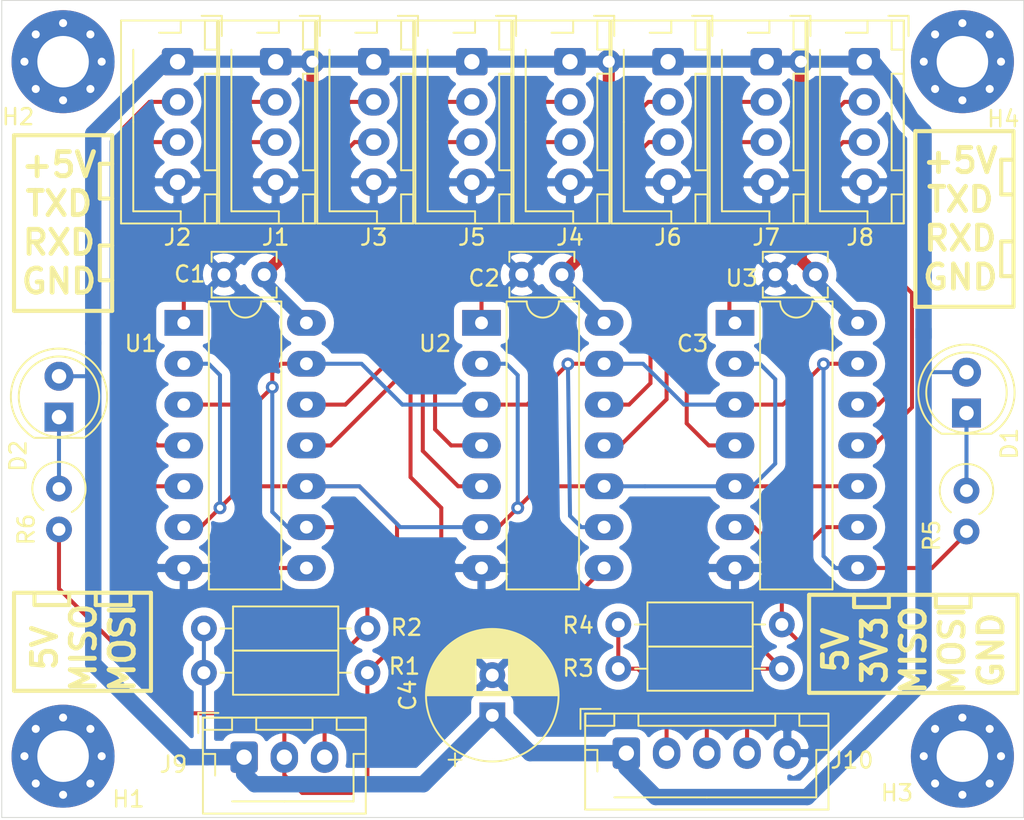
<source format=kicad_pcb>
(kicad_pcb (version 20171130) (host pcbnew "(5.1.6)-1")

  (general
    (thickness 1.6)
    (drawings 50)
    (tracks 282)
    (zones 0)
    (modules 29)
    (nets 26)
  )

  (page A4)
  (layers
    (0 F.Cu signal)
    (31 B.Cu signal)
    (32 B.Adhes user)
    (33 F.Adhes user)
    (34 B.Paste user)
    (35 F.Paste user)
    (36 B.SilkS user)
    (37 F.SilkS user)
    (38 B.Mask user)
    (39 F.Mask user)
    (40 Dwgs.User user hide)
    (41 Cmts.User user)
    (42 Eco1.User user)
    (43 Eco2.User user)
    (44 Edge.Cuts user)
    (45 Margin user)
    (46 B.CrtYd user hide)
    (47 F.CrtYd user hide)
    (48 B.Fab user)
    (49 F.Fab user hide)
  )

  (setup
    (last_trace_width 0.25)
    (trace_clearance 0.2)
    (zone_clearance 0.508)
    (zone_45_only no)
    (trace_min 0.2)
    (via_size 0.8)
    (via_drill 0.4)
    (via_min_size 0.4)
    (via_min_drill 0.3)
    (uvia_size 0.3)
    (uvia_drill 0.1)
    (uvias_allowed no)
    (uvia_min_size 0.2)
    (uvia_min_drill 0.1)
    (edge_width 0.05)
    (segment_width 0.2)
    (pcb_text_width 0.3)
    (pcb_text_size 1.5 1.5)
    (mod_edge_width 0.254)
    (mod_text_size 1 1)
    (mod_text_width 0.15)
    (pad_size 1.524 1.524)
    (pad_drill 0.762)
    (pad_to_mask_clearance 0.05)
    (aux_axis_origin 0 0)
    (visible_elements 7FFFFFFF)
    (pcbplotparams
      (layerselection 0x010fc_ffffffff)
      (usegerberextensions false)
      (usegerberattributes true)
      (usegerberadvancedattributes true)
      (creategerberjobfile true)
      (excludeedgelayer true)
      (linewidth 0.100000)
      (plotframeref false)
      (viasonmask false)
      (mode 1)
      (useauxorigin false)
      (hpglpennumber 1)
      (hpglpenspeed 20)
      (hpglpendiameter 15.000000)
      (psnegative false)
      (psa4output false)
      (plotreference true)
      (plotvalue true)
      (plotinvisibletext false)
      (padsonsilk false)
      (subtractmaskfromsilk false)
      (outputformat 1)
      (mirror false)
      (drillshape 0)
      (scaleselection 1)
      (outputdirectory ""))
  )

  (net 0 "")
  (net 1 GND)
  (net 2 +5V)
  (net 3 "Net-(J1-Pad3)")
  (net 4 "Net-(J1-Pad2)")
  (net 5 "Net-(J2-Pad3)")
  (net 6 "Net-(J2-Pad2)")
  (net 7 "Net-(J3-Pad3)")
  (net 8 "Net-(J3-Pad2)")
  (net 9 "Net-(J4-Pad3)")
  (net 10 "Net-(J4-Pad2)")
  (net 11 "Net-(J5-Pad3)")
  (net 12 +3V3)
  (net 13 "Net-(J6-Pad3)")
  (net 14 "Net-(J6-Pad2)")
  (net 15 "Net-(J7-Pad3)")
  (net 16 "Net-(J7-Pad2)")
  (net 17 "Net-(J8-Pad3)")
  (net 18 "Net-(J8-Pad2)")
  (net 19 "Net-(J5-Pad2)")
  (net 20 "Net-(D1-Pad1)")
  (net 21 "Net-(D2-Pad1)")
  (net 22 /TX-MOSI)
  (net 23 /RX-MISO)
  (net 24 /MOSI)
  (net 25 /MISO)

  (net_class Default "This is the default net class."
    (clearance 0.2)
    (trace_width 0.25)
    (via_dia 0.8)
    (via_drill 0.4)
    (uvia_dia 0.3)
    (uvia_drill 0.1)
    (add_net +3V3)
    (add_net +5V)
    (add_net /MISO)
    (add_net /MOSI)
    (add_net /RX-MISO)
    (add_net /TX-MOSI)
    (add_net GND)
    (add_net "Net-(D1-Pad1)")
    (add_net "Net-(D2-Pad1)")
    (add_net "Net-(J1-Pad2)")
    (add_net "Net-(J1-Pad3)")
    (add_net "Net-(J2-Pad2)")
    (add_net "Net-(J2-Pad3)")
    (add_net "Net-(J3-Pad2)")
    (add_net "Net-(J3-Pad3)")
    (add_net "Net-(J4-Pad2)")
    (add_net "Net-(J4-Pad3)")
    (add_net "Net-(J5-Pad2)")
    (add_net "Net-(J5-Pad3)")
    (add_net "Net-(J6-Pad2)")
    (add_net "Net-(J6-Pad3)")
    (add_net "Net-(J7-Pad2)")
    (add_net "Net-(J7-Pad3)")
    (add_net "Net-(J8-Pad2)")
    (add_net "Net-(J8-Pad3)")
  )

  (module Resistor_THT:R_Axial_DIN0309_L9.0mm_D3.2mm_P2.54mm_Vertical (layer F.Cu) (tedit 5AE5139B) (tstamp 60292129)
    (at 3.556 -20.447 270)
    (descr "Resistor, Axial_DIN0309 series, Axial, Vertical, pin pitch=2.54mm, 0.5W = 1/2W, length*diameter=9*3.2mm^2, http://cdn-reichelt.de/documents/datenblatt/B400/1_4W%23YAG.pdf")
    (tags "Resistor Axial_DIN0309 series Axial Vertical pin pitch 2.54mm 0.5W = 1/2W length 9mm diameter 3.2mm")
    (path /6048EBF7)
    (fp_text reference R6 (at 2.54 2.032 90) (layer F.SilkS)
      (effects (font (size 1 1) (thickness 0.15)))
    )
    (fp_text value R_Small (at 1.27 2.72 90) (layer F.Fab)
      (effects (font (size 1 1) (thickness 0.15)))
    )
    (fp_line (start 3.59 -1.85) (end -1.85 -1.85) (layer F.CrtYd) (width 0.05))
    (fp_line (start 3.59 1.85) (end 3.59 -1.85) (layer F.CrtYd) (width 0.05))
    (fp_line (start -1.85 1.85) (end 3.59 1.85) (layer F.CrtYd) (width 0.05))
    (fp_line (start -1.85 -1.85) (end -1.85 1.85) (layer F.CrtYd) (width 0.05))
    (fp_line (start 0 0) (end 2.54 0) (layer F.Fab) (width 0.1))
    (fp_circle (center 0 0) (end 1.6 0) (layer F.Fab) (width 0.1))
    (fp_text user %R (at 1.27 -2.72 90) (layer F.Fab)
      (effects (font (size 1 1) (thickness 0.15)))
    )
    (fp_arc (start 0 0) (end 1.453272 -0.8) (angle -295.326041) (layer F.SilkS) (width 0.12))
    (pad 2 thru_hole oval (at 2.54 0 270) (size 1.6 1.6) (drill 0.8) (layers *.Cu *.Mask)
      (net 23 /RX-MISO))
    (pad 1 thru_hole circle (at 0 0 270) (size 1.6 1.6) (drill 0.8) (layers *.Cu *.Mask)
      (net 21 "Net-(D2-Pad1)"))
    (model ${KISYS3DMOD}/Resistor_THT.3dshapes/R_Axial_DIN0309_L9.0mm_D3.2mm_P2.54mm_Vertical.wrl
      (at (xyz 0 0 0))
      (scale (xyz 1 1 1))
      (rotate (xyz 0 0 0))
    )
  )

  (module Resistor_THT:R_Axial_DIN0309_L9.0mm_D3.2mm_P2.54mm_Vertical (layer F.Cu) (tedit 5AE5139B) (tstamp 60292112)
    (at 59.944 -20.32 270)
    (descr "Resistor, Axial_DIN0309 series, Axial, Vertical, pin pitch=2.54mm, 0.5W = 1/2W, length*diameter=9*3.2mm^2, http://cdn-reichelt.de/documents/datenblatt/B400/1_4W%23YAG.pdf")
    (tags "Resistor Axial_DIN0309 series Axial Vertical pin pitch 2.54mm 0.5W = 1/2W length 9mm diameter 3.2mm")
    (path /6048E4F7)
    (fp_text reference R5 (at 2.794 2.159 90) (layer F.SilkS)
      (effects (font (size 1 1) (thickness 0.15)))
    )
    (fp_text value R_Small (at 1.27 2.72 90) (layer F.Fab)
      (effects (font (size 1 1) (thickness 0.15)))
    )
    (fp_line (start 3.59 -1.85) (end -1.85 -1.85) (layer F.CrtYd) (width 0.05))
    (fp_line (start 3.59 1.85) (end 3.59 -1.85) (layer F.CrtYd) (width 0.05))
    (fp_line (start -1.85 1.85) (end 3.59 1.85) (layer F.CrtYd) (width 0.05))
    (fp_line (start -1.85 -1.85) (end -1.85 1.85) (layer F.CrtYd) (width 0.05))
    (fp_line (start 0 0) (end 2.54 0) (layer F.Fab) (width 0.1))
    (fp_circle (center 0 0) (end 1.6 0) (layer F.Fab) (width 0.1))
    (fp_text user %R (at 1.27 -2.72 90) (layer F.Fab)
      (effects (font (size 1 1) (thickness 0.15)))
    )
    (fp_arc (start 0 0) (end 1.453272 -0.8) (angle -295.326041) (layer F.SilkS) (width 0.12))
    (pad 2 thru_hole oval (at 2.54 0 270) (size 1.6 1.6) (drill 0.8) (layers *.Cu *.Mask)
      (net 22 /TX-MOSI))
    (pad 1 thru_hole circle (at 0 0 270) (size 1.6 1.6) (drill 0.8) (layers *.Cu *.Mask)
      (net 20 "Net-(D1-Pad1)"))
    (model ${KISYS3DMOD}/Resistor_THT.3dshapes/R_Axial_DIN0309_L9.0mm_D3.2mm_P2.54mm_Vertical.wrl
      (at (xyz 0 0 0))
      (scale (xyz 1 1 1))
      (rotate (xyz 0 0 0))
    )
  )

  (module Connector_JST:JST_XH_B3B-XH-AM_1x03_P2.50mm_Vertical (layer F.Cu) (tedit 5C28146E) (tstamp 6028C936)
    (at 15.06 -3.75)
    (descr "JST XH series connector, B3B-XH-AM, with boss (http://www.jst-mfg.com/product/pdf/eng/eXH.pdf), generated with kicad-footprint-generator")
    (tags "connector JST XH vertical boss")
    (path /60382985)
    (fp_text reference J9 (at -4.392 0.448) (layer F.SilkS)
      (effects (font (size 1 1) (thickness 0.15)))
    )
    (fp_text value Conn_01x04 (at 2.5 4.6) (layer F.Fab)
      (effects (font (size 1 1) (thickness 0.15)))
    )
    (fp_line (start -2.85 -2.75) (end -2.85 -1.5) (layer F.SilkS) (width 0.12))
    (fp_line (start -1.6 -2.75) (end -2.85 -2.75) (layer F.SilkS) (width 0.12))
    (fp_line (start 6.8 2.75) (end 2.5 2.75) (layer F.SilkS) (width 0.12))
    (fp_line (start 6.8 -0.2) (end 6.8 2.75) (layer F.SilkS) (width 0.12))
    (fp_line (start 7.55 -0.2) (end 6.8 -0.2) (layer F.SilkS) (width 0.12))
    (fp_line (start 2.5 2.75) (end -0.74 2.75) (layer F.SilkS) (width 0.12))
    (fp_line (start -1.8 -0.2) (end -1.8 1.14) (layer F.SilkS) (width 0.12))
    (fp_line (start -2.55 -0.2) (end -1.8 -0.2) (layer F.SilkS) (width 0.12))
    (fp_line (start 7.55 -2.45) (end 5.75 -2.45) (layer F.SilkS) (width 0.12))
    (fp_line (start 7.55 -1.7) (end 7.55 -2.45) (layer F.SilkS) (width 0.12))
    (fp_line (start 5.75 -1.7) (end 7.55 -1.7) (layer F.SilkS) (width 0.12))
    (fp_line (start 5.75 -2.45) (end 5.75 -1.7) (layer F.SilkS) (width 0.12))
    (fp_line (start -0.75 -2.45) (end -2.55 -2.45) (layer F.SilkS) (width 0.12))
    (fp_line (start -0.75 -1.7) (end -0.75 -2.45) (layer F.SilkS) (width 0.12))
    (fp_line (start -2.55 -1.7) (end -0.75 -1.7) (layer F.SilkS) (width 0.12))
    (fp_line (start -2.55 -2.45) (end -2.55 -1.7) (layer F.SilkS) (width 0.12))
    (fp_line (start 4.25 -2.45) (end 0.75 -2.45) (layer F.SilkS) (width 0.12))
    (fp_line (start 4.25 -1.7) (end 4.25 -2.45) (layer F.SilkS) (width 0.12))
    (fp_line (start 0.75 -1.7) (end 4.25 -1.7) (layer F.SilkS) (width 0.12))
    (fp_line (start 0.75 -2.45) (end 0.75 -1.7) (layer F.SilkS) (width 0.12))
    (fp_line (start 0 -1.35) (end 0.625 -2.35) (layer F.Fab) (width 0.1))
    (fp_line (start -0.625 -2.35) (end 0 -1.35) (layer F.Fab) (width 0.1))
    (fp_line (start 7.95 -2.85) (end -2.95 -2.85) (layer F.CrtYd) (width 0.05))
    (fp_line (start 7.95 3.9) (end 7.95 -2.85) (layer F.CrtYd) (width 0.05))
    (fp_line (start -2.95 3.9) (end 7.95 3.9) (layer F.CrtYd) (width 0.05))
    (fp_line (start -2.95 -2.85) (end -2.95 3.9) (layer F.CrtYd) (width 0.05))
    (fp_line (start 7.56 -2.46) (end -2.56 -2.46) (layer F.SilkS) (width 0.12))
    (fp_line (start 7.56 3.51) (end 7.56 -2.46) (layer F.SilkS) (width 0.12))
    (fp_line (start -2.56 3.51) (end 7.56 3.51) (layer F.SilkS) (width 0.12))
    (fp_line (start -2.56 -2.46) (end -2.56 3.51) (layer F.SilkS) (width 0.12))
    (fp_line (start 7.45 -2.35) (end -2.45 -2.35) (layer F.Fab) (width 0.1))
    (fp_line (start 7.45 3.4) (end 7.45 -2.35) (layer F.Fab) (width 0.1))
    (fp_line (start -2.45 3.4) (end 7.45 3.4) (layer F.Fab) (width 0.1))
    (fp_line (start -2.45 -2.35) (end -2.45 3.4) (layer F.Fab) (width 0.1))
    (fp_text user %R (at 2.5 2.7) (layer F.Fab)
      (effects (font (size 1 1) (thickness 0.15)))
    )
    (pad "" np_thru_hole circle (at -1.6 2) (size 1.2 1.2) (drill 1.2) (layers *.Cu *.Mask))
    (pad 3 thru_hole oval (at 5 0) (size 1.7 1.95) (drill 0.95) (layers *.Cu *.Mask)
      (net 22 /TX-MOSI))
    (pad 2 thru_hole oval (at 2.5 0) (size 1.7 1.95) (drill 0.95) (layers *.Cu *.Mask)
      (net 23 /RX-MISO))
    (pad 1 thru_hole roundrect (at 0 0) (size 1.7 1.95) (drill 0.95) (layers *.Cu *.Mask) (roundrect_rratio 0.147059)
      (net 2 +5V))
    (model ${KISYS3DMOD}/Connector_JST.3dshapes/JST_XH_B3B-XH-AM_1x03_P2.50mm_Vertical.wrl
      (at (xyz 0 0 0))
      (scale (xyz 1 1 1))
      (rotate (xyz 0 0 0))
    )
  )

  (module LED_THT:LED_D5.0mm_Clear (layer F.Cu) (tedit 5A6C9BC0) (tstamp 60291C77)
    (at 3.556 -24.892 90)
    (descr "LED, diameter 5.0mm, 2 pins, http://cdn-reichelt.de/documents/datenblatt/A500/LL-504BC2E-009.pdf")
    (tags "LED diameter 5.0mm 2 pins")
    (path /60490759)
    (fp_text reference D2 (at -2.413 -2.54 90) (layer F.SilkS)
      (effects (font (size 1 1) (thickness 0.15)))
    )
    (fp_text value LED (at 1.27 3.96 90) (layer F.Fab)
      (effects (font (size 1 1) (thickness 0.15)))
    )
    (fp_circle (center 1.27 0) (end 3.77 0) (layer F.SilkS) (width 0.12))
    (fp_circle (center 1.27 0) (end 3.77 0) (layer F.Fab) (width 0.1))
    (fp_line (start 4.5 -3.25) (end -1.95 -3.25) (layer F.CrtYd) (width 0.05))
    (fp_line (start 4.5 3.25) (end 4.5 -3.25) (layer F.CrtYd) (width 0.05))
    (fp_line (start -1.95 3.25) (end 4.5 3.25) (layer F.CrtYd) (width 0.05))
    (fp_line (start -1.95 -3.25) (end -1.95 3.25) (layer F.CrtYd) (width 0.05))
    (fp_line (start -1.29 -1.545) (end -1.29 1.545) (layer F.SilkS) (width 0.12))
    (fp_line (start -1.23 -1.469694) (end -1.23 1.469694) (layer F.Fab) (width 0.1))
    (fp_arc (start 1.27 0) (end -1.29 1.54483) (angle -148.9) (layer F.SilkS) (width 0.12))
    (fp_arc (start 1.27 0) (end -1.29 -1.54483) (angle 148.9) (layer F.SilkS) (width 0.12))
    (fp_arc (start 1.27 0) (end -1.23 -1.469694) (angle 299.1) (layer F.Fab) (width 0.1))
    (fp_text user %R (at 1.25 0 90) (layer F.Fab)
      (effects (font (size 0.8 0.8) (thickness 0.2)))
    )
    (pad 2 thru_hole circle (at 2.54 0 90) (size 1.8 1.8) (drill 0.9) (layers *.Cu *.Mask)
      (net 2 +5V))
    (pad 1 thru_hole rect (at 0 0 90) (size 1.8 1.8) (drill 0.9) (layers *.Cu *.Mask)
      (net 21 "Net-(D2-Pad1)"))
    (model ${KISYS3DMOD}/LED_THT.3dshapes/LED_D5.0mm_Clear.wrl
      (at (xyz 0 0 0))
      (scale (xyz 1 1 1))
      (rotate (xyz 0 0 0))
    )
  )

  (module LED_THT:LED_D5.0mm_Clear (layer F.Cu) (tedit 5A6C9BC0) (tstamp 60291C65)
    (at 59.944 -25.146 90)
    (descr "LED, diameter 5.0mm, 2 pins, http://cdn-reichelt.de/documents/datenblatt/A500/LL-504BC2E-009.pdf")
    (tags "LED diameter 5.0mm 2 pins")
    (path /6048F848)
    (fp_text reference D1 (at -1.905 2.667 90) (layer F.SilkS)
      (effects (font (size 1 1) (thickness 0.15)))
    )
    (fp_text value LED (at 1.27 3.96 90) (layer F.Fab)
      (effects (font (size 1 1) (thickness 0.15)))
    )
    (fp_circle (center 1.27 0) (end 3.77 0) (layer F.SilkS) (width 0.12))
    (fp_circle (center 1.27 0) (end 3.77 0) (layer F.Fab) (width 0.1))
    (fp_line (start 4.5 -3.25) (end -1.95 -3.25) (layer F.CrtYd) (width 0.05))
    (fp_line (start 4.5 3.25) (end 4.5 -3.25) (layer F.CrtYd) (width 0.05))
    (fp_line (start -1.95 3.25) (end 4.5 3.25) (layer F.CrtYd) (width 0.05))
    (fp_line (start -1.95 -3.25) (end -1.95 3.25) (layer F.CrtYd) (width 0.05))
    (fp_line (start -1.29 -1.545) (end -1.29 1.545) (layer F.SilkS) (width 0.12))
    (fp_line (start -1.23 -1.469694) (end -1.23 1.469694) (layer F.Fab) (width 0.1))
    (fp_arc (start 1.27 0) (end -1.29 1.54483) (angle -148.9) (layer F.SilkS) (width 0.12))
    (fp_arc (start 1.27 0) (end -1.29 -1.54483) (angle 148.9) (layer F.SilkS) (width 0.12))
    (fp_arc (start 1.27 0) (end -1.23 -1.469694) (angle 299.1) (layer F.Fab) (width 0.1))
    (fp_text user %R (at 1.25 0 90) (layer F.Fab)
      (effects (font (size 0.8 0.8) (thickness 0.2)))
    )
    (pad 2 thru_hole circle (at 2.54 0 90) (size 1.8 1.8) (drill 0.9) (layers *.Cu *.Mask)
      (net 2 +5V))
    (pad 1 thru_hole rect (at 0 0 90) (size 1.8 1.8) (drill 0.9) (layers *.Cu *.Mask)
      (net 20 "Net-(D1-Pad1)"))
    (model ${KISYS3DMOD}/LED_THT.3dshapes/LED_D5.0mm_Clear.wrl
      (at (xyz 0 0 0))
      (scale (xyz 1 1 1))
      (rotate (xyz 0 0 0))
    )
  )

  (module Connector_JST:JST_XH_B4B-XH-AM_1x04_P2.50mm_Vertical (layer F.Cu) (tedit 5C28146E) (tstamp 6028D815)
    (at 17.018 -46.99 270)
    (descr "JST XH series connector, B4B-XH-AM, with boss (http://www.jst-mfg.com/product/pdf/eng/eXH.pdf), generated with kicad-footprint-generator")
    (tags "connector JST XH vertical boss")
    (path /60179CED)
    (fp_text reference J1 (at 10.922 0 180) (layer F.SilkS)
      (effects (font (size 1 1) (thickness 0.15)))
    )
    (fp_text value Conn_01x04 (at 3.75 4.6 90) (layer F.Fab)
      (effects (font (size 1 1) (thickness 0.15)))
    )
    (fp_line (start -2.85 -2.75) (end -2.85 -1.5) (layer F.SilkS) (width 0.12))
    (fp_line (start -1.6 -2.75) (end -2.85 -2.75) (layer F.SilkS) (width 0.12))
    (fp_line (start 9.3 2.75) (end 3.75 2.75) (layer F.SilkS) (width 0.12))
    (fp_line (start 9.3 -0.2) (end 9.3 2.75) (layer F.SilkS) (width 0.12))
    (fp_line (start 10.05 -0.2) (end 9.3 -0.2) (layer F.SilkS) (width 0.12))
    (fp_line (start 3.75 2.75) (end -0.74 2.75) (layer F.SilkS) (width 0.12))
    (fp_line (start -1.8 -0.2) (end -1.8 1.14) (layer F.SilkS) (width 0.12))
    (fp_line (start -2.55 -0.2) (end -1.8 -0.2) (layer F.SilkS) (width 0.12))
    (fp_line (start 10.05 -2.45) (end 8.25 -2.45) (layer F.SilkS) (width 0.12))
    (fp_line (start 10.05 -1.7) (end 10.05 -2.45) (layer F.SilkS) (width 0.12))
    (fp_line (start 8.25 -1.7) (end 10.05 -1.7) (layer F.SilkS) (width 0.12))
    (fp_line (start 8.25 -2.45) (end 8.25 -1.7) (layer F.SilkS) (width 0.12))
    (fp_line (start -0.75 -2.45) (end -2.55 -2.45) (layer F.SilkS) (width 0.12))
    (fp_line (start -0.75 -1.7) (end -0.75 -2.45) (layer F.SilkS) (width 0.12))
    (fp_line (start -2.55 -1.7) (end -0.75 -1.7) (layer F.SilkS) (width 0.12))
    (fp_line (start -2.55 -2.45) (end -2.55 -1.7) (layer F.SilkS) (width 0.12))
    (fp_line (start 6.75 -2.45) (end 0.75 -2.45) (layer F.SilkS) (width 0.12))
    (fp_line (start 6.75 -1.7) (end 6.75 -2.45) (layer F.SilkS) (width 0.12))
    (fp_line (start 0.75 -1.7) (end 6.75 -1.7) (layer F.SilkS) (width 0.12))
    (fp_line (start 0.75 -2.45) (end 0.75 -1.7) (layer F.SilkS) (width 0.12))
    (fp_line (start 0 -1.35) (end 0.625 -2.35) (layer F.Fab) (width 0.1))
    (fp_line (start -0.625 -2.35) (end 0 -1.35) (layer F.Fab) (width 0.1))
    (fp_line (start 10.45 -2.85) (end -2.95 -2.85) (layer F.CrtYd) (width 0.05))
    (fp_line (start 10.45 3.9) (end 10.45 -2.85) (layer F.CrtYd) (width 0.05))
    (fp_line (start -2.95 3.9) (end 10.45 3.9) (layer F.CrtYd) (width 0.05))
    (fp_line (start -2.95 -2.85) (end -2.95 3.9) (layer F.CrtYd) (width 0.05))
    (fp_line (start 10.06 -2.46) (end -2.56 -2.46) (layer F.SilkS) (width 0.12))
    (fp_line (start 10.06 3.51) (end 10.06 -2.46) (layer F.SilkS) (width 0.12))
    (fp_line (start -2.56 3.51) (end 10.06 3.51) (layer F.SilkS) (width 0.12))
    (fp_line (start -2.56 -2.46) (end -2.56 3.51) (layer F.SilkS) (width 0.12))
    (fp_line (start 9.95 -2.35) (end -2.45 -2.35) (layer F.Fab) (width 0.1))
    (fp_line (start 9.95 3.4) (end 9.95 -2.35) (layer F.Fab) (width 0.1))
    (fp_line (start -2.45 3.4) (end 9.95 3.4) (layer F.Fab) (width 0.1))
    (fp_line (start -2.45 -2.35) (end -2.45 3.4) (layer F.Fab) (width 0.1))
    (fp_text user %R (at 3.75 2.7 90) (layer F.Fab)
      (effects (font (size 1 1) (thickness 0.15)))
    )
    (pad "" np_thru_hole circle (at -1.6 2 270) (size 1.2 1.2) (drill 1.2) (layers *.Cu *.Mask))
    (pad 4 thru_hole oval (at 7.5 0 270) (size 1.7 1.95) (drill 0.95) (layers *.Cu *.Mask)
      (net 1 GND))
    (pad 3 thru_hole oval (at 5 0 270) (size 1.7 1.95) (drill 0.95) (layers *.Cu *.Mask)
      (net 3 "Net-(J1-Pad3)"))
    (pad 2 thru_hole oval (at 2.5 0 270) (size 1.7 1.95) (drill 0.95) (layers *.Cu *.Mask)
      (net 4 "Net-(J1-Pad2)"))
    (pad 1 thru_hole roundrect (at 0 0 270) (size 1.7 1.95) (drill 0.95) (layers *.Cu *.Mask) (roundrect_rratio 0.147059)
      (net 2 +5V))
    (model ${KISYS3DMOD}/Connector_JST.3dshapes/JST_XH_B4B-XH-AM_1x04_P2.50mm_Vertical.wrl
      (at (xyz 0 0 0))
      (scale (xyz 1 1 1))
      (rotate (xyz 0 0 0))
    )
  )

  (module Connector_JST:JST_XH_B4B-XH-AM_1x04_P2.50mm_Vertical (layer F.Cu) (tedit 5C28146E) (tstamp 6028C9B5)
    (at 53.594 -46.99 270)
    (descr "JST XH series connector, B4B-XH-AM, with boss (http://www.jst-mfg.com/product/pdf/eng/eXH.pdf), generated with kicad-footprint-generator")
    (tags "connector JST XH vertical boss")
    (path /6020A2C7)
    (fp_text reference J8 (at 10.922 0.254 180) (layer F.SilkS)
      (effects (font (size 1 1) (thickness 0.15)))
    )
    (fp_text value Conn_01x04 (at 3.75 4.6 90) (layer F.Fab)
      (effects (font (size 1 1) (thickness 0.15)))
    )
    (fp_line (start -2.85 -2.75) (end -2.85 -1.5) (layer F.SilkS) (width 0.12))
    (fp_line (start -1.6 -2.75) (end -2.85 -2.75) (layer F.SilkS) (width 0.12))
    (fp_line (start 9.3 2.75) (end 3.75 2.75) (layer F.SilkS) (width 0.12))
    (fp_line (start 9.3 -0.2) (end 9.3 2.75) (layer F.SilkS) (width 0.12))
    (fp_line (start 10.05 -0.2) (end 9.3 -0.2) (layer F.SilkS) (width 0.12))
    (fp_line (start 3.75 2.75) (end -0.74 2.75) (layer F.SilkS) (width 0.12))
    (fp_line (start -1.8 -0.2) (end -1.8 1.14) (layer F.SilkS) (width 0.12))
    (fp_line (start -2.55 -0.2) (end -1.8 -0.2) (layer F.SilkS) (width 0.12))
    (fp_line (start 10.05 -2.45) (end 8.25 -2.45) (layer F.SilkS) (width 0.12))
    (fp_line (start 10.05 -1.7) (end 10.05 -2.45) (layer F.SilkS) (width 0.12))
    (fp_line (start 8.25 -1.7) (end 10.05 -1.7) (layer F.SilkS) (width 0.12))
    (fp_line (start 8.25 -2.45) (end 8.25 -1.7) (layer F.SilkS) (width 0.12))
    (fp_line (start -0.75 -2.45) (end -2.55 -2.45) (layer F.SilkS) (width 0.12))
    (fp_line (start -0.75 -1.7) (end -0.75 -2.45) (layer F.SilkS) (width 0.12))
    (fp_line (start -2.55 -1.7) (end -0.75 -1.7) (layer F.SilkS) (width 0.12))
    (fp_line (start -2.55 -2.45) (end -2.55 -1.7) (layer F.SilkS) (width 0.12))
    (fp_line (start 6.75 -2.45) (end 0.75 -2.45) (layer F.SilkS) (width 0.12))
    (fp_line (start 6.75 -1.7) (end 6.75 -2.45) (layer F.SilkS) (width 0.12))
    (fp_line (start 0.75 -1.7) (end 6.75 -1.7) (layer F.SilkS) (width 0.12))
    (fp_line (start 0.75 -2.45) (end 0.75 -1.7) (layer F.SilkS) (width 0.12))
    (fp_line (start 0 -1.35) (end 0.625 -2.35) (layer F.Fab) (width 0.1))
    (fp_line (start -0.625 -2.35) (end 0 -1.35) (layer F.Fab) (width 0.1))
    (fp_line (start 10.45 -2.85) (end -2.95 -2.85) (layer F.CrtYd) (width 0.05))
    (fp_line (start 10.45 3.9) (end 10.45 -2.85) (layer F.CrtYd) (width 0.05))
    (fp_line (start -2.95 3.9) (end 10.45 3.9) (layer F.CrtYd) (width 0.05))
    (fp_line (start -2.95 -2.85) (end -2.95 3.9) (layer F.CrtYd) (width 0.05))
    (fp_line (start 10.06 -2.46) (end -2.56 -2.46) (layer F.SilkS) (width 0.12))
    (fp_line (start 10.06 3.51) (end 10.06 -2.46) (layer F.SilkS) (width 0.12))
    (fp_line (start -2.56 3.51) (end 10.06 3.51) (layer F.SilkS) (width 0.12))
    (fp_line (start -2.56 -2.46) (end -2.56 3.51) (layer F.SilkS) (width 0.12))
    (fp_line (start 9.95 -2.35) (end -2.45 -2.35) (layer F.Fab) (width 0.1))
    (fp_line (start 9.95 3.4) (end 9.95 -2.35) (layer F.Fab) (width 0.1))
    (fp_line (start -2.45 3.4) (end 9.95 3.4) (layer F.Fab) (width 0.1))
    (fp_line (start -2.45 -2.35) (end -2.45 3.4) (layer F.Fab) (width 0.1))
    (fp_text user %R (at 3.75 2.7 90) (layer F.Fab)
      (effects (font (size 1 1) (thickness 0.15)))
    )
    (pad "" np_thru_hole circle (at -1.6 2 270) (size 1.2 1.2) (drill 1.2) (layers *.Cu *.Mask))
    (pad 4 thru_hole oval (at 7.5 0 270) (size 1.7 1.95) (drill 0.95) (layers *.Cu *.Mask)
      (net 1 GND))
    (pad 3 thru_hole oval (at 5 0 270) (size 1.7 1.95) (drill 0.95) (layers *.Cu *.Mask)
      (net 17 "Net-(J8-Pad3)"))
    (pad 2 thru_hole oval (at 2.5 0 270) (size 1.7 1.95) (drill 0.95) (layers *.Cu *.Mask)
      (net 18 "Net-(J8-Pad2)"))
    (pad 1 thru_hole roundrect (at 0 0 270) (size 1.7 1.95) (drill 0.95) (layers *.Cu *.Mask) (roundrect_rratio 0.147059)
      (net 2 +5V))
    (model ${KISYS3DMOD}/Connector_JST.3dshapes/JST_XH_B4B-XH-AM_1x04_P2.50mm_Vertical.wrl
      (at (xyz 0 0 0))
      (scale (xyz 1 1 1))
      (rotate (xyz 0 0 0))
    )
  )

  (module Connector_JST:JST_XH_B4B-XH-AM_1x04_P2.50mm_Vertical (layer F.Cu) (tedit 5C28146E) (tstamp 6028CA36)
    (at 10.922 -46.99 270)
    (descr "JST XH series connector, B4B-XH-AM, with boss (http://www.jst-mfg.com/product/pdf/eng/eXH.pdf), generated with kicad-footprint-generator")
    (tags "connector JST XH vertical boss")
    (path /6018A58F)
    (fp_text reference J2 (at 10.922 0 180) (layer F.SilkS)
      (effects (font (size 1 1) (thickness 0.15)))
    )
    (fp_text value Conn_01x04 (at 3.75 4.6 90) (layer F.Fab)
      (effects (font (size 1 1) (thickness 0.15)))
    )
    (fp_line (start -2.85 -2.75) (end -2.85 -1.5) (layer F.SilkS) (width 0.12))
    (fp_line (start -1.6 -2.75) (end -2.85 -2.75) (layer F.SilkS) (width 0.12))
    (fp_line (start 9.3 2.75) (end 3.75 2.75) (layer F.SilkS) (width 0.12))
    (fp_line (start 9.3 -0.2) (end 9.3 2.75) (layer F.SilkS) (width 0.12))
    (fp_line (start 10.05 -0.2) (end 9.3 -0.2) (layer F.SilkS) (width 0.12))
    (fp_line (start 3.75 2.75) (end -0.74 2.75) (layer F.SilkS) (width 0.12))
    (fp_line (start -1.8 -0.2) (end -1.8 1.14) (layer F.SilkS) (width 0.12))
    (fp_line (start -2.55 -0.2) (end -1.8 -0.2) (layer F.SilkS) (width 0.12))
    (fp_line (start 10.05 -2.45) (end 8.25 -2.45) (layer F.SilkS) (width 0.12))
    (fp_line (start 10.05 -1.7) (end 10.05 -2.45) (layer F.SilkS) (width 0.12))
    (fp_line (start 8.25 -1.7) (end 10.05 -1.7) (layer F.SilkS) (width 0.12))
    (fp_line (start 8.25 -2.45) (end 8.25 -1.7) (layer F.SilkS) (width 0.12))
    (fp_line (start -0.75 -2.45) (end -2.55 -2.45) (layer F.SilkS) (width 0.12))
    (fp_line (start -0.75 -1.7) (end -0.75 -2.45) (layer F.SilkS) (width 0.12))
    (fp_line (start -2.55 -1.7) (end -0.75 -1.7) (layer F.SilkS) (width 0.12))
    (fp_line (start -2.55 -2.45) (end -2.55 -1.7) (layer F.SilkS) (width 0.12))
    (fp_line (start 6.75 -2.45) (end 0.75 -2.45) (layer F.SilkS) (width 0.12))
    (fp_line (start 6.75 -1.7) (end 6.75 -2.45) (layer F.SilkS) (width 0.12))
    (fp_line (start 0.75 -1.7) (end 6.75 -1.7) (layer F.SilkS) (width 0.12))
    (fp_line (start 0.75 -2.45) (end 0.75 -1.7) (layer F.SilkS) (width 0.12))
    (fp_line (start 0 -1.35) (end 0.625 -2.35) (layer F.Fab) (width 0.1))
    (fp_line (start -0.625 -2.35) (end 0 -1.35) (layer F.Fab) (width 0.1))
    (fp_line (start 10.45 -2.85) (end -2.95 -2.85) (layer F.CrtYd) (width 0.05))
    (fp_line (start 10.45 3.9) (end 10.45 -2.85) (layer F.CrtYd) (width 0.05))
    (fp_line (start -2.95 3.9) (end 10.45 3.9) (layer F.CrtYd) (width 0.05))
    (fp_line (start -2.95 -2.85) (end -2.95 3.9) (layer F.CrtYd) (width 0.05))
    (fp_line (start 10.06 -2.46) (end -2.56 -2.46) (layer F.SilkS) (width 0.12))
    (fp_line (start 10.06 3.51) (end 10.06 -2.46) (layer F.SilkS) (width 0.12))
    (fp_line (start -2.56 3.51) (end 10.06 3.51) (layer F.SilkS) (width 0.12))
    (fp_line (start -2.56 -2.46) (end -2.56 3.51) (layer F.SilkS) (width 0.12))
    (fp_line (start 9.95 -2.35) (end -2.45 -2.35) (layer F.Fab) (width 0.1))
    (fp_line (start 9.95 3.4) (end 9.95 -2.35) (layer F.Fab) (width 0.1))
    (fp_line (start -2.45 3.4) (end 9.95 3.4) (layer F.Fab) (width 0.1))
    (fp_line (start -2.45 -2.35) (end -2.45 3.4) (layer F.Fab) (width 0.1))
    (fp_text user %R (at 3.75 2.7 90) (layer F.Fab)
      (effects (font (size 1 1) (thickness 0.15)))
    )
    (pad "" np_thru_hole circle (at -1.6 2 270) (size 1.2 1.2) (drill 1.2) (layers *.Cu *.Mask))
    (pad 4 thru_hole oval (at 7.5 0 270) (size 1.7 1.95) (drill 0.95) (layers *.Cu *.Mask)
      (net 1 GND))
    (pad 3 thru_hole oval (at 5 0 270) (size 1.7 1.95) (drill 0.95) (layers *.Cu *.Mask)
      (net 5 "Net-(J2-Pad3)"))
    (pad 2 thru_hole oval (at 2.5 0 270) (size 1.7 1.95) (drill 0.95) (layers *.Cu *.Mask)
      (net 6 "Net-(J2-Pad2)"))
    (pad 1 thru_hole roundrect (at 0 0 270) (size 1.7 1.95) (drill 0.95) (layers *.Cu *.Mask) (roundrect_rratio 0.147059)
      (net 2 +5V))
    (model ${KISYS3DMOD}/Connector_JST.3dshapes/JST_XH_B4B-XH-AM_1x04_P2.50mm_Vertical.wrl
      (at (xyz 0 0 0))
      (scale (xyz 1 1 1))
      (rotate (xyz 0 0 0))
    )
  )

  (module MountingHole:MountingHole_3.2mm_M3_Pad_Via (layer F.Cu) (tedit 56DDBCCA) (tstamp 6028B587)
    (at 59.69 -46.99)
    (descr "Mounting Hole 3.2mm, M3")
    (tags "mounting hole 3.2mm m3")
    (path /603A33E6)
    (attr virtual)
    (fp_text reference H4 (at 2.54 3.556) (layer F.SilkS)
      (effects (font (size 1 1) (thickness 0.15)))
    )
    (fp_text value MountingHole (at 0 4.2) (layer F.Fab)
      (effects (font (size 1 1) (thickness 0.15)))
    )
    (fp_circle (center 0 0) (end 3.2 0) (layer Cmts.User) (width 0.15))
    (fp_circle (center 0 0) (end 3.45 0) (layer F.CrtYd) (width 0.05))
    (fp_text user %R (at 0.3 0) (layer F.Fab)
      (effects (font (size 1 1) (thickness 0.15)))
    )
    (pad 1 thru_hole circle (at 1.697056 -1.697056) (size 0.8 0.8) (drill 0.5) (layers *.Cu *.Mask))
    (pad 1 thru_hole circle (at 0 -2.4) (size 0.8 0.8) (drill 0.5) (layers *.Cu *.Mask))
    (pad 1 thru_hole circle (at -1.697056 -1.697056) (size 0.8 0.8) (drill 0.5) (layers *.Cu *.Mask))
    (pad 1 thru_hole circle (at -2.4 0) (size 0.8 0.8) (drill 0.5) (layers *.Cu *.Mask))
    (pad 1 thru_hole circle (at -1.697056 1.697056) (size 0.8 0.8) (drill 0.5) (layers *.Cu *.Mask))
    (pad 1 thru_hole circle (at 0 2.4) (size 0.8 0.8) (drill 0.5) (layers *.Cu *.Mask))
    (pad 1 thru_hole circle (at 1.697056 1.697056) (size 0.8 0.8) (drill 0.5) (layers *.Cu *.Mask))
    (pad 1 thru_hole circle (at 2.4 0) (size 0.8 0.8) (drill 0.5) (layers *.Cu *.Mask))
    (pad 1 thru_hole circle (at 0 0) (size 6.4 6.4) (drill 3.2) (layers *.Cu *.Mask))
  )

  (module MountingHole:MountingHole_3.2mm_M3_Pad_Via (layer F.Cu) (tedit 56DDBCCA) (tstamp 6028B5B4)
    (at 59.69 -3.81)
    (descr "Mounting Hole 3.2mm, M3")
    (tags "mounting hole 3.2mm m3")
    (path /603A3193)
    (attr virtual)
    (fp_text reference H3 (at -4.064 2.286) (layer F.SilkS)
      (effects (font (size 1 1) (thickness 0.15)))
    )
    (fp_text value MountingHole (at 0 4.2) (layer F.Fab)
      (effects (font (size 1 1) (thickness 0.15)))
    )
    (fp_circle (center 0 0) (end 3.2 0) (layer Cmts.User) (width 0.15))
    (fp_circle (center 0 0) (end 3.45 0) (layer F.CrtYd) (width 0.05))
    (fp_text user %R (at 0.3 0) (layer F.Fab)
      (effects (font (size 1 1) (thickness 0.15)))
    )
    (pad 1 thru_hole circle (at 1.697056 -1.697056) (size 0.8 0.8) (drill 0.5) (layers *.Cu *.Mask))
    (pad 1 thru_hole circle (at 0 -2.4) (size 0.8 0.8) (drill 0.5) (layers *.Cu *.Mask))
    (pad 1 thru_hole circle (at -1.697056 -1.697056) (size 0.8 0.8) (drill 0.5) (layers *.Cu *.Mask))
    (pad 1 thru_hole circle (at -2.4 0) (size 0.8 0.8) (drill 0.5) (layers *.Cu *.Mask))
    (pad 1 thru_hole circle (at -1.697056 1.697056) (size 0.8 0.8) (drill 0.5) (layers *.Cu *.Mask))
    (pad 1 thru_hole circle (at 0 2.4) (size 0.8 0.8) (drill 0.5) (layers *.Cu *.Mask))
    (pad 1 thru_hole circle (at 1.697056 1.697056) (size 0.8 0.8) (drill 0.5) (layers *.Cu *.Mask))
    (pad 1 thru_hole circle (at 2.4 0) (size 0.8 0.8) (drill 0.5) (layers *.Cu *.Mask))
    (pad 1 thru_hole circle (at 0 0) (size 6.4 6.4) (drill 3.2) (layers *.Cu *.Mask))
  )

  (module MountingHole:MountingHole_3.2mm_M3_Pad_Via (layer F.Cu) (tedit 56DDBCCA) (tstamp 6028B5E1)
    (at 3.81 -46.99)
    (descr "Mounting Hole 3.2mm, M3")
    (tags "mounting hole 3.2mm m3")
    (path /603A2FBD)
    (attr virtual)
    (fp_text reference H2 (at -2.794 3.429) (layer F.SilkS)
      (effects (font (size 1 1) (thickness 0.15)))
    )
    (fp_text value MountingHole (at 0 4.2) (layer F.Fab)
      (effects (font (size 1 1) (thickness 0.15)))
    )
    (fp_circle (center 0 0) (end 3.2 0) (layer Cmts.User) (width 0.15))
    (fp_circle (center 0 0) (end 3.45 0) (layer F.CrtYd) (width 0.05))
    (fp_text user %R (at 0.3 0) (layer F.Fab)
      (effects (font (size 1 1) (thickness 0.15)))
    )
    (pad 1 thru_hole circle (at 1.697056 -1.697056) (size 0.8 0.8) (drill 0.5) (layers *.Cu *.Mask))
    (pad 1 thru_hole circle (at 0 -2.4) (size 0.8 0.8) (drill 0.5) (layers *.Cu *.Mask))
    (pad 1 thru_hole circle (at -1.697056 -1.697056) (size 0.8 0.8) (drill 0.5) (layers *.Cu *.Mask))
    (pad 1 thru_hole circle (at -2.4 0) (size 0.8 0.8) (drill 0.5) (layers *.Cu *.Mask))
    (pad 1 thru_hole circle (at -1.697056 1.697056) (size 0.8 0.8) (drill 0.5) (layers *.Cu *.Mask))
    (pad 1 thru_hole circle (at 0 2.4) (size 0.8 0.8) (drill 0.5) (layers *.Cu *.Mask))
    (pad 1 thru_hole circle (at 1.697056 1.697056) (size 0.8 0.8) (drill 0.5) (layers *.Cu *.Mask))
    (pad 1 thru_hole circle (at 2.4 0) (size 0.8 0.8) (drill 0.5) (layers *.Cu *.Mask))
    (pad 1 thru_hole circle (at 0 0) (size 6.4 6.4) (drill 3.2) (layers *.Cu *.Mask))
  )

  (module MountingHole:MountingHole_3.2mm_M3_Pad_Via (layer F.Cu) (tedit 56DDBCCA) (tstamp 6028B60E)
    (at 3.81 -3.81)
    (descr "Mounting Hole 3.2mm, M3")
    (tags "mounting hole 3.2mm m3")
    (path /603A1FB4)
    (attr virtual)
    (fp_text reference H1 (at 4.064 2.667) (layer F.SilkS)
      (effects (font (size 1 1) (thickness 0.15)))
    )
    (fp_text value MountingHole (at 0 4.2) (layer F.Fab)
      (effects (font (size 1 1) (thickness 0.15)))
    )
    (fp_circle (center 0 0) (end 3.2 0) (layer Cmts.User) (width 0.15))
    (fp_circle (center 0 0) (end 3.45 0) (layer F.CrtYd) (width 0.05))
    (fp_text user %R (at 0.3 0) (layer F.Fab)
      (effects (font (size 1 1) (thickness 0.15)))
    )
    (pad 1 thru_hole circle (at 1.697056 -1.697056) (size 0.8 0.8) (drill 0.5) (layers *.Cu *.Mask))
    (pad 1 thru_hole circle (at 0 -2.4) (size 0.8 0.8) (drill 0.5) (layers *.Cu *.Mask))
    (pad 1 thru_hole circle (at -1.697056 -1.697056) (size 0.8 0.8) (drill 0.5) (layers *.Cu *.Mask))
    (pad 1 thru_hole circle (at -2.4 0) (size 0.8 0.8) (drill 0.5) (layers *.Cu *.Mask))
    (pad 1 thru_hole circle (at -1.697056 1.697056) (size 0.8 0.8) (drill 0.5) (layers *.Cu *.Mask))
    (pad 1 thru_hole circle (at 0 2.4) (size 0.8 0.8) (drill 0.5) (layers *.Cu *.Mask))
    (pad 1 thru_hole circle (at 1.697056 1.697056) (size 0.8 0.8) (drill 0.5) (layers *.Cu *.Mask))
    (pad 1 thru_hole circle (at 2.4 0) (size 0.8 0.8) (drill 0.5) (layers *.Cu *.Mask))
    (pad 1 thru_hole circle (at 0 0) (size 6.4 6.4) (drill 3.2) (layers *.Cu *.Mask))
  )

  (module Package_DIP:DIP-14_W7.62mm_LongPads (layer F.Cu) (tedit 5A02E8C5) (tstamp 6028D23C)
    (at 29.81 -30.75)
    (descr "14-lead though-hole mounted DIP package, row spacing 7.62 mm (300 mils), LongPads")
    (tags "THT DIP DIL PDIP 2.54mm 7.62mm 300mil LongPads")
    (path /601CFD7B)
    (fp_text reference U2 (at -2.886 1.286) (layer F.SilkS)
      (effects (font (size 1 1) (thickness 0.15)))
    )
    (fp_text value 74LS07 (at 3.81 17.57) (layer F.Fab)
      (effects (font (size 1 1) (thickness 0.15)))
    )
    (fp_line (start 9.1 -1.55) (end -1.45 -1.55) (layer F.CrtYd) (width 0.05))
    (fp_line (start 9.1 16.8) (end 9.1 -1.55) (layer F.CrtYd) (width 0.05))
    (fp_line (start -1.45 16.8) (end 9.1 16.8) (layer F.CrtYd) (width 0.05))
    (fp_line (start -1.45 -1.55) (end -1.45 16.8) (layer F.CrtYd) (width 0.05))
    (fp_line (start 6.06 -1.33) (end 4.81 -1.33) (layer F.SilkS) (width 0.12))
    (fp_line (start 6.06 16.57) (end 6.06 -1.33) (layer F.SilkS) (width 0.12))
    (fp_line (start 1.56 16.57) (end 6.06 16.57) (layer F.SilkS) (width 0.12))
    (fp_line (start 1.56 -1.33) (end 1.56 16.57) (layer F.SilkS) (width 0.12))
    (fp_line (start 2.81 -1.33) (end 1.56 -1.33) (layer F.SilkS) (width 0.12))
    (fp_line (start 0.635 -0.27) (end 1.635 -1.27) (layer F.Fab) (width 0.1))
    (fp_line (start 0.635 16.51) (end 0.635 -0.27) (layer F.Fab) (width 0.1))
    (fp_line (start 6.985 16.51) (end 0.635 16.51) (layer F.Fab) (width 0.1))
    (fp_line (start 6.985 -1.27) (end 6.985 16.51) (layer F.Fab) (width 0.1))
    (fp_line (start 1.635 -1.27) (end 6.985 -1.27) (layer F.Fab) (width 0.1))
    (fp_text user %R (at 3.81 7.62) (layer F.Fab)
      (effects (font (size 1 1) (thickness 0.15)))
    )
    (fp_arc (start 3.81 -1.33) (end 2.81 -1.33) (angle -180) (layer F.SilkS) (width 0.12))
    (pad 14 thru_hole oval (at 7.62 0) (size 2.4 1.6) (drill 0.8) (layers *.Cu *.Mask)
      (net 2 +5V))
    (pad 7 thru_hole oval (at 0 15.24) (size 2.4 1.6) (drill 0.8) (layers *.Cu *.Mask)
      (net 1 GND))
    (pad 13 thru_hole oval (at 7.62 2.54) (size 2.4 1.6) (drill 0.8) (layers *.Cu *.Mask)
      (net 22 /TX-MOSI))
    (pad 6 thru_hole oval (at 0 12.7) (size 2.4 1.6) (drill 0.8) (layers *.Cu *.Mask)
      (net 23 /RX-MISO))
    (pad 12 thru_hole oval (at 7.62 5.08) (size 2.4 1.6) (drill 0.8) (layers *.Cu *.Mask)
      (net 14 "Net-(J6-Pad2)"))
    (pad 5 thru_hole oval (at 0 10.16) (size 2.4 1.6) (drill 0.8) (layers *.Cu *.Mask)
      (net 11 "Net-(J5-Pad3)"))
    (pad 11 thru_hole oval (at 7.62 7.62) (size 2.4 1.6) (drill 0.8) (layers *.Cu *.Mask)
      (net 13 "Net-(J6-Pad3)"))
    (pad 4 thru_hole oval (at 0 7.62) (size 2.4 1.6) (drill 0.8) (layers *.Cu *.Mask)
      (net 10 "Net-(J4-Pad2)"))
    (pad 10 thru_hole oval (at 7.62 10.16) (size 2.4 1.6) (drill 0.8) (layers *.Cu *.Mask)
      (net 23 /RX-MISO))
    (pad 3 thru_hole oval (at 0 5.08) (size 2.4 1.6) (drill 0.8) (layers *.Cu *.Mask)
      (net 22 /TX-MOSI))
    (pad 9 thru_hole oval (at 7.62 12.7) (size 2.4 1.6) (drill 0.8) (layers *.Cu *.Mask)
      (net 22 /TX-MOSI))
    (pad 2 thru_hole oval (at 0 2.54) (size 2.4 1.6) (drill 0.8) (layers *.Cu *.Mask)
      (net 23 /RX-MISO))
    (pad 8 thru_hole oval (at 7.62 15.24) (size 2.4 1.6) (drill 0.8) (layers *.Cu *.Mask)
      (net 19 "Net-(J5-Pad2)"))
    (pad 1 thru_hole rect (at 0 0) (size 2.4 1.6) (drill 0.8) (layers *.Cu *.Mask)
      (net 9 "Net-(J4-Pad3)"))
    (model ${KISYS3DMOD}/Package_DIP.3dshapes/DIP-14_W7.62mm.wrl
      (at (xyz 0 0 0))
      (scale (xyz 1 1 1))
      (rotate (xyz 0 0 0))
    )
  )

  (module Capacitor_THT:C_Disc_D3.8mm_W2.6mm_P2.50mm (layer F.Cu) (tedit 5AE50EF0) (tstamp 6028D12D)
    (at 50.56 -33.75 180)
    (descr "C, Disc series, Radial, pin pitch=2.50mm, , diameter*width=3.8*2.6mm^2, Capacitor, http://www.vishay.com/docs/45233/krseries.pdf")
    (tags "C Disc series Radial pin pitch 2.50mm  diameter 3.8mm width 2.6mm Capacitor")
    (path /604C663C)
    (fp_text reference C3 (at 7.634 -4.286) (layer F.SilkS)
      (effects (font (size 1 1) (thickness 0.15)))
    )
    (fp_text value CP1_Small (at 1.25 2.55) (layer F.Fab)
      (effects (font (size 1 1) (thickness 0.15)))
    )
    (fp_line (start 3.55 -1.55) (end -1.05 -1.55) (layer F.CrtYd) (width 0.05))
    (fp_line (start 3.55 1.55) (end 3.55 -1.55) (layer F.CrtYd) (width 0.05))
    (fp_line (start -1.05 1.55) (end 3.55 1.55) (layer F.CrtYd) (width 0.05))
    (fp_line (start -1.05 -1.55) (end -1.05 1.55) (layer F.CrtYd) (width 0.05))
    (fp_line (start 3.27 0.795) (end 3.27 1.42) (layer F.SilkS) (width 0.12))
    (fp_line (start 3.27 -1.42) (end 3.27 -0.795) (layer F.SilkS) (width 0.12))
    (fp_line (start -0.77 0.795) (end -0.77 1.42) (layer F.SilkS) (width 0.12))
    (fp_line (start -0.77 -1.42) (end -0.77 -0.795) (layer F.SilkS) (width 0.12))
    (fp_line (start -0.77 1.42) (end 3.27 1.42) (layer F.SilkS) (width 0.12))
    (fp_line (start -0.77 -1.42) (end 3.27 -1.42) (layer F.SilkS) (width 0.12))
    (fp_line (start 3.15 -1.3) (end -0.65 -1.3) (layer F.Fab) (width 0.1))
    (fp_line (start 3.15 1.3) (end 3.15 -1.3) (layer F.Fab) (width 0.1))
    (fp_line (start -0.65 1.3) (end 3.15 1.3) (layer F.Fab) (width 0.1))
    (fp_line (start -0.65 -1.3) (end -0.65 1.3) (layer F.Fab) (width 0.1))
    (fp_text user %R (at 1.25 0) (layer F.Fab)
      (effects (font (size 0.76 0.76) (thickness 0.114)))
    )
    (pad 2 thru_hole circle (at 2.5 0 180) (size 1.6 1.6) (drill 0.8) (layers *.Cu *.Mask)
      (net 1 GND))
    (pad 1 thru_hole circle (at 0 0 180) (size 1.6 1.6) (drill 0.8) (layers *.Cu *.Mask)
      (net 2 +5V))
    (model ${KISYS3DMOD}/Capacitor_THT.3dshapes/C_Disc_D3.8mm_W2.6mm_P2.50mm.wrl
      (at (xyz 0 0 0))
      (scale (xyz 1 1 1))
      (rotate (xyz 0 0 0))
    )
  )

  (module Package_DIP:DIP-14_W7.62mm_LongPads (layer F.Cu) (tedit 5A02E8C5) (tstamp 6028D1D9)
    (at 45.56 -30.75)
    (descr "14-lead though-hole mounted DIP package, row spacing 7.62 mm (300 mils), LongPads")
    (tags "THT DIP DIL PDIP 2.54mm 7.62mm 300mil LongPads")
    (path /601BB055)
    (fp_text reference U3 (at 0.414 -2.778) (layer F.SilkS)
      (effects (font (size 1 1) (thickness 0.15)))
    )
    (fp_text value 74LS07 (at 3.81 17.57) (layer F.Fab)
      (effects (font (size 1 1) (thickness 0.15)))
    )
    (fp_line (start 9.1 -1.55) (end -1.45 -1.55) (layer F.CrtYd) (width 0.05))
    (fp_line (start 9.1 16.8) (end 9.1 -1.55) (layer F.CrtYd) (width 0.05))
    (fp_line (start -1.45 16.8) (end 9.1 16.8) (layer F.CrtYd) (width 0.05))
    (fp_line (start -1.45 -1.55) (end -1.45 16.8) (layer F.CrtYd) (width 0.05))
    (fp_line (start 6.06 -1.33) (end 4.81 -1.33) (layer F.SilkS) (width 0.12))
    (fp_line (start 6.06 16.57) (end 6.06 -1.33) (layer F.SilkS) (width 0.12))
    (fp_line (start 1.56 16.57) (end 6.06 16.57) (layer F.SilkS) (width 0.12))
    (fp_line (start 1.56 -1.33) (end 1.56 16.57) (layer F.SilkS) (width 0.12))
    (fp_line (start 2.81 -1.33) (end 1.56 -1.33) (layer F.SilkS) (width 0.12))
    (fp_line (start 0.635 -0.27) (end 1.635 -1.27) (layer F.Fab) (width 0.1))
    (fp_line (start 0.635 16.51) (end 0.635 -0.27) (layer F.Fab) (width 0.1))
    (fp_line (start 6.985 16.51) (end 0.635 16.51) (layer F.Fab) (width 0.1))
    (fp_line (start 6.985 -1.27) (end 6.985 16.51) (layer F.Fab) (width 0.1))
    (fp_line (start 1.635 -1.27) (end 6.985 -1.27) (layer F.Fab) (width 0.1))
    (fp_text user %R (at 3.81 7.62) (layer F.Fab)
      (effects (font (size 1 1) (thickness 0.15)))
    )
    (fp_arc (start 3.81 -1.33) (end 2.81 -1.33) (angle -180) (layer F.SilkS) (width 0.12))
    (pad 14 thru_hole oval (at 7.62 0) (size 2.4 1.6) (drill 0.8) (layers *.Cu *.Mask)
      (net 2 +5V))
    (pad 7 thru_hole oval (at 0 15.24) (size 2.4 1.6) (drill 0.8) (layers *.Cu *.Mask)
      (net 1 GND))
    (pad 13 thru_hole oval (at 7.62 2.54) (size 2.4 1.6) (drill 0.8) (layers *.Cu *.Mask)
      (net 22 /TX-MOSI))
    (pad 6 thru_hole oval (at 0 12.7) (size 2.4 1.6) (drill 0.8) (layers *.Cu *.Mask)
      (net 25 /MISO))
    (pad 12 thru_hole oval (at 7.62 5.08) (size 2.4 1.6) (drill 0.8) (layers *.Cu *.Mask)
      (net 18 "Net-(J8-Pad2)"))
    (pad 5 thru_hole oval (at 0 10.16) (size 2.4 1.6) (drill 0.8) (layers *.Cu *.Mask)
      (net 23 /RX-MISO))
    (pad 11 thru_hole oval (at 7.62 7.62) (size 2.4 1.6) (drill 0.8) (layers *.Cu *.Mask)
      (net 17 "Net-(J8-Pad3)"))
    (pad 4 thru_hole oval (at 0 7.62) (size 2.4 1.6) (drill 0.8) (layers *.Cu *.Mask)
      (net 16 "Net-(J7-Pad2)"))
    (pad 10 thru_hole oval (at 7.62 10.16) (size 2.4 1.6) (drill 0.8) (layers *.Cu *.Mask)
      (net 23 /RX-MISO))
    (pad 3 thru_hole oval (at 0 5.08) (size 2.4 1.6) (drill 0.8) (layers *.Cu *.Mask)
      (net 22 /TX-MOSI))
    (pad 9 thru_hole oval (at 7.62 12.7) (size 2.4 1.6) (drill 0.8) (layers *.Cu *.Mask)
      (net 24 /MOSI))
    (pad 2 thru_hole oval (at 0 2.54) (size 2.4 1.6) (drill 0.8) (layers *.Cu *.Mask)
      (net 23 /RX-MISO))
    (pad 8 thru_hole oval (at 7.62 15.24) (size 2.4 1.6) (drill 0.8) (layers *.Cu *.Mask)
      (net 22 /TX-MOSI))
    (pad 1 thru_hole rect (at 0 0) (size 2.4 1.6) (drill 0.8) (layers *.Cu *.Mask)
      (net 15 "Net-(J7-Pad3)"))
    (model ${KISYS3DMOD}/Package_DIP.3dshapes/DIP-14_W7.62mm.wrl
      (at (xyz 0 0 0))
      (scale (xyz 1 1 1))
      (rotate (xyz 0 0 0))
    )
  )

  (module Package_DIP:DIP-14_W7.62mm_LongPads (layer F.Cu) (tedit 5A02E8C5) (tstamp 6028D176)
    (at 11.31 -30.75)
    (descr "14-lead though-hole mounted DIP package, row spacing 7.62 mm (300 mils), LongPads")
    (tags "THT DIP DIL PDIP 2.54mm 7.62mm 300mil LongPads")
    (path /601830C2)
    (fp_text reference U1 (at -2.674 1.286) (layer F.SilkS)
      (effects (font (size 1 1) (thickness 0.15)))
    )
    (fp_text value 74LS07 (at 3.81 17.57) (layer F.Fab)
      (effects (font (size 1 1) (thickness 0.15)))
    )
    (fp_line (start 9.1 -1.55) (end -1.45 -1.55) (layer F.CrtYd) (width 0.05))
    (fp_line (start 9.1 16.8) (end 9.1 -1.55) (layer F.CrtYd) (width 0.05))
    (fp_line (start -1.45 16.8) (end 9.1 16.8) (layer F.CrtYd) (width 0.05))
    (fp_line (start -1.45 -1.55) (end -1.45 16.8) (layer F.CrtYd) (width 0.05))
    (fp_line (start 6.06 -1.33) (end 4.81 -1.33) (layer F.SilkS) (width 0.12))
    (fp_line (start 6.06 16.57) (end 6.06 -1.33) (layer F.SilkS) (width 0.12))
    (fp_line (start 1.56 16.57) (end 6.06 16.57) (layer F.SilkS) (width 0.12))
    (fp_line (start 1.56 -1.33) (end 1.56 16.57) (layer F.SilkS) (width 0.12))
    (fp_line (start 2.81 -1.33) (end 1.56 -1.33) (layer F.SilkS) (width 0.12))
    (fp_line (start 0.635 -0.27) (end 1.635 -1.27) (layer F.Fab) (width 0.1))
    (fp_line (start 0.635 16.51) (end 0.635 -0.27) (layer F.Fab) (width 0.1))
    (fp_line (start 6.985 16.51) (end 0.635 16.51) (layer F.Fab) (width 0.1))
    (fp_line (start 6.985 -1.27) (end 6.985 16.51) (layer F.Fab) (width 0.1))
    (fp_line (start 1.635 -1.27) (end 6.985 -1.27) (layer F.Fab) (width 0.1))
    (fp_text user %R (at 3.81 7.62) (layer F.Fab)
      (effects (font (size 1 1) (thickness 0.15)))
    )
    (fp_arc (start 3.81 -1.33) (end 2.81 -1.33) (angle -180) (layer F.SilkS) (width 0.12))
    (pad 14 thru_hole oval (at 7.62 0) (size 2.4 1.6) (drill 0.8) (layers *.Cu *.Mask)
      (net 2 +5V))
    (pad 7 thru_hole oval (at 0 15.24) (size 2.4 1.6) (drill 0.8) (layers *.Cu *.Mask)
      (net 1 GND))
    (pad 13 thru_hole oval (at 7.62 2.54) (size 2.4 1.6) (drill 0.8) (layers *.Cu *.Mask)
      (net 22 /TX-MOSI))
    (pad 6 thru_hole oval (at 0 12.7) (size 2.4 1.6) (drill 0.8) (layers *.Cu *.Mask)
      (net 23 /RX-MISO))
    (pad 12 thru_hole oval (at 7.62 5.08) (size 2.4 1.6) (drill 0.8) (layers *.Cu *.Mask)
      (net 8 "Net-(J3-Pad2)"))
    (pad 5 thru_hole oval (at 0 10.16) (size 2.4 1.6) (drill 0.8) (layers *.Cu *.Mask)
      (net 5 "Net-(J2-Pad3)"))
    (pad 11 thru_hole oval (at 7.62 7.62) (size 2.4 1.6) (drill 0.8) (layers *.Cu *.Mask)
      (net 7 "Net-(J3-Pad3)"))
    (pad 4 thru_hole oval (at 0 7.62) (size 2.4 1.6) (drill 0.8) (layers *.Cu *.Mask)
      (net 4 "Net-(J1-Pad2)"))
    (pad 10 thru_hole oval (at 7.62 10.16) (size 2.4 1.6) (drill 0.8) (layers *.Cu *.Mask)
      (net 23 /RX-MISO))
    (pad 3 thru_hole oval (at 0 5.08) (size 2.4 1.6) (drill 0.8) (layers *.Cu *.Mask)
      (net 22 /TX-MOSI))
    (pad 9 thru_hole oval (at 7.62 12.7) (size 2.4 1.6) (drill 0.8) (layers *.Cu *.Mask)
      (net 22 /TX-MOSI))
    (pad 2 thru_hole oval (at 0 2.54) (size 2.4 1.6) (drill 0.8) (layers *.Cu *.Mask)
      (net 23 /RX-MISO))
    (pad 8 thru_hole oval (at 7.62 15.24) (size 2.4 1.6) (drill 0.8) (layers *.Cu *.Mask)
      (net 6 "Net-(J2-Pad2)"))
    (pad 1 thru_hole rect (at 0 0) (size 2.4 1.6) (drill 0.8) (layers *.Cu *.Mask)
      (net 3 "Net-(J1-Pad3)"))
    (model ${KISYS3DMOD}/Package_DIP.3dshapes/DIP-14_W7.62mm.wrl
      (at (xyz 0 0 0))
      (scale (xyz 1 1 1))
      (rotate (xyz 0 0 0))
    )
  )

  (module Resistor_THT:R_Axial_DIN0207_L6.3mm_D2.5mm_P10.16mm_Horizontal (layer F.Cu) (tedit 5AE5139B) (tstamp 6028D0ED)
    (at 12.56 -11.75)
    (descr "Resistor, Axial_DIN0207 series, Axial, Horizontal, pin pitch=10.16mm, 0.25W = 1/4W, length*diameter=6.3*2.5mm^2, http://cdn-reichelt.de/documents/datenblatt/B400/1_4W%23YAG.pdf")
    (tags "Resistor Axial_DIN0207 series Axial Horizontal pin pitch 10.16mm 0.25W = 1/4W length 6.3mm diameter 2.5mm")
    (path /603E3310)
    (fp_text reference R2 (at 12.586 -0.061) (layer F.SilkS)
      (effects (font (size 1 1) (thickness 0.15)))
    )
    (fp_text value R_Small (at 5.08 2.37) (layer F.Fab)
      (effects (font (size 1 1) (thickness 0.15)))
    )
    (fp_line (start 11.21 -1.5) (end -1.05 -1.5) (layer F.CrtYd) (width 0.05))
    (fp_line (start 11.21 1.5) (end 11.21 -1.5) (layer F.CrtYd) (width 0.05))
    (fp_line (start -1.05 1.5) (end 11.21 1.5) (layer F.CrtYd) (width 0.05))
    (fp_line (start -1.05 -1.5) (end -1.05 1.5) (layer F.CrtYd) (width 0.05))
    (fp_line (start 9.12 0) (end 8.35 0) (layer F.SilkS) (width 0.12))
    (fp_line (start 1.04 0) (end 1.81 0) (layer F.SilkS) (width 0.12))
    (fp_line (start 8.35 -1.37) (end 1.81 -1.37) (layer F.SilkS) (width 0.12))
    (fp_line (start 8.35 1.37) (end 8.35 -1.37) (layer F.SilkS) (width 0.12))
    (fp_line (start 1.81 1.37) (end 8.35 1.37) (layer F.SilkS) (width 0.12))
    (fp_line (start 1.81 -1.37) (end 1.81 1.37) (layer F.SilkS) (width 0.12))
    (fp_line (start 10.16 0) (end 8.23 0) (layer F.Fab) (width 0.1))
    (fp_line (start 0 0) (end 1.93 0) (layer F.Fab) (width 0.1))
    (fp_line (start 8.23 -1.25) (end 1.93 -1.25) (layer F.Fab) (width 0.1))
    (fp_line (start 8.23 1.25) (end 8.23 -1.25) (layer F.Fab) (width 0.1))
    (fp_line (start 1.93 1.25) (end 8.23 1.25) (layer F.Fab) (width 0.1))
    (fp_line (start 1.93 -1.25) (end 1.93 1.25) (layer F.Fab) (width 0.1))
    (fp_text user %R (at 5.08 0) (layer F.Fab)
      (effects (font (size 1 1) (thickness 0.15)))
    )
    (pad 2 thru_hole oval (at 10.16 0) (size 1.6 1.6) (drill 0.8) (layers *.Cu *.Mask)
      (net 22 /TX-MOSI))
    (pad 1 thru_hole circle (at 0 0) (size 1.6 1.6) (drill 0.8) (layers *.Cu *.Mask)
      (net 2 +5V))
    (model ${KISYS3DMOD}/Resistor_THT.3dshapes/R_Axial_DIN0207_L6.3mm_D2.5mm_P10.16mm_Horizontal.wrl
      (at (xyz 0 0 0))
      (scale (xyz 1 1 1))
      (rotate (xyz 0 0 0))
    )
  )

  (module Resistor_THT:R_Axial_DIN0207_L6.3mm_D2.5mm_P10.16mm_Horizontal (layer F.Cu) (tedit 5AE5139B) (tstamp 6028D0AB)
    (at 12.56 -9)
    (descr "Resistor, Axial_DIN0207 series, Axial, Horizontal, pin pitch=10.16mm, 0.25W = 1/4W, length*diameter=6.3*2.5mm^2, http://cdn-reichelt.de/documents/datenblatt/B400/1_4W%23YAG.pdf")
    (tags "Resistor Axial_DIN0207 series Axial Horizontal pin pitch 10.16mm 0.25W = 1/4W length 6.3mm diameter 2.5mm")
    (path /603E2963)
    (fp_text reference R1 (at 12.459 -0.398) (layer F.SilkS)
      (effects (font (size 1 1) (thickness 0.15)))
    )
    (fp_text value R_Small (at 5.08 2.37) (layer F.Fab)
      (effects (font (size 1 1) (thickness 0.15)))
    )
    (fp_line (start 11.21 -1.5) (end -1.05 -1.5) (layer F.CrtYd) (width 0.05))
    (fp_line (start 11.21 1.5) (end 11.21 -1.5) (layer F.CrtYd) (width 0.05))
    (fp_line (start -1.05 1.5) (end 11.21 1.5) (layer F.CrtYd) (width 0.05))
    (fp_line (start -1.05 -1.5) (end -1.05 1.5) (layer F.CrtYd) (width 0.05))
    (fp_line (start 9.12 0) (end 8.35 0) (layer F.SilkS) (width 0.12))
    (fp_line (start 1.04 0) (end 1.81 0) (layer F.SilkS) (width 0.12))
    (fp_line (start 8.35 -1.37) (end 1.81 -1.37) (layer F.SilkS) (width 0.12))
    (fp_line (start 8.35 1.37) (end 8.35 -1.37) (layer F.SilkS) (width 0.12))
    (fp_line (start 1.81 1.37) (end 8.35 1.37) (layer F.SilkS) (width 0.12))
    (fp_line (start 1.81 -1.37) (end 1.81 1.37) (layer F.SilkS) (width 0.12))
    (fp_line (start 10.16 0) (end 8.23 0) (layer F.Fab) (width 0.1))
    (fp_line (start 0 0) (end 1.93 0) (layer F.Fab) (width 0.1))
    (fp_line (start 8.23 -1.25) (end 1.93 -1.25) (layer F.Fab) (width 0.1))
    (fp_line (start 8.23 1.25) (end 8.23 -1.25) (layer F.Fab) (width 0.1))
    (fp_line (start 1.93 1.25) (end 8.23 1.25) (layer F.Fab) (width 0.1))
    (fp_line (start 1.93 -1.25) (end 1.93 1.25) (layer F.Fab) (width 0.1))
    (fp_text user %R (at 5.08 0) (layer F.Fab)
      (effects (font (size 1 1) (thickness 0.15)))
    )
    (pad 2 thru_hole oval (at 10.16 0) (size 1.6 1.6) (drill 0.8) (layers *.Cu *.Mask)
      (net 23 /RX-MISO))
    (pad 1 thru_hole circle (at 0 0) (size 1.6 1.6) (drill 0.8) (layers *.Cu *.Mask)
      (net 2 +5V))
    (model ${KISYS3DMOD}/Resistor_THT.3dshapes/R_Axial_DIN0207_L6.3mm_D2.5mm_P10.16mm_Horizontal.wrl
      (at (xyz 0 0 0))
      (scale (xyz 1 1 1))
      (rotate (xyz 0 0 0))
    )
  )

  (module Resistor_THT:R_Axial_DIN0207_L6.3mm_D2.5mm_P10.16mm_Horizontal (layer F.Cu) (tedit 5AE5139B) (tstamp 6028D069)
    (at 38.31 -12)
    (descr "Resistor, Axial_DIN0207 series, Axial, Horizontal, pin pitch=10.16mm, 0.25W = 1/4W, length*diameter=6.3*2.5mm^2, http://cdn-reichelt.de/documents/datenblatt/B400/1_4W%23YAG.pdf")
    (tags "Resistor Axial_DIN0207 series Axial Horizontal pin pitch 10.16mm 0.25W = 1/4W length 6.3mm diameter 2.5mm")
    (path /603E2654)
    (fp_text reference R4 (at -2.496 0.062) (layer F.SilkS)
      (effects (font (size 1 1) (thickness 0.15)))
    )
    (fp_text value R_Small (at 5.08 2.37) (layer F.Fab)
      (effects (font (size 1 1) (thickness 0.15)))
    )
    (fp_line (start 11.21 -1.5) (end -1.05 -1.5) (layer F.CrtYd) (width 0.05))
    (fp_line (start 11.21 1.5) (end 11.21 -1.5) (layer F.CrtYd) (width 0.05))
    (fp_line (start -1.05 1.5) (end 11.21 1.5) (layer F.CrtYd) (width 0.05))
    (fp_line (start -1.05 -1.5) (end -1.05 1.5) (layer F.CrtYd) (width 0.05))
    (fp_line (start 9.12 0) (end 8.35 0) (layer F.SilkS) (width 0.12))
    (fp_line (start 1.04 0) (end 1.81 0) (layer F.SilkS) (width 0.12))
    (fp_line (start 8.35 -1.37) (end 1.81 -1.37) (layer F.SilkS) (width 0.12))
    (fp_line (start 8.35 1.37) (end 8.35 -1.37) (layer F.SilkS) (width 0.12))
    (fp_line (start 1.81 1.37) (end 8.35 1.37) (layer F.SilkS) (width 0.12))
    (fp_line (start 1.81 -1.37) (end 1.81 1.37) (layer F.SilkS) (width 0.12))
    (fp_line (start 10.16 0) (end 8.23 0) (layer F.Fab) (width 0.1))
    (fp_line (start 0 0) (end 1.93 0) (layer F.Fab) (width 0.1))
    (fp_line (start 8.23 -1.25) (end 1.93 -1.25) (layer F.Fab) (width 0.1))
    (fp_line (start 8.23 1.25) (end 8.23 -1.25) (layer F.Fab) (width 0.1))
    (fp_line (start 1.93 1.25) (end 8.23 1.25) (layer F.Fab) (width 0.1))
    (fp_line (start 1.93 -1.25) (end 1.93 1.25) (layer F.Fab) (width 0.1))
    (fp_text user %R (at 5.08 0) (layer F.Fab)
      (effects (font (size 1 1) (thickness 0.15)))
    )
    (pad 2 thru_hole oval (at 10.16 0) (size 1.6 1.6) (drill 0.8) (layers *.Cu *.Mask)
      (net 24 /MOSI))
    (pad 1 thru_hole circle (at 0 0) (size 1.6 1.6) (drill 0.8) (layers *.Cu *.Mask)
      (net 12 +3V3))
    (model ${KISYS3DMOD}/Resistor_THT.3dshapes/R_Axial_DIN0207_L6.3mm_D2.5mm_P10.16mm_Horizontal.wrl
      (at (xyz 0 0 0))
      (scale (xyz 1 1 1))
      (rotate (xyz 0 0 0))
    )
  )

  (module Resistor_THT:R_Axial_DIN0207_L6.3mm_D2.5mm_P10.16mm_Horizontal (layer F.Cu) (tedit 5AE5139B) (tstamp 6028CF97)
    (at 38.31 -9.25)
    (descr "Resistor, Axial_DIN0207 series, Axial, Horizontal, pin pitch=10.16mm, 0.25W = 1/4W, length*diameter=6.3*2.5mm^2, http://cdn-reichelt.de/documents/datenblatt/B400/1_4W%23YAG.pdf")
    (tags "Resistor Axial_DIN0207 series Axial Horizontal pin pitch 10.16mm 0.25W = 1/4W length 6.3mm diameter 2.5mm")
    (path /603DD3D5)
    (fp_text reference R3 (at -2.496 -0.021) (layer F.SilkS)
      (effects (font (size 1 1) (thickness 0.15)))
    )
    (fp_text value R_Small (at 5.08 2.37) (layer F.Fab)
      (effects (font (size 1 1) (thickness 0.15)))
    )
    (fp_line (start 11.21 -1.5) (end -1.05 -1.5) (layer F.CrtYd) (width 0.05))
    (fp_line (start 11.21 1.5) (end 11.21 -1.5) (layer F.CrtYd) (width 0.05))
    (fp_line (start -1.05 1.5) (end 11.21 1.5) (layer F.CrtYd) (width 0.05))
    (fp_line (start -1.05 -1.5) (end -1.05 1.5) (layer F.CrtYd) (width 0.05))
    (fp_line (start 9.12 0) (end 8.35 0) (layer F.SilkS) (width 0.12))
    (fp_line (start 1.04 0) (end 1.81 0) (layer F.SilkS) (width 0.12))
    (fp_line (start 8.35 -1.37) (end 1.81 -1.37) (layer F.SilkS) (width 0.12))
    (fp_line (start 8.35 1.37) (end 8.35 -1.37) (layer F.SilkS) (width 0.12))
    (fp_line (start 1.81 1.37) (end 8.35 1.37) (layer F.SilkS) (width 0.12))
    (fp_line (start 1.81 -1.37) (end 1.81 1.37) (layer F.SilkS) (width 0.12))
    (fp_line (start 10.16 0) (end 8.23 0) (layer F.Fab) (width 0.1))
    (fp_line (start 0 0) (end 1.93 0) (layer F.Fab) (width 0.1))
    (fp_line (start 8.23 -1.25) (end 1.93 -1.25) (layer F.Fab) (width 0.1))
    (fp_line (start 8.23 1.25) (end 8.23 -1.25) (layer F.Fab) (width 0.1))
    (fp_line (start 1.93 1.25) (end 8.23 1.25) (layer F.Fab) (width 0.1))
    (fp_line (start 1.93 -1.25) (end 1.93 1.25) (layer F.Fab) (width 0.1))
    (fp_text user %R (at 5.08 0) (layer F.Fab)
      (effects (font (size 1 1) (thickness 0.15)))
    )
    (pad 2 thru_hole oval (at 10.16 0) (size 1.6 1.6) (drill 0.8) (layers *.Cu *.Mask)
      (net 25 /MISO))
    (pad 1 thru_hole circle (at 0 0) (size 1.6 1.6) (drill 0.8) (layers *.Cu *.Mask)
      (net 12 +3V3))
    (model ${KISYS3DMOD}/Resistor_THT.3dshapes/R_Axial_DIN0207_L6.3mm_D2.5mm_P10.16mm_Horizontal.wrl
      (at (xyz 0 0 0))
      (scale (xyz 1 1 1))
      (rotate (xyz 0 0 0))
    )
  )

  (module Connector_JST:JST_XH_B4B-XH-AM_1x04_P2.50mm_Vertical (layer F.Cu) (tedit 5C28146E) (tstamp 6028CB38)
    (at 47.498 -46.99 270)
    (descr "JST XH series connector, B4B-XH-AM, with boss (http://www.jst-mfg.com/product/pdf/eng/eXH.pdf), generated with kicad-footprint-generator")
    (tags "connector JST XH vertical boss")
    (path /6019798A)
    (fp_text reference J7 (at 10.922 0 180) (layer F.SilkS)
      (effects (font (size 1 1) (thickness 0.15)))
    )
    (fp_text value Conn_01x04 (at 3.75 4.6 90) (layer F.Fab)
      (effects (font (size 1 1) (thickness 0.15)))
    )
    (fp_line (start -2.85 -2.75) (end -2.85 -1.5) (layer F.SilkS) (width 0.12))
    (fp_line (start -1.6 -2.75) (end -2.85 -2.75) (layer F.SilkS) (width 0.12))
    (fp_line (start 9.3 2.75) (end 3.75 2.75) (layer F.SilkS) (width 0.12))
    (fp_line (start 9.3 -0.2) (end 9.3 2.75) (layer F.SilkS) (width 0.12))
    (fp_line (start 10.05 -0.2) (end 9.3 -0.2) (layer F.SilkS) (width 0.12))
    (fp_line (start 3.75 2.75) (end -0.74 2.75) (layer F.SilkS) (width 0.12))
    (fp_line (start -1.8 -0.2) (end -1.8 1.14) (layer F.SilkS) (width 0.12))
    (fp_line (start -2.55 -0.2) (end -1.8 -0.2) (layer F.SilkS) (width 0.12))
    (fp_line (start 10.05 -2.45) (end 8.25 -2.45) (layer F.SilkS) (width 0.12))
    (fp_line (start 10.05 -1.7) (end 10.05 -2.45) (layer F.SilkS) (width 0.12))
    (fp_line (start 8.25 -1.7) (end 10.05 -1.7) (layer F.SilkS) (width 0.12))
    (fp_line (start 8.25 -2.45) (end 8.25 -1.7) (layer F.SilkS) (width 0.12))
    (fp_line (start -0.75 -2.45) (end -2.55 -2.45) (layer F.SilkS) (width 0.12))
    (fp_line (start -0.75 -1.7) (end -0.75 -2.45) (layer F.SilkS) (width 0.12))
    (fp_line (start -2.55 -1.7) (end -0.75 -1.7) (layer F.SilkS) (width 0.12))
    (fp_line (start -2.55 -2.45) (end -2.55 -1.7) (layer F.SilkS) (width 0.12))
    (fp_line (start 6.75 -2.45) (end 0.75 -2.45) (layer F.SilkS) (width 0.12))
    (fp_line (start 6.75 -1.7) (end 6.75 -2.45) (layer F.SilkS) (width 0.12))
    (fp_line (start 0.75 -1.7) (end 6.75 -1.7) (layer F.SilkS) (width 0.12))
    (fp_line (start 0.75 -2.45) (end 0.75 -1.7) (layer F.SilkS) (width 0.12))
    (fp_line (start 0 -1.35) (end 0.625 -2.35) (layer F.Fab) (width 0.1))
    (fp_line (start -0.625 -2.35) (end 0 -1.35) (layer F.Fab) (width 0.1))
    (fp_line (start 10.45 -2.85) (end -2.95 -2.85) (layer F.CrtYd) (width 0.05))
    (fp_line (start 10.45 3.9) (end 10.45 -2.85) (layer F.CrtYd) (width 0.05))
    (fp_line (start -2.95 3.9) (end 10.45 3.9) (layer F.CrtYd) (width 0.05))
    (fp_line (start -2.95 -2.85) (end -2.95 3.9) (layer F.CrtYd) (width 0.05))
    (fp_line (start 10.06 -2.46) (end -2.56 -2.46) (layer F.SilkS) (width 0.12))
    (fp_line (start 10.06 3.51) (end 10.06 -2.46) (layer F.SilkS) (width 0.12))
    (fp_line (start -2.56 3.51) (end 10.06 3.51) (layer F.SilkS) (width 0.12))
    (fp_line (start -2.56 -2.46) (end -2.56 3.51) (layer F.SilkS) (width 0.12))
    (fp_line (start 9.95 -2.35) (end -2.45 -2.35) (layer F.Fab) (width 0.1))
    (fp_line (start 9.95 3.4) (end 9.95 -2.35) (layer F.Fab) (width 0.1))
    (fp_line (start -2.45 3.4) (end 9.95 3.4) (layer F.Fab) (width 0.1))
    (fp_line (start -2.45 -2.35) (end -2.45 3.4) (layer F.Fab) (width 0.1))
    (fp_text user %R (at 3.75 2.7 90) (layer F.Fab)
      (effects (font (size 1 1) (thickness 0.15)))
    )
    (pad "" np_thru_hole circle (at -1.6 2 270) (size 1.2 1.2) (drill 1.2) (layers *.Cu *.Mask))
    (pad 4 thru_hole oval (at 7.5 0 270) (size 1.7 1.95) (drill 0.95) (layers *.Cu *.Mask)
      (net 1 GND))
    (pad 3 thru_hole oval (at 5 0 270) (size 1.7 1.95) (drill 0.95) (layers *.Cu *.Mask)
      (net 15 "Net-(J7-Pad3)"))
    (pad 2 thru_hole oval (at 2.5 0 270) (size 1.7 1.95) (drill 0.95) (layers *.Cu *.Mask)
      (net 16 "Net-(J7-Pad2)"))
    (pad 1 thru_hole roundrect (at 0 0 270) (size 1.7 1.95) (drill 0.95) (layers *.Cu *.Mask) (roundrect_rratio 0.147059)
      (net 2 +5V))
    (model ${KISYS3DMOD}/Connector_JST.3dshapes/JST_XH_B4B-XH-AM_1x04_P2.50mm_Vertical.wrl
      (at (xyz 0 0 0))
      (scale (xyz 1 1 1))
      (rotate (xyz 0 0 0))
    )
  )

  (module Connector_JST:JST_XH_B4B-XH-AM_1x04_P2.50mm_Vertical (layer F.Cu) (tedit 5C28146E) (tstamp 6028CFEE)
    (at 41.402 -46.99 270)
    (descr "JST XH series connector, B4B-XH-AM, with boss (http://www.jst-mfg.com/product/pdf/eng/eXH.pdf), generated with kicad-footprint-generator")
    (tags "connector JST XH vertical boss")
    (path /6018F579)
    (fp_text reference J6 (at 10.922 0 180) (layer F.SilkS)
      (effects (font (size 1 1) (thickness 0.15)))
    )
    (fp_text value Conn_01x04 (at 3.75 4.6 90) (layer F.Fab)
      (effects (font (size 1 1) (thickness 0.15)))
    )
    (fp_line (start -2.85 -2.75) (end -2.85 -1.5) (layer F.SilkS) (width 0.12))
    (fp_line (start -1.6 -2.75) (end -2.85 -2.75) (layer F.SilkS) (width 0.12))
    (fp_line (start 9.3 2.75) (end 3.75 2.75) (layer F.SilkS) (width 0.12))
    (fp_line (start 9.3 -0.2) (end 9.3 2.75) (layer F.SilkS) (width 0.12))
    (fp_line (start 10.05 -0.2) (end 9.3 -0.2) (layer F.SilkS) (width 0.12))
    (fp_line (start 3.75 2.75) (end -0.74 2.75) (layer F.SilkS) (width 0.12))
    (fp_line (start -1.8 -0.2) (end -1.8 1.14) (layer F.SilkS) (width 0.12))
    (fp_line (start -2.55 -0.2) (end -1.8 -0.2) (layer F.SilkS) (width 0.12))
    (fp_line (start 10.05 -2.45) (end 8.25 -2.45) (layer F.SilkS) (width 0.12))
    (fp_line (start 10.05 -1.7) (end 10.05 -2.45) (layer F.SilkS) (width 0.12))
    (fp_line (start 8.25 -1.7) (end 10.05 -1.7) (layer F.SilkS) (width 0.12))
    (fp_line (start 8.25 -2.45) (end 8.25 -1.7) (layer F.SilkS) (width 0.12))
    (fp_line (start -0.75 -2.45) (end -2.55 -2.45) (layer F.SilkS) (width 0.12))
    (fp_line (start -0.75 -1.7) (end -0.75 -2.45) (layer F.SilkS) (width 0.12))
    (fp_line (start -2.55 -1.7) (end -0.75 -1.7) (layer F.SilkS) (width 0.12))
    (fp_line (start -2.55 -2.45) (end -2.55 -1.7) (layer F.SilkS) (width 0.12))
    (fp_line (start 6.75 -2.45) (end 0.75 -2.45) (layer F.SilkS) (width 0.12))
    (fp_line (start 6.75 -1.7) (end 6.75 -2.45) (layer F.SilkS) (width 0.12))
    (fp_line (start 0.75 -1.7) (end 6.75 -1.7) (layer F.SilkS) (width 0.12))
    (fp_line (start 0.75 -2.45) (end 0.75 -1.7) (layer F.SilkS) (width 0.12))
    (fp_line (start 0 -1.35) (end 0.625 -2.35) (layer F.Fab) (width 0.1))
    (fp_line (start -0.625 -2.35) (end 0 -1.35) (layer F.Fab) (width 0.1))
    (fp_line (start 10.45 -2.85) (end -2.95 -2.85) (layer F.CrtYd) (width 0.05))
    (fp_line (start 10.45 3.9) (end 10.45 -2.85) (layer F.CrtYd) (width 0.05))
    (fp_line (start -2.95 3.9) (end 10.45 3.9) (layer F.CrtYd) (width 0.05))
    (fp_line (start -2.95 -2.85) (end -2.95 3.9) (layer F.CrtYd) (width 0.05))
    (fp_line (start 10.06 -2.46) (end -2.56 -2.46) (layer F.SilkS) (width 0.12))
    (fp_line (start 10.06 3.51) (end 10.06 -2.46) (layer F.SilkS) (width 0.12))
    (fp_line (start -2.56 3.51) (end 10.06 3.51) (layer F.SilkS) (width 0.12))
    (fp_line (start -2.56 -2.46) (end -2.56 3.51) (layer F.SilkS) (width 0.12))
    (fp_line (start 9.95 -2.35) (end -2.45 -2.35) (layer F.Fab) (width 0.1))
    (fp_line (start 9.95 3.4) (end 9.95 -2.35) (layer F.Fab) (width 0.1))
    (fp_line (start -2.45 3.4) (end 9.95 3.4) (layer F.Fab) (width 0.1))
    (fp_line (start -2.45 -2.35) (end -2.45 3.4) (layer F.Fab) (width 0.1))
    (fp_text user %R (at 3.75 2.7 90) (layer F.Fab)
      (effects (font (size 1 1) (thickness 0.15)))
    )
    (pad "" np_thru_hole circle (at -1.6 2 270) (size 1.2 1.2) (drill 1.2) (layers *.Cu *.Mask))
    (pad 4 thru_hole oval (at 7.5 0 270) (size 1.7 1.95) (drill 0.95) (layers *.Cu *.Mask)
      (net 1 GND))
    (pad 3 thru_hole oval (at 5 0 270) (size 1.7 1.95) (drill 0.95) (layers *.Cu *.Mask)
      (net 13 "Net-(J6-Pad3)"))
    (pad 2 thru_hole oval (at 2.5 0 270) (size 1.7 1.95) (drill 0.95) (layers *.Cu *.Mask)
      (net 14 "Net-(J6-Pad2)"))
    (pad 1 thru_hole roundrect (at 0 0 270) (size 1.7 1.95) (drill 0.95) (layers *.Cu *.Mask) (roundrect_rratio 0.147059)
      (net 2 +5V))
    (model ${KISYS3DMOD}/Connector_JST.3dshapes/JST_XH_B4B-XH-AM_1x04_P2.50mm_Vertical.wrl
      (at (xyz 0 0 0))
      (scale (xyz 1 1 1))
      (rotate (xyz 0 0 0))
    )
  )

  (module Connector_JST:JST_XH_B4B-XH-AM_1x04_P2.50mm_Vertical (layer F.Cu) (tedit 5C28146E) (tstamp 6028CBB9)
    (at 29.21 -46.99 270)
    (descr "JST XH series connector, B4B-XH-AM, with boss (http://www.jst-mfg.com/product/pdf/eng/eXH.pdf), generated with kicad-footprint-generator")
    (tags "connector JST XH vertical boss")
    (path /6018DA88)
    (fp_text reference J5 (at 10.922 0 180) (layer F.SilkS)
      (effects (font (size 1 1) (thickness 0.15)))
    )
    (fp_text value Conn_01x04 (at 3.75 4.6 90) (layer F.Fab)
      (effects (font (size 1 1) (thickness 0.15)))
    )
    (fp_line (start -2.85 -2.75) (end -2.85 -1.5) (layer F.SilkS) (width 0.12))
    (fp_line (start -1.6 -2.75) (end -2.85 -2.75) (layer F.SilkS) (width 0.12))
    (fp_line (start 9.3 2.75) (end 3.75 2.75) (layer F.SilkS) (width 0.12))
    (fp_line (start 9.3 -0.2) (end 9.3 2.75) (layer F.SilkS) (width 0.12))
    (fp_line (start 10.05 -0.2) (end 9.3 -0.2) (layer F.SilkS) (width 0.12))
    (fp_line (start 3.75 2.75) (end -0.74 2.75) (layer F.SilkS) (width 0.12))
    (fp_line (start -1.8 -0.2) (end -1.8 1.14) (layer F.SilkS) (width 0.12))
    (fp_line (start -2.55 -0.2) (end -1.8 -0.2) (layer F.SilkS) (width 0.12))
    (fp_line (start 10.05 -2.45) (end 8.25 -2.45) (layer F.SilkS) (width 0.12))
    (fp_line (start 10.05 -1.7) (end 10.05 -2.45) (layer F.SilkS) (width 0.12))
    (fp_line (start 8.25 -1.7) (end 10.05 -1.7) (layer F.SilkS) (width 0.12))
    (fp_line (start 8.25 -2.45) (end 8.25 -1.7) (layer F.SilkS) (width 0.12))
    (fp_line (start -0.75 -2.45) (end -2.55 -2.45) (layer F.SilkS) (width 0.12))
    (fp_line (start -0.75 -1.7) (end -0.75 -2.45) (layer F.SilkS) (width 0.12))
    (fp_line (start -2.55 -1.7) (end -0.75 -1.7) (layer F.SilkS) (width 0.12))
    (fp_line (start -2.55 -2.45) (end -2.55 -1.7) (layer F.SilkS) (width 0.12))
    (fp_line (start 6.75 -2.45) (end 0.75 -2.45) (layer F.SilkS) (width 0.12))
    (fp_line (start 6.75 -1.7) (end 6.75 -2.45) (layer F.SilkS) (width 0.12))
    (fp_line (start 0.75 -1.7) (end 6.75 -1.7) (layer F.SilkS) (width 0.12))
    (fp_line (start 0.75 -2.45) (end 0.75 -1.7) (layer F.SilkS) (width 0.12))
    (fp_line (start 0 -1.35) (end 0.625 -2.35) (layer F.Fab) (width 0.1))
    (fp_line (start -0.625 -2.35) (end 0 -1.35) (layer F.Fab) (width 0.1))
    (fp_line (start 10.45 -2.85) (end -2.95 -2.85) (layer F.CrtYd) (width 0.05))
    (fp_line (start 10.45 3.9) (end 10.45 -2.85) (layer F.CrtYd) (width 0.05))
    (fp_line (start -2.95 3.9) (end 10.45 3.9) (layer F.CrtYd) (width 0.05))
    (fp_line (start -2.95 -2.85) (end -2.95 3.9) (layer F.CrtYd) (width 0.05))
    (fp_line (start 10.06 -2.46) (end -2.56 -2.46) (layer F.SilkS) (width 0.12))
    (fp_line (start 10.06 3.51) (end 10.06 -2.46) (layer F.SilkS) (width 0.12))
    (fp_line (start -2.56 3.51) (end 10.06 3.51) (layer F.SilkS) (width 0.12))
    (fp_line (start -2.56 -2.46) (end -2.56 3.51) (layer F.SilkS) (width 0.12))
    (fp_line (start 9.95 -2.35) (end -2.45 -2.35) (layer F.Fab) (width 0.1))
    (fp_line (start 9.95 3.4) (end 9.95 -2.35) (layer F.Fab) (width 0.1))
    (fp_line (start -2.45 3.4) (end 9.95 3.4) (layer F.Fab) (width 0.1))
    (fp_line (start -2.45 -2.35) (end -2.45 3.4) (layer F.Fab) (width 0.1))
    (fp_text user %R (at 3.75 2.7 90) (layer F.Fab)
      (effects (font (size 1 1) (thickness 0.15)))
    )
    (pad "" np_thru_hole circle (at -1.6 2 270) (size 1.2 1.2) (drill 1.2) (layers *.Cu *.Mask))
    (pad 4 thru_hole oval (at 7.5 0 270) (size 1.7 1.95) (drill 0.95) (layers *.Cu *.Mask)
      (net 1 GND))
    (pad 3 thru_hole oval (at 5 0 270) (size 1.7 1.95) (drill 0.95) (layers *.Cu *.Mask)
      (net 11 "Net-(J5-Pad3)"))
    (pad 2 thru_hole oval (at 2.5 0 270) (size 1.7 1.95) (drill 0.95) (layers *.Cu *.Mask)
      (net 19 "Net-(J5-Pad2)"))
    (pad 1 thru_hole roundrect (at 0 0 270) (size 1.7 1.95) (drill 0.95) (layers *.Cu *.Mask) (roundrect_rratio 0.147059)
      (net 2 +5V))
    (model ${KISYS3DMOD}/Connector_JST.3dshapes/JST_XH_B4B-XH-AM_1x04_P2.50mm_Vertical.wrl
      (at (xyz 0 0 0))
      (scale (xyz 1 1 1))
      (rotate (xyz 0 0 0))
    )
  )

  (module Connector_JST:JST_XH_B5B-XH-AM_1x05_P2.50mm_Vertical (layer F.Cu) (tedit 5C28146E) (tstamp 6028C8B4)
    (at 38.81 -4)
    (descr "JST XH series connector, B5B-XH-AM, with boss (http://www.jst-mfg.com/product/pdf/eng/eXH.pdf), generated with kicad-footprint-generator")
    (tags "connector JST XH vertical boss")
    (path /6018098A)
    (fp_text reference J10 (at 14.022 0.444) (layer F.SilkS)
      (effects (font (size 1 1) (thickness 0.15)))
    )
    (fp_text value Conn_01x04 (at 5 4.6) (layer F.Fab)
      (effects (font (size 1 1) (thickness 0.15)))
    )
    (fp_line (start -2.85 -2.75) (end -2.85 -1.5) (layer F.SilkS) (width 0.12))
    (fp_line (start -1.6 -2.75) (end -2.85 -2.75) (layer F.SilkS) (width 0.12))
    (fp_line (start 11.8 2.75) (end 5 2.75) (layer F.SilkS) (width 0.12))
    (fp_line (start 11.8 -0.2) (end 11.8 2.75) (layer F.SilkS) (width 0.12))
    (fp_line (start 12.55 -0.2) (end 11.8 -0.2) (layer F.SilkS) (width 0.12))
    (fp_line (start 5 2.75) (end -0.74 2.75) (layer F.SilkS) (width 0.12))
    (fp_line (start -1.8 -0.2) (end -1.8 1.14) (layer F.SilkS) (width 0.12))
    (fp_line (start -2.55 -0.2) (end -1.8 -0.2) (layer F.SilkS) (width 0.12))
    (fp_line (start 12.55 -2.45) (end 10.75 -2.45) (layer F.SilkS) (width 0.12))
    (fp_line (start 12.55 -1.7) (end 12.55 -2.45) (layer F.SilkS) (width 0.12))
    (fp_line (start 10.75 -1.7) (end 12.55 -1.7) (layer F.SilkS) (width 0.12))
    (fp_line (start 10.75 -2.45) (end 10.75 -1.7) (layer F.SilkS) (width 0.12))
    (fp_line (start -0.75 -2.45) (end -2.55 -2.45) (layer F.SilkS) (width 0.12))
    (fp_line (start -0.75 -1.7) (end -0.75 -2.45) (layer F.SilkS) (width 0.12))
    (fp_line (start -2.55 -1.7) (end -0.75 -1.7) (layer F.SilkS) (width 0.12))
    (fp_line (start -2.55 -2.45) (end -2.55 -1.7) (layer F.SilkS) (width 0.12))
    (fp_line (start 9.25 -2.45) (end 0.75 -2.45) (layer F.SilkS) (width 0.12))
    (fp_line (start 9.25 -1.7) (end 9.25 -2.45) (layer F.SilkS) (width 0.12))
    (fp_line (start 0.75 -1.7) (end 9.25 -1.7) (layer F.SilkS) (width 0.12))
    (fp_line (start 0.75 -2.45) (end 0.75 -1.7) (layer F.SilkS) (width 0.12))
    (fp_line (start 0 -1.35) (end 0.625 -2.35) (layer F.Fab) (width 0.1))
    (fp_line (start -0.625 -2.35) (end 0 -1.35) (layer F.Fab) (width 0.1))
    (fp_line (start 12.95 -2.85) (end -2.95 -2.85) (layer F.CrtYd) (width 0.05))
    (fp_line (start 12.95 3.9) (end 12.95 -2.85) (layer F.CrtYd) (width 0.05))
    (fp_line (start -2.95 3.9) (end 12.95 3.9) (layer F.CrtYd) (width 0.05))
    (fp_line (start -2.95 -2.85) (end -2.95 3.9) (layer F.CrtYd) (width 0.05))
    (fp_line (start 12.56 -2.46) (end -2.56 -2.46) (layer F.SilkS) (width 0.12))
    (fp_line (start 12.56 3.51) (end 12.56 -2.46) (layer F.SilkS) (width 0.12))
    (fp_line (start -2.56 3.51) (end 12.56 3.51) (layer F.SilkS) (width 0.12))
    (fp_line (start -2.56 -2.46) (end -2.56 3.51) (layer F.SilkS) (width 0.12))
    (fp_line (start 12.45 -2.35) (end -2.45 -2.35) (layer F.Fab) (width 0.1))
    (fp_line (start 12.45 3.4) (end 12.45 -2.35) (layer F.Fab) (width 0.1))
    (fp_line (start -2.45 3.4) (end 12.45 3.4) (layer F.Fab) (width 0.1))
    (fp_line (start -2.45 -2.35) (end -2.45 3.4) (layer F.Fab) (width 0.1))
    (fp_text user %R (at 5 2.7) (layer F.Fab)
      (effects (font (size 1 1) (thickness 0.15)))
    )
    (pad "" np_thru_hole circle (at -1.6 2) (size 1.2 1.2) (drill 1.2) (layers *.Cu *.Mask))
    (pad 5 thru_hole oval (at 10 0) (size 1.7 1.95) (drill 0.95) (layers *.Cu *.Mask)
      (net 1 GND))
    (pad 4 thru_hole oval (at 7.5 0) (size 1.7 1.95) (drill 0.95) (layers *.Cu *.Mask)
      (net 24 /MOSI))
    (pad 3 thru_hole oval (at 5 0) (size 1.7 1.95) (drill 0.95) (layers *.Cu *.Mask)
      (net 25 /MISO))
    (pad 2 thru_hole oval (at 2.5 0) (size 1.7 1.95) (drill 0.95) (layers *.Cu *.Mask)
      (net 12 +3V3))
    (pad 1 thru_hole roundrect (at 0 0) (size 1.7 1.95) (drill 0.95) (layers *.Cu *.Mask) (roundrect_rratio 0.147059)
      (net 2 +5V))
    (model ${KISYS3DMOD}/Connector_JST.3dshapes/JST_XH_B5B-XH-AM_1x05_P2.50mm_Vertical.wrl
      (at (xyz 0 0 0))
      (scale (xyz 1 1 1))
      (rotate (xyz 0 0 0))
    )
  )

  (module Connector_JST:JST_XH_B4B-XH-AM_1x04_P2.50mm_Vertical (layer F.Cu) (tedit 5C28146E) (tstamp 6028CC3A)
    (at 35.306 -46.99 270)
    (descr "JST XH series connector, B4B-XH-AM, with boss (http://www.jst-mfg.com/product/pdf/eng/eXH.pdf), generated with kicad-footprint-generator")
    (tags "connector JST XH vertical boss")
    (path /6018BC4A)
    (fp_text reference J4 (at 10.922 0 180) (layer F.SilkS)
      (effects (font (size 1 1) (thickness 0.15)))
    )
    (fp_text value Conn_01x04 (at 3.75 4.6 90) (layer F.Fab)
      (effects (font (size 1 1) (thickness 0.15)))
    )
    (fp_line (start -2.85 -2.75) (end -2.85 -1.5) (layer F.SilkS) (width 0.12))
    (fp_line (start -1.6 -2.75) (end -2.85 -2.75) (layer F.SilkS) (width 0.12))
    (fp_line (start 9.3 2.75) (end 3.75 2.75) (layer F.SilkS) (width 0.12))
    (fp_line (start 9.3 -0.2) (end 9.3 2.75) (layer F.SilkS) (width 0.12))
    (fp_line (start 10.05 -0.2) (end 9.3 -0.2) (layer F.SilkS) (width 0.12))
    (fp_line (start 3.75 2.75) (end -0.74 2.75) (layer F.SilkS) (width 0.12))
    (fp_line (start -1.8 -0.2) (end -1.8 1.14) (layer F.SilkS) (width 0.12))
    (fp_line (start -2.55 -0.2) (end -1.8 -0.2) (layer F.SilkS) (width 0.12))
    (fp_line (start 10.05 -2.45) (end 8.25 -2.45) (layer F.SilkS) (width 0.12))
    (fp_line (start 10.05 -1.7) (end 10.05 -2.45) (layer F.SilkS) (width 0.12))
    (fp_line (start 8.25 -1.7) (end 10.05 -1.7) (layer F.SilkS) (width 0.12))
    (fp_line (start 8.25 -2.45) (end 8.25 -1.7) (layer F.SilkS) (width 0.12))
    (fp_line (start -0.75 -2.45) (end -2.55 -2.45) (layer F.SilkS) (width 0.12))
    (fp_line (start -0.75 -1.7) (end -0.75 -2.45) (layer F.SilkS) (width 0.12))
    (fp_line (start -2.55 -1.7) (end -0.75 -1.7) (layer F.SilkS) (width 0.12))
    (fp_line (start -2.55 -2.45) (end -2.55 -1.7) (layer F.SilkS) (width 0.12))
    (fp_line (start 6.75 -2.45) (end 0.75 -2.45) (layer F.SilkS) (width 0.12))
    (fp_line (start 6.75 -1.7) (end 6.75 -2.45) (layer F.SilkS) (width 0.12))
    (fp_line (start 0.75 -1.7) (end 6.75 -1.7) (layer F.SilkS) (width 0.12))
    (fp_line (start 0.75 -2.45) (end 0.75 -1.7) (layer F.SilkS) (width 0.12))
    (fp_line (start 0 -1.35) (end 0.625 -2.35) (layer F.Fab) (width 0.1))
    (fp_line (start -0.625 -2.35) (end 0 -1.35) (layer F.Fab) (width 0.1))
    (fp_line (start 10.45 -2.85) (end -2.95 -2.85) (layer F.CrtYd) (width 0.05))
    (fp_line (start 10.45 3.9) (end 10.45 -2.85) (layer F.CrtYd) (width 0.05))
    (fp_line (start -2.95 3.9) (end 10.45 3.9) (layer F.CrtYd) (width 0.05))
    (fp_line (start -2.95 -2.85) (end -2.95 3.9) (layer F.CrtYd) (width 0.05))
    (fp_line (start 10.06 -2.46) (end -2.56 -2.46) (layer F.SilkS) (width 0.12))
    (fp_line (start 10.06 3.51) (end 10.06 -2.46) (layer F.SilkS) (width 0.12))
    (fp_line (start -2.56 3.51) (end 10.06 3.51) (layer F.SilkS) (width 0.12))
    (fp_line (start -2.56 -2.46) (end -2.56 3.51) (layer F.SilkS) (width 0.12))
    (fp_line (start 9.95 -2.35) (end -2.45 -2.35) (layer F.Fab) (width 0.1))
    (fp_line (start 9.95 3.4) (end 9.95 -2.35) (layer F.Fab) (width 0.1))
    (fp_line (start -2.45 3.4) (end 9.95 3.4) (layer F.Fab) (width 0.1))
    (fp_line (start -2.45 -2.35) (end -2.45 3.4) (layer F.Fab) (width 0.1))
    (fp_text user %R (at 3.75 2.7 90) (layer F.Fab)
      (effects (font (size 1 1) (thickness 0.15)))
    )
    (pad "" np_thru_hole circle (at -1.6 2 270) (size 1.2 1.2) (drill 1.2) (layers *.Cu *.Mask))
    (pad 4 thru_hole oval (at 7.5 0 270) (size 1.7 1.95) (drill 0.95) (layers *.Cu *.Mask)
      (net 1 GND))
    (pad 3 thru_hole oval (at 5 0 270) (size 1.7 1.95) (drill 0.95) (layers *.Cu *.Mask)
      (net 9 "Net-(J4-Pad3)"))
    (pad 2 thru_hole oval (at 2.5 0 270) (size 1.7 1.95) (drill 0.95) (layers *.Cu *.Mask)
      (net 10 "Net-(J4-Pad2)"))
    (pad 1 thru_hole roundrect (at 0 0 270) (size 1.7 1.95) (drill 0.95) (layers *.Cu *.Mask) (roundrect_rratio 0.147059)
      (net 2 +5V))
    (model ${KISYS3DMOD}/Connector_JST.3dshapes/JST_XH_B4B-XH-AM_1x04_P2.50mm_Vertical.wrl
      (at (xyz 0 0 0))
      (scale (xyz 1 1 1))
      (rotate (xyz 0 0 0))
    )
  )

  (module Connector_JST:JST_XH_B4B-XH-AM_1x04_P2.50mm_Vertical (layer F.Cu) (tedit 5C28146E) (tstamp 6028CAB7)
    (at 23.114 -46.99 270)
    (descr "JST XH series connector, B4B-XH-AM, with boss (http://www.jst-mfg.com/product/pdf/eng/eXH.pdf), generated with kicad-footprint-generator")
    (tags "connector JST XH vertical boss")
    (path /6018B56C)
    (fp_text reference J3 (at 10.922 0 180) (layer F.SilkS)
      (effects (font (size 1 1) (thickness 0.15)))
    )
    (fp_text value Conn_01x04 (at 3.75 4.6 90) (layer F.Fab)
      (effects (font (size 1 1) (thickness 0.15)))
    )
    (fp_line (start -2.85 -2.75) (end -2.85 -1.5) (layer F.SilkS) (width 0.12))
    (fp_line (start -1.6 -2.75) (end -2.85 -2.75) (layer F.SilkS) (width 0.12))
    (fp_line (start 9.3 2.75) (end 3.75 2.75) (layer F.SilkS) (width 0.12))
    (fp_line (start 9.3 -0.2) (end 9.3 2.75) (layer F.SilkS) (width 0.12))
    (fp_line (start 10.05 -0.2) (end 9.3 -0.2) (layer F.SilkS) (width 0.12))
    (fp_line (start 3.75 2.75) (end -0.74 2.75) (layer F.SilkS) (width 0.12))
    (fp_line (start -1.8 -0.2) (end -1.8 1.14) (layer F.SilkS) (width 0.12))
    (fp_line (start -2.55 -0.2) (end -1.8 -0.2) (layer F.SilkS) (width 0.12))
    (fp_line (start 10.05 -2.45) (end 8.25 -2.45) (layer F.SilkS) (width 0.12))
    (fp_line (start 10.05 -1.7) (end 10.05 -2.45) (layer F.SilkS) (width 0.12))
    (fp_line (start 8.25 -1.7) (end 10.05 -1.7) (layer F.SilkS) (width 0.12))
    (fp_line (start 8.25 -2.45) (end 8.25 -1.7) (layer F.SilkS) (width 0.12))
    (fp_line (start -0.75 -2.45) (end -2.55 -2.45) (layer F.SilkS) (width 0.12))
    (fp_line (start -0.75 -1.7) (end -0.75 -2.45) (layer F.SilkS) (width 0.12))
    (fp_line (start -2.55 -1.7) (end -0.75 -1.7) (layer F.SilkS) (width 0.12))
    (fp_line (start -2.55 -2.45) (end -2.55 -1.7) (layer F.SilkS) (width 0.12))
    (fp_line (start 6.75 -2.45) (end 0.75 -2.45) (layer F.SilkS) (width 0.12))
    (fp_line (start 6.75 -1.7) (end 6.75 -2.45) (layer F.SilkS) (width 0.12))
    (fp_line (start 0.75 -1.7) (end 6.75 -1.7) (layer F.SilkS) (width 0.12))
    (fp_line (start 0.75 -2.45) (end 0.75 -1.7) (layer F.SilkS) (width 0.12))
    (fp_line (start 0 -1.35) (end 0.625 -2.35) (layer F.Fab) (width 0.1))
    (fp_line (start -0.625 -2.35) (end 0 -1.35) (layer F.Fab) (width 0.1))
    (fp_line (start 10.45 -2.85) (end -2.95 -2.85) (layer F.CrtYd) (width 0.05))
    (fp_line (start 10.45 3.9) (end 10.45 -2.85) (layer F.CrtYd) (width 0.05))
    (fp_line (start -2.95 3.9) (end 10.45 3.9) (layer F.CrtYd) (width 0.05))
    (fp_line (start -2.95 -2.85) (end -2.95 3.9) (layer F.CrtYd) (width 0.05))
    (fp_line (start 10.06 -2.46) (end -2.56 -2.46) (layer F.SilkS) (width 0.12))
    (fp_line (start 10.06 3.51) (end 10.06 -2.46) (layer F.SilkS) (width 0.12))
    (fp_line (start -2.56 3.51) (end 10.06 3.51) (layer F.SilkS) (width 0.12))
    (fp_line (start -2.56 -2.46) (end -2.56 3.51) (layer F.SilkS) (width 0.12))
    (fp_line (start 9.95 -2.35) (end -2.45 -2.35) (layer F.Fab) (width 0.1))
    (fp_line (start 9.95 3.4) (end 9.95 -2.35) (layer F.Fab) (width 0.1))
    (fp_line (start -2.45 3.4) (end 9.95 3.4) (layer F.Fab) (width 0.1))
    (fp_line (start -2.45 -2.35) (end -2.45 3.4) (layer F.Fab) (width 0.1))
    (fp_text user %R (at 3.75 2.7 90) (layer F.Fab)
      (effects (font (size 1 1) (thickness 0.15)))
    )
    (pad "" np_thru_hole circle (at -1.6 2 270) (size 1.2 1.2) (drill 1.2) (layers *.Cu *.Mask))
    (pad 4 thru_hole oval (at 7.5 0 270) (size 1.7 1.95) (drill 0.95) (layers *.Cu *.Mask)
      (net 1 GND))
    (pad 3 thru_hole oval (at 5 0 270) (size 1.7 1.95) (drill 0.95) (layers *.Cu *.Mask)
      (net 7 "Net-(J3-Pad3)"))
    (pad 2 thru_hole oval (at 2.5 0 270) (size 1.7 1.95) (drill 0.95) (layers *.Cu *.Mask)
      (net 8 "Net-(J3-Pad2)"))
    (pad 1 thru_hole roundrect (at 0 0 270) (size 1.7 1.95) (drill 0.95) (layers *.Cu *.Mask) (roundrect_rratio 0.147059)
      (net 2 +5V))
    (model ${KISYS3DMOD}/Connector_JST.3dshapes/JST_XH_B4B-XH-AM_1x04_P2.50mm_Vertical.wrl
      (at (xyz 0 0 0))
      (scale (xyz 1 1 1))
      (rotate (xyz 0 0 0))
    )
  )

  (module Capacitor_THT:CP_Radial_D8.0mm_P2.50mm (layer F.Cu) (tedit 5AE50EF0) (tstamp 6028CDB0)
    (at 30.48 -6.35 90)
    (descr "CP, Radial series, Radial, pin pitch=2.50mm, , diameter=8mm, Electrolytic Capacitor")
    (tags "CP Radial series Radial pin pitch 2.50mm  diameter 8mm Electrolytic Capacitor")
    (path /604510B4)
    (fp_text reference C4 (at 1.25 -5.25 90) (layer F.SilkS)
      (effects (font (size 1 1) (thickness 0.15)))
    )
    (fp_text value CP (at 1.25 5.25 90) (layer F.Fab)
      (effects (font (size 1 1) (thickness 0.15)))
    )
    (fp_line (start -2.759698 -2.715) (end -2.759698 -1.915) (layer F.SilkS) (width 0.12))
    (fp_line (start -3.159698 -2.315) (end -2.359698 -2.315) (layer F.SilkS) (width 0.12))
    (fp_line (start 5.331 -0.533) (end 5.331 0.533) (layer F.SilkS) (width 0.12))
    (fp_line (start 5.291 -0.768) (end 5.291 0.768) (layer F.SilkS) (width 0.12))
    (fp_line (start 5.251 -0.948) (end 5.251 0.948) (layer F.SilkS) (width 0.12))
    (fp_line (start 5.211 -1.098) (end 5.211 1.098) (layer F.SilkS) (width 0.12))
    (fp_line (start 5.171 -1.229) (end 5.171 1.229) (layer F.SilkS) (width 0.12))
    (fp_line (start 5.131 -1.346) (end 5.131 1.346) (layer F.SilkS) (width 0.12))
    (fp_line (start 5.091 -1.453) (end 5.091 1.453) (layer F.SilkS) (width 0.12))
    (fp_line (start 5.051 -1.552) (end 5.051 1.552) (layer F.SilkS) (width 0.12))
    (fp_line (start 5.011 -1.645) (end 5.011 1.645) (layer F.SilkS) (width 0.12))
    (fp_line (start 4.971 -1.731) (end 4.971 1.731) (layer F.SilkS) (width 0.12))
    (fp_line (start 4.931 -1.813) (end 4.931 1.813) (layer F.SilkS) (width 0.12))
    (fp_line (start 4.891 -1.89) (end 4.891 1.89) (layer F.SilkS) (width 0.12))
    (fp_line (start 4.851 -1.964) (end 4.851 1.964) (layer F.SilkS) (width 0.12))
    (fp_line (start 4.811 -2.034) (end 4.811 2.034) (layer F.SilkS) (width 0.12))
    (fp_line (start 4.771 -2.102) (end 4.771 2.102) (layer F.SilkS) (width 0.12))
    (fp_line (start 4.731 -2.166) (end 4.731 2.166) (layer F.SilkS) (width 0.12))
    (fp_line (start 4.691 -2.228) (end 4.691 2.228) (layer F.SilkS) (width 0.12))
    (fp_line (start 4.651 -2.287) (end 4.651 2.287) (layer F.SilkS) (width 0.12))
    (fp_line (start 4.611 -2.345) (end 4.611 2.345) (layer F.SilkS) (width 0.12))
    (fp_line (start 4.571 -2.4) (end 4.571 2.4) (layer F.SilkS) (width 0.12))
    (fp_line (start 4.531 -2.454) (end 4.531 2.454) (layer F.SilkS) (width 0.12))
    (fp_line (start 4.491 -2.505) (end 4.491 2.505) (layer F.SilkS) (width 0.12))
    (fp_line (start 4.451 -2.556) (end 4.451 2.556) (layer F.SilkS) (width 0.12))
    (fp_line (start 4.411 -2.604) (end 4.411 2.604) (layer F.SilkS) (width 0.12))
    (fp_line (start 4.371 -2.651) (end 4.371 2.651) (layer F.SilkS) (width 0.12))
    (fp_line (start 4.331 -2.697) (end 4.331 2.697) (layer F.SilkS) (width 0.12))
    (fp_line (start 4.291 -2.741) (end 4.291 2.741) (layer F.SilkS) (width 0.12))
    (fp_line (start 4.251 -2.784) (end 4.251 2.784) (layer F.SilkS) (width 0.12))
    (fp_line (start 4.211 -2.826) (end 4.211 2.826) (layer F.SilkS) (width 0.12))
    (fp_line (start 4.171 -2.867) (end 4.171 2.867) (layer F.SilkS) (width 0.12))
    (fp_line (start 4.131 -2.907) (end 4.131 2.907) (layer F.SilkS) (width 0.12))
    (fp_line (start 4.091 -2.945) (end 4.091 2.945) (layer F.SilkS) (width 0.12))
    (fp_line (start 4.051 -2.983) (end 4.051 2.983) (layer F.SilkS) (width 0.12))
    (fp_line (start 4.011 -3.019) (end 4.011 3.019) (layer F.SilkS) (width 0.12))
    (fp_line (start 3.971 -3.055) (end 3.971 3.055) (layer F.SilkS) (width 0.12))
    (fp_line (start 3.931 -3.09) (end 3.931 3.09) (layer F.SilkS) (width 0.12))
    (fp_line (start 3.891 -3.124) (end 3.891 3.124) (layer F.SilkS) (width 0.12))
    (fp_line (start 3.851 -3.156) (end 3.851 3.156) (layer F.SilkS) (width 0.12))
    (fp_line (start 3.811 -3.189) (end 3.811 3.189) (layer F.SilkS) (width 0.12))
    (fp_line (start 3.771 -3.22) (end 3.771 3.22) (layer F.SilkS) (width 0.12))
    (fp_line (start 3.731 -3.25) (end 3.731 3.25) (layer F.SilkS) (width 0.12))
    (fp_line (start 3.691 -3.28) (end 3.691 3.28) (layer F.SilkS) (width 0.12))
    (fp_line (start 3.651 -3.309) (end 3.651 3.309) (layer F.SilkS) (width 0.12))
    (fp_line (start 3.611 -3.338) (end 3.611 3.338) (layer F.SilkS) (width 0.12))
    (fp_line (start 3.571 -3.365) (end 3.571 3.365) (layer F.SilkS) (width 0.12))
    (fp_line (start 3.531 1.04) (end 3.531 3.392) (layer F.SilkS) (width 0.12))
    (fp_line (start 3.531 -3.392) (end 3.531 -1.04) (layer F.SilkS) (width 0.12))
    (fp_line (start 3.491 1.04) (end 3.491 3.418) (layer F.SilkS) (width 0.12))
    (fp_line (start 3.491 -3.418) (end 3.491 -1.04) (layer F.SilkS) (width 0.12))
    (fp_line (start 3.451 1.04) (end 3.451 3.444) (layer F.SilkS) (width 0.12))
    (fp_line (start 3.451 -3.444) (end 3.451 -1.04) (layer F.SilkS) (width 0.12))
    (fp_line (start 3.411 1.04) (end 3.411 3.469) (layer F.SilkS) (width 0.12))
    (fp_line (start 3.411 -3.469) (end 3.411 -1.04) (layer F.SilkS) (width 0.12))
    (fp_line (start 3.371 1.04) (end 3.371 3.493) (layer F.SilkS) (width 0.12))
    (fp_line (start 3.371 -3.493) (end 3.371 -1.04) (layer F.SilkS) (width 0.12))
    (fp_line (start 3.331 1.04) (end 3.331 3.517) (layer F.SilkS) (width 0.12))
    (fp_line (start 3.331 -3.517) (end 3.331 -1.04) (layer F.SilkS) (width 0.12))
    (fp_line (start 3.291 1.04) (end 3.291 3.54) (layer F.SilkS) (width 0.12))
    (fp_line (start 3.291 -3.54) (end 3.291 -1.04) (layer F.SilkS) (width 0.12))
    (fp_line (start 3.251 1.04) (end 3.251 3.562) (layer F.SilkS) (width 0.12))
    (fp_line (start 3.251 -3.562) (end 3.251 -1.04) (layer F.SilkS) (width 0.12))
    (fp_line (start 3.211 1.04) (end 3.211 3.584) (layer F.SilkS) (width 0.12))
    (fp_line (start 3.211 -3.584) (end 3.211 -1.04) (layer F.SilkS) (width 0.12))
    (fp_line (start 3.171 1.04) (end 3.171 3.606) (layer F.SilkS) (width 0.12))
    (fp_line (start 3.171 -3.606) (end 3.171 -1.04) (layer F.SilkS) (width 0.12))
    (fp_line (start 3.131 1.04) (end 3.131 3.627) (layer F.SilkS) (width 0.12))
    (fp_line (start 3.131 -3.627) (end 3.131 -1.04) (layer F.SilkS) (width 0.12))
    (fp_line (start 3.091 1.04) (end 3.091 3.647) (layer F.SilkS) (width 0.12))
    (fp_line (start 3.091 -3.647) (end 3.091 -1.04) (layer F.SilkS) (width 0.12))
    (fp_line (start 3.051 1.04) (end 3.051 3.666) (layer F.SilkS) (width 0.12))
    (fp_line (start 3.051 -3.666) (end 3.051 -1.04) (layer F.SilkS) (width 0.12))
    (fp_line (start 3.011 1.04) (end 3.011 3.686) (layer F.SilkS) (width 0.12))
    (fp_line (start 3.011 -3.686) (end 3.011 -1.04) (layer F.SilkS) (width 0.12))
    (fp_line (start 2.971 1.04) (end 2.971 3.704) (layer F.SilkS) (width 0.12))
    (fp_line (start 2.971 -3.704) (end 2.971 -1.04) (layer F.SilkS) (width 0.12))
    (fp_line (start 2.931 1.04) (end 2.931 3.722) (layer F.SilkS) (width 0.12))
    (fp_line (start 2.931 -3.722) (end 2.931 -1.04) (layer F.SilkS) (width 0.12))
    (fp_line (start 2.891 1.04) (end 2.891 3.74) (layer F.SilkS) (width 0.12))
    (fp_line (start 2.891 -3.74) (end 2.891 -1.04) (layer F.SilkS) (width 0.12))
    (fp_line (start 2.851 1.04) (end 2.851 3.757) (layer F.SilkS) (width 0.12))
    (fp_line (start 2.851 -3.757) (end 2.851 -1.04) (layer F.SilkS) (width 0.12))
    (fp_line (start 2.811 1.04) (end 2.811 3.774) (layer F.SilkS) (width 0.12))
    (fp_line (start 2.811 -3.774) (end 2.811 -1.04) (layer F.SilkS) (width 0.12))
    (fp_line (start 2.771 1.04) (end 2.771 3.79) (layer F.SilkS) (width 0.12))
    (fp_line (start 2.771 -3.79) (end 2.771 -1.04) (layer F.SilkS) (width 0.12))
    (fp_line (start 2.731 1.04) (end 2.731 3.805) (layer F.SilkS) (width 0.12))
    (fp_line (start 2.731 -3.805) (end 2.731 -1.04) (layer F.SilkS) (width 0.12))
    (fp_line (start 2.691 1.04) (end 2.691 3.821) (layer F.SilkS) (width 0.12))
    (fp_line (start 2.691 -3.821) (end 2.691 -1.04) (layer F.SilkS) (width 0.12))
    (fp_line (start 2.651 1.04) (end 2.651 3.835) (layer F.SilkS) (width 0.12))
    (fp_line (start 2.651 -3.835) (end 2.651 -1.04) (layer F.SilkS) (width 0.12))
    (fp_line (start 2.611 1.04) (end 2.611 3.85) (layer F.SilkS) (width 0.12))
    (fp_line (start 2.611 -3.85) (end 2.611 -1.04) (layer F.SilkS) (width 0.12))
    (fp_line (start 2.571 1.04) (end 2.571 3.863) (layer F.SilkS) (width 0.12))
    (fp_line (start 2.571 -3.863) (end 2.571 -1.04) (layer F.SilkS) (width 0.12))
    (fp_line (start 2.531 1.04) (end 2.531 3.877) (layer F.SilkS) (width 0.12))
    (fp_line (start 2.531 -3.877) (end 2.531 -1.04) (layer F.SilkS) (width 0.12))
    (fp_line (start 2.491 1.04) (end 2.491 3.889) (layer F.SilkS) (width 0.12))
    (fp_line (start 2.491 -3.889) (end 2.491 -1.04) (layer F.SilkS) (width 0.12))
    (fp_line (start 2.451 1.04) (end 2.451 3.902) (layer F.SilkS) (width 0.12))
    (fp_line (start 2.451 -3.902) (end 2.451 -1.04) (layer F.SilkS) (width 0.12))
    (fp_line (start 2.411 1.04) (end 2.411 3.914) (layer F.SilkS) (width 0.12))
    (fp_line (start 2.411 -3.914) (end 2.411 -1.04) (layer F.SilkS) (width 0.12))
    (fp_line (start 2.371 1.04) (end 2.371 3.925) (layer F.SilkS) (width 0.12))
    (fp_line (start 2.371 -3.925) (end 2.371 -1.04) (layer F.SilkS) (width 0.12))
    (fp_line (start 2.331 1.04) (end 2.331 3.936) (layer F.SilkS) (width 0.12))
    (fp_line (start 2.331 -3.936) (end 2.331 -1.04) (layer F.SilkS) (width 0.12))
    (fp_line (start 2.291 1.04) (end 2.291 3.947) (layer F.SilkS) (width 0.12))
    (fp_line (start 2.291 -3.947) (end 2.291 -1.04) (layer F.SilkS) (width 0.12))
    (fp_line (start 2.251 1.04) (end 2.251 3.957) (layer F.SilkS) (width 0.12))
    (fp_line (start 2.251 -3.957) (end 2.251 -1.04) (layer F.SilkS) (width 0.12))
    (fp_line (start 2.211 1.04) (end 2.211 3.967) (layer F.SilkS) (width 0.12))
    (fp_line (start 2.211 -3.967) (end 2.211 -1.04) (layer F.SilkS) (width 0.12))
    (fp_line (start 2.171 1.04) (end 2.171 3.976) (layer F.SilkS) (width 0.12))
    (fp_line (start 2.171 -3.976) (end 2.171 -1.04) (layer F.SilkS) (width 0.12))
    (fp_line (start 2.131 1.04) (end 2.131 3.985) (layer F.SilkS) (width 0.12))
    (fp_line (start 2.131 -3.985) (end 2.131 -1.04) (layer F.SilkS) (width 0.12))
    (fp_line (start 2.091 1.04) (end 2.091 3.994) (layer F.SilkS) (width 0.12))
    (fp_line (start 2.091 -3.994) (end 2.091 -1.04) (layer F.SilkS) (width 0.12))
    (fp_line (start 2.051 1.04) (end 2.051 4.002) (layer F.SilkS) (width 0.12))
    (fp_line (start 2.051 -4.002) (end 2.051 -1.04) (layer F.SilkS) (width 0.12))
    (fp_line (start 2.011 1.04) (end 2.011 4.01) (layer F.SilkS) (width 0.12))
    (fp_line (start 2.011 -4.01) (end 2.011 -1.04) (layer F.SilkS) (width 0.12))
    (fp_line (start 1.971 1.04) (end 1.971 4.017) (layer F.SilkS) (width 0.12))
    (fp_line (start 1.971 -4.017) (end 1.971 -1.04) (layer F.SilkS) (width 0.12))
    (fp_line (start 1.93 1.04) (end 1.93 4.024) (layer F.SilkS) (width 0.12))
    (fp_line (start 1.93 -4.024) (end 1.93 -1.04) (layer F.SilkS) (width 0.12))
    (fp_line (start 1.89 1.04) (end 1.89 4.03) (layer F.SilkS) (width 0.12))
    (fp_line (start 1.89 -4.03) (end 1.89 -1.04) (layer F.SilkS) (width 0.12))
    (fp_line (start 1.85 1.04) (end 1.85 4.037) (layer F.SilkS) (width 0.12))
    (fp_line (start 1.85 -4.037) (end 1.85 -1.04) (layer F.SilkS) (width 0.12))
    (fp_line (start 1.81 1.04) (end 1.81 4.042) (layer F.SilkS) (width 0.12))
    (fp_line (start 1.81 -4.042) (end 1.81 -1.04) (layer F.SilkS) (width 0.12))
    (fp_line (start 1.77 1.04) (end 1.77 4.048) (layer F.SilkS) (width 0.12))
    (fp_line (start 1.77 -4.048) (end 1.77 -1.04) (layer F.SilkS) (width 0.12))
    (fp_line (start 1.73 1.04) (end 1.73 4.052) (layer F.SilkS) (width 0.12))
    (fp_line (start 1.73 -4.052) (end 1.73 -1.04) (layer F.SilkS) (width 0.12))
    (fp_line (start 1.69 1.04) (end 1.69 4.057) (layer F.SilkS) (width 0.12))
    (fp_line (start 1.69 -4.057) (end 1.69 -1.04) (layer F.SilkS) (width 0.12))
    (fp_line (start 1.65 1.04) (end 1.65 4.061) (layer F.SilkS) (width 0.12))
    (fp_line (start 1.65 -4.061) (end 1.65 -1.04) (layer F.SilkS) (width 0.12))
    (fp_line (start 1.61 1.04) (end 1.61 4.065) (layer F.SilkS) (width 0.12))
    (fp_line (start 1.61 -4.065) (end 1.61 -1.04) (layer F.SilkS) (width 0.12))
    (fp_line (start 1.57 1.04) (end 1.57 4.068) (layer F.SilkS) (width 0.12))
    (fp_line (start 1.57 -4.068) (end 1.57 -1.04) (layer F.SilkS) (width 0.12))
    (fp_line (start 1.53 1.04) (end 1.53 4.071) (layer F.SilkS) (width 0.12))
    (fp_line (start 1.53 -4.071) (end 1.53 -1.04) (layer F.SilkS) (width 0.12))
    (fp_line (start 1.49 1.04) (end 1.49 4.074) (layer F.SilkS) (width 0.12))
    (fp_line (start 1.49 -4.074) (end 1.49 -1.04) (layer F.SilkS) (width 0.12))
    (fp_line (start 1.45 -4.076) (end 1.45 4.076) (layer F.SilkS) (width 0.12))
    (fp_line (start 1.41 -4.077) (end 1.41 4.077) (layer F.SilkS) (width 0.12))
    (fp_line (start 1.37 -4.079) (end 1.37 4.079) (layer F.SilkS) (width 0.12))
    (fp_line (start 1.33 -4.08) (end 1.33 4.08) (layer F.SilkS) (width 0.12))
    (fp_line (start 1.29 -4.08) (end 1.29 4.08) (layer F.SilkS) (width 0.12))
    (fp_line (start 1.25 -4.08) (end 1.25 4.08) (layer F.SilkS) (width 0.12))
    (fp_line (start -1.776759 -2.1475) (end -1.776759 -1.3475) (layer F.Fab) (width 0.1))
    (fp_line (start -2.176759 -1.7475) (end -1.376759 -1.7475) (layer F.Fab) (width 0.1))
    (fp_circle (center 1.25 0) (end 5.5 0) (layer F.CrtYd) (width 0.05))
    (fp_circle (center 1.25 0) (end 5.37 0) (layer F.SilkS) (width 0.12))
    (fp_circle (center 1.25 0) (end 5.25 0) (layer F.Fab) (width 0.1))
    (fp_text user %R (at 1.25 0 90) (layer F.Fab)
      (effects (font (size 1 1) (thickness 0.15)))
    )
    (pad 2 thru_hole circle (at 2.5 0 90) (size 1.6 1.6) (drill 0.8) (layers *.Cu *.Mask)
      (net 1 GND))
    (pad 1 thru_hole rect (at 0 0 90) (size 1.6 1.6) (drill 0.8) (layers *.Cu *.Mask)
      (net 2 +5V))
    (model ${KISYS3DMOD}/Capacitor_THT.3dshapes/CP_Radial_D8.0mm_P2.50mm.wrl
      (at (xyz 0 0 0))
      (scale (xyz 1 1 1))
      (rotate (xyz 0 0 0))
    )
  )

  (module Capacitor_THT:C_Disc_D3.8mm_W2.6mm_P2.50mm (layer F.Cu) (tedit 5AE50EF0) (tstamp 6028CCE0)
    (at 34.81 -33.75 180)
    (descr "C, Disc series, Radial, pin pitch=2.50mm, , diameter*width=3.8*2.6mm^2, Capacitor, http://www.vishay.com/docs/45233/krseries.pdf")
    (tags "C Disc series Radial pin pitch 2.50mm  diameter 3.8mm width 2.6mm Capacitor")
    (path /602AD850)
    (fp_text reference C2 (at 4.838 -0.222) (layer F.SilkS)
      (effects (font (size 1 1) (thickness 0.15)))
    )
    (fp_text value CP1_Small (at 1.25 2.55) (layer F.Fab)
      (effects (font (size 1 1) (thickness 0.15)))
    )
    (fp_line (start 3.55 -1.55) (end -1.05 -1.55) (layer F.CrtYd) (width 0.05))
    (fp_line (start 3.55 1.55) (end 3.55 -1.55) (layer F.CrtYd) (width 0.05))
    (fp_line (start -1.05 1.55) (end 3.55 1.55) (layer F.CrtYd) (width 0.05))
    (fp_line (start -1.05 -1.55) (end -1.05 1.55) (layer F.CrtYd) (width 0.05))
    (fp_line (start 3.27 0.795) (end 3.27 1.42) (layer F.SilkS) (width 0.12))
    (fp_line (start 3.27 -1.42) (end 3.27 -0.795) (layer F.SilkS) (width 0.12))
    (fp_line (start -0.77 0.795) (end -0.77 1.42) (layer F.SilkS) (width 0.12))
    (fp_line (start -0.77 -1.42) (end -0.77 -0.795) (layer F.SilkS) (width 0.12))
    (fp_line (start -0.77 1.42) (end 3.27 1.42) (layer F.SilkS) (width 0.12))
    (fp_line (start -0.77 -1.42) (end 3.27 -1.42) (layer F.SilkS) (width 0.12))
    (fp_line (start 3.15 -1.3) (end -0.65 -1.3) (layer F.Fab) (width 0.1))
    (fp_line (start 3.15 1.3) (end 3.15 -1.3) (layer F.Fab) (width 0.1))
    (fp_line (start -0.65 1.3) (end 3.15 1.3) (layer F.Fab) (width 0.1))
    (fp_line (start -0.65 -1.3) (end -0.65 1.3) (layer F.Fab) (width 0.1))
    (fp_text user %R (at 1.25 0) (layer F.Fab)
      (effects (font (size 0.76 0.76) (thickness 0.114)))
    )
    (pad 2 thru_hole circle (at 2.5 0 180) (size 1.6 1.6) (drill 0.8) (layers *.Cu *.Mask)
      (net 1 GND))
    (pad 1 thru_hole circle (at 0 0 180) (size 1.6 1.6) (drill 0.8) (layers *.Cu *.Mask)
      (net 2 +5V))
    (model ${KISYS3DMOD}/Capacitor_THT.3dshapes/C_Disc_D3.8mm_W2.6mm_P2.50mm.wrl
      (at (xyz 0 0 0))
      (scale (xyz 1 1 1))
      (rotate (xyz 0 0 0))
    )
  )

  (module Capacitor_THT:C_Disc_D3.8mm_W2.6mm_P2.50mm (layer F.Cu) (tedit 5AE50EF0) (tstamp 6028CCA4)
    (at 16.31 -33.75 180)
    (descr "C, Disc series, Radial, pin pitch=2.50mm, , diameter*width=3.8*2.6mm^2, Capacitor, http://www.vishay.com/docs/45233/krseries.pdf")
    (tags "C Disc series Radial pin pitch 2.50mm  diameter 3.8mm width 2.6mm Capacitor")
    (path /602A9FD7)
    (fp_text reference C1 (at 4.626 0.032) (layer F.SilkS)
      (effects (font (size 1 1) (thickness 0.15)))
    )
    (fp_text value CP1_Small (at 1.25 2.55) (layer F.Fab)
      (effects (font (size 1 1) (thickness 0.15)))
    )
    (fp_line (start 3.55 -1.55) (end -1.05 -1.55) (layer F.CrtYd) (width 0.05))
    (fp_line (start 3.55 1.55) (end 3.55 -1.55) (layer F.CrtYd) (width 0.05))
    (fp_line (start -1.05 1.55) (end 3.55 1.55) (layer F.CrtYd) (width 0.05))
    (fp_line (start -1.05 -1.55) (end -1.05 1.55) (layer F.CrtYd) (width 0.05))
    (fp_line (start 3.27 0.795) (end 3.27 1.42) (layer F.SilkS) (width 0.12))
    (fp_line (start 3.27 -1.42) (end 3.27 -0.795) (layer F.SilkS) (width 0.12))
    (fp_line (start -0.77 0.795) (end -0.77 1.42) (layer F.SilkS) (width 0.12))
    (fp_line (start -0.77 -1.42) (end -0.77 -0.795) (layer F.SilkS) (width 0.12))
    (fp_line (start -0.77 1.42) (end 3.27 1.42) (layer F.SilkS) (width 0.12))
    (fp_line (start -0.77 -1.42) (end 3.27 -1.42) (layer F.SilkS) (width 0.12))
    (fp_line (start 3.15 -1.3) (end -0.65 -1.3) (layer F.Fab) (width 0.1))
    (fp_line (start 3.15 1.3) (end 3.15 -1.3) (layer F.Fab) (width 0.1))
    (fp_line (start -0.65 1.3) (end 3.15 1.3) (layer F.Fab) (width 0.1))
    (fp_line (start -0.65 -1.3) (end -0.65 1.3) (layer F.Fab) (width 0.1))
    (fp_text user %R (at 1.25 0) (layer F.Fab)
      (effects (font (size 0.76 0.76) (thickness 0.114)))
    )
    (pad 2 thru_hole circle (at 2.5 0 180) (size 1.6 1.6) (drill 0.8) (layers *.Cu *.Mask)
      (net 1 GND))
    (pad 1 thru_hole circle (at 0 0 180) (size 1.6 1.6) (drill 0.8) (layers *.Cu *.Mask)
      (net 2 +5V))
    (model ${KISYS3DMOD}/Capacitor_THT.3dshapes/C_Disc_D3.8mm_W2.6mm_P2.50mm.wrl
      (at (xyz 0 0 0))
      (scale (xyz 1 1 1))
      (rotate (xyz 0 0 0))
    )
  )

  (gr_line (start 9.271 -7.874) (end 9.271 -13.97) (layer F.SilkS) (width 0.254) (tstamp 60293D0F))
  (gr_line (start 0.762 -7.874) (end 9.271 -7.874) (layer F.SilkS) (width 0.254) (tstamp 60293D09))
  (gr_line (start 2.032 -13.97) (end 2.032 -13.208) (layer F.SilkS) (width 0.254) (tstamp 60293D18))
  (gr_line (start 5.842 -13.208) (end 8.001 -13.208) (layer F.SilkS) (width 0.254) (tstamp 60293D12))
  (gr_line (start 9.271 -13.97) (end 0.762 -13.97) (layer F.SilkS) (width 0.254) (tstamp 60293D15))
  (gr_line (start 8.001 -13.208) (end 8.001 -13.97) (layer F.SilkS) (width 0.254) (tstamp 60293D0C))
  (gr_line (start 5.842 -13.97) (end 5.842 -13.208) (layer F.SilkS) (width 0.254) (tstamp 60293D06))
  (gr_line (start 2.032 -13.208) (end 4.191 -13.208) (layer F.SilkS) (width 0.254) (tstamp 60293D03))
  (gr_line (start 4.191 -13.208) (end 4.191 -13.97) (layer F.SilkS) (width 0.254) (tstamp 60293D00))
  (gr_line (start 0.762 -13.97) (end 0.762 -7.874) (layer F.SilkS) (width 0.254) (tstamp 60293CFD))
  (gr_text "5V\nMISO\nMOSI" (at 5.08 -10.541 90) (layer F.SilkS) (tstamp 60293D1B)
    (effects (font (size 1.5 1.5) (thickness 0.3)))
  )
  (gr_line (start 63.119 -7.747) (end 63.119 -13.843) (layer F.SilkS) (width 0.254) (tstamp 6028FBB9))
  (gr_line (start 50.165 -13.843) (end 50.165 -7.747) (layer F.SilkS) (width 0.254) (tstamp 6028FBB8))
  (gr_line (start 50.165 -7.747) (end 63.119 -7.747) (layer F.SilkS) (width 0.254) (tstamp 6028FBB7))
  (gr_line (start 58.039 -13.081) (end 60.198 -13.081) (layer F.SilkS) (width 0.254) (tstamp 6028FBB6))
  (gr_line (start 58.039 -13.843) (end 58.039 -13.081) (layer F.SilkS) (width 0.254) (tstamp 6028FBB5))
  (gr_line (start 60.198 -13.081) (end 60.198 -13.843) (layer F.SilkS) (width 0.254) (tstamp 6028FBB4))
  (gr_text "5V\n3V3\nMISO\nMOSI\nGND" (at 56.642 -10.414 90) (layer F.SilkS) (tstamp 6028FC9E)
    (effects (font (size 1.5 1.5) (thickness 0.3)))
  )
  (gr_line (start 63.119 -13.843) (end 50.165 -13.843) (layer F.SilkS) (width 0.254) (tstamp 6028FCAC))
  (gr_line (start 55.118 -13.081) (end 55.118 -13.843) (layer F.SilkS) (width 0.254) (tstamp 6028FBB1))
  (gr_line (start 52.959 -13.081) (end 55.118 -13.081) (layer F.SilkS) (width 0.254) (tstamp 6028FBB0))
  (gr_line (start 52.959 -13.843) (end 52.959 -13.081) (layer F.SilkS) (width 0.254) (tstamp 6028FBAF))
  (gr_line (start 0.762 -31.496) (end 6.858 -31.496) (layer F.SilkS) (width 0.254) (tstamp 6028FBB9))
  (gr_line (start 6.858 -42.418) (end 0.762 -42.418) (layer F.SilkS) (width 0.254) (tstamp 6028FBB8))
  (gr_line (start 0.762 -42.418) (end 0.762 -31.496) (layer F.SilkS) (width 0.254) (tstamp 6028FBB7))
  (gr_line (start 6.096 -35.56) (end 6.096 -33.401) (layer F.SilkS) (width 0.254) (tstamp 6028FBB6))
  (gr_line (start 6.858 -35.56) (end 6.096 -35.56) (layer F.SilkS) (width 0.254) (tstamp 6028FBB5))
  (gr_line (start 6.096 -33.401) (end 6.858 -33.401) (layer F.SilkS) (width 0.254) (tstamp 6028FBB4))
  (gr_text "+5V\nTXD\nRXD\nGND" (at 3.556 -36.957) (layer F.SilkS) (tstamp 6028FBB3)
    (effects (font (size 1.5 1.5) (thickness 0.3)))
  )
  (gr_line (start 6.858 -31.496) (end 6.858 -42.418) (layer F.SilkS) (width 0.254) (tstamp 6028FBB2))
  (gr_line (start 6.096 -38.481) (end 6.858 -38.481) (layer F.SilkS) (width 0.254) (tstamp 6028FBB1))
  (gr_line (start 6.096 -40.64) (end 6.096 -38.481) (layer F.SilkS) (width 0.254) (tstamp 6028FBB0))
  (gr_line (start 6.858 -40.64) (end 6.096 -40.64) (layer F.SilkS) (width 0.254) (tstamp 6028FBAF))
  (gr_line (start 62.103 -33.655) (end 62.865 -33.655) (layer F.SilkS) (width 0.254) (tstamp 6028FB99))
  (gr_line (start 62.103 -35.814) (end 62.103 -33.655) (layer F.SilkS) (width 0.254) (tstamp 6028FB98))
  (gr_line (start 62.865 -35.814) (end 62.103 -35.814) (layer F.SilkS) (width 0.254) (tstamp 6028FB97))
  (gr_line (start 62.103 -38.735) (end 62.865 -38.735) (layer F.SilkS) (width 0.254))
  (gr_line (start 62.103 -40.894) (end 62.103 -38.735) (layer F.SilkS) (width 0.254))
  (gr_line (start 62.865 -40.894) (end 62.103 -40.894) (layer F.SilkS) (width 0.254))
  (gr_line (start 62.865 -31.75) (end 62.865 -42.672) (layer F.SilkS) (width 0.254))
  (gr_line (start 56.769 -31.75) (end 62.865 -31.75) (layer F.SilkS) (width 0.254))
  (gr_line (start 56.769 -42.672) (end 56.769 -31.75) (layer F.SilkS) (width 0.254))
  (gr_line (start 62.865 -42.672) (end 56.769 -42.672) (layer F.SilkS) (width 0.254))
  (gr_line (start 68.326 -42.545) (end 69.088 -42.037) (layer Dwgs.User) (width 0.15))
  (gr_line (start 56.769 -42.672) (end 61.722 -42.672) (layer Dwgs.User) (width 0.15))
  (gr_text "+5V\nTXD\nRXD\nGND" (at 59.563 -37.211) (layer F.SilkS)
    (effects (font (size 1.5 1.5) (thickness 0.3)))
  )
  (gr_line (start 0 -50.8) (end 0 0) (layer Edge.Cuts) (width 0.05) (tstamp 6028A37D))
  (gr_line (start 63.5 -50.8) (end 0 -50.8) (layer Edge.Cuts) (width 0.05) (tstamp 6028A3CD))
  (gr_line (start 63.5 0) (end 63.5 -50.8) (layer Edge.Cuts) (width 0.05) (tstamp 6028BF9E))
  (gr_line (start 0 0) (end 63.5 0) (layer Edge.Cuts) (width 0.05))

  (via (at 49.657 -46.99) (size 1.5) (drill 0.75) (layers F.Cu B.Cu) (net 2) (tstamp 6029756D))
  (segment (start 50.56 -33.37) (end 53.18 -30.75) (width 0.75) (layer B.Cu) (net 2) (tstamp 6028D2AC))
  (segment (start 50.56 -33.75) (end 50.56 -33.37) (width 0.75) (layer B.Cu) (net 2) (tstamp 6028D2AF))
  (segment (start 34.81 -33.37) (end 37.43 -30.75) (width 0.75) (layer B.Cu) (net 2) (tstamp 6028D42C))
  (segment (start 34.81 -33.75) (end 34.81 -33.37) (width 0.75) (layer B.Cu) (net 2) (tstamp 6028D429))
  (segment (start 16.31 -33.37) (end 18.93 -30.75) (width 0.75) (layer B.Cu) (net 2) (tstamp 6028D3EA))
  (segment (start 16.31 -33.75) (end 16.31 -33.37) (width 0.75) (layer B.Cu) (net 2) (tstamp 6028D3E1))
  (segment (start 10.922 -46.99) (end 53.594 -46.99) (width 0.75) (layer B.Cu) (net 2))
  (segment (start 32.83 -4) (end 30.48 -6.35) (width 1.016) (layer B.Cu) (net 2))
  (segment (start 38.81 -4) (end 32.83 -4) (width 1.016) (layer B.Cu) (net 2))
  (segment (start 15.06 -3.75) (end 15.06 -2.72) (width 1.016) (layer B.Cu) (net 2))
  (segment (start 26.19699 -2.06699) (end 30.48 -6.35) (width 1.016) (layer B.Cu) (net 2))
  (segment (start 15.71301 -2.06699) (end 26.19699 -2.06699) (width 1.016) (layer B.Cu) (net 2))
  (segment (start 15.06 -2.72) (end 15.71301 -2.06699) (width 1.016) (layer B.Cu) (net 2))
  (segment (start 10.16 -46.99) (end 10.922 -46.99) (width 1.016) (layer B.Cu) (net 2))
  (segment (start 5.685841 -42.515841) (end 10.16 -46.99) (width 1.016) (layer B.Cu) (net 2))
  (segment (start 11.49 -3.75) (end 5.685841 -9.554159) (width 1.016) (layer B.Cu) (net 2))
  (segment (start 5.910682 -35.56) (end 5.685841 -35.784841) (width 0.508) (layer B.Cu) (net 2))
  (segment (start 5.685841 -35.784841) (end 5.685841 -42.515841) (width 1.016) (layer B.Cu) (net 2))
  (segment (start 5.685841 -29.493159) (end 5.685841 -35.784841) (width 1.016) (layer B.Cu) (net 2))
  (segment (start 50.038 -1.27) (end 40.64 -1.27) (width 1.016) (layer B.Cu) (net 2))
  (segment (start 38.81 -3.1) (end 38.81 -4) (width 1.016) (layer B.Cu) (net 2))
  (segment (start 40.64 -1.27) (end 38.81 -3.1) (width 1.016) (layer B.Cu) (net 2))
  (segment (start 57.277 -8.509) (end 50.038 -1.27) (width 1.016) (layer B.Cu) (net 2))
  (segment (start 54.102 -46.99) (end 55.245 -45.593) (width 1.016) (layer B.Cu) (net 2))
  (segment (start 57.277 -42.672) (end 57.277 -29.972) (width 1.016) (layer B.Cu) (net 2))
  (segment (start 53.594 -46.99) (end 54.102 -46.99) (width 1.016) (layer B.Cu) (net 2))
  (segment (start 56.515 -43.434) (end 57.277 -42.672) (width 1.016) (layer B.Cu) (net 2))
  (segment (start 55.245 -45.593) (end 56.515 -43.434) (width 1.016) (layer B.Cu) (net 2))
  (segment (start 57.404 -29.718) (end 57.277 -29.845) (width 0.25) (layer B.Cu) (net 2))
  (segment (start 59.944 -27.686) (end 57.404 -27.686) (width 0.25) (layer B.Cu) (net 2))
  (segment (start 57.277 -30.353) (end 57.277 -29.845) (width 1.016) (layer B.Cu) (net 2))
  (segment (start 57.277 -29.845) (end 57.277 -8.509) (width 1.016) (layer B.Cu) (net 2))
  (segment (start 12.56 -3.95) (end 12.76 -3.75) (width 0.25) (layer B.Cu) (net 2))
  (segment (start 12.56 -11.75) (end 12.56 -3.95) (width 0.25) (layer B.Cu) (net 2))
  (segment (start 15.06 -3.75) (end 12.76 -3.75) (width 1.016) (layer B.Cu) (net 2))
  (segment (start 12.76 -3.75) (end 11.49 -3.75) (width 1.016) (layer B.Cu) (net 2))
  (segment (start 5.529682 -27.432) (end 5.685841 -27.588159) (width 0.25) (layer B.Cu) (net 2))
  (segment (start 3.556 -27.432) (end 5.529682 -27.432) (width 0.25) (layer B.Cu) (net 2))
  (segment (start 5.685841 -9.554159) (end 5.685841 -27.588159) (width 1.016) (layer B.Cu) (net 2))
  (segment (start 5.685841 -27.588159) (end 5.685841 -29.493159) (width 1.016) (layer B.Cu) (net 2))
  (segment (start 19.304 -46.99) (end 19.304 -46.99) (width 0.75) (layer F.Cu) (net 2) (tstamp 60297490))
  (via (at 19.304 -46.99) (size 1.5) (drill 0.75) (layers F.Cu B.Cu) (net 2))
  (segment (start 19.304 -36.744) (end 16.31 -33.75) (width 0.75) (layer F.Cu) (net 2))
  (segment (start 19.304 -46.99) (end 19.304 -36.744) (width 0.75) (layer F.Cu) (net 2))
  (via (at 37.719 -46.99) (size 1.5) (drill 0.75) (layers F.Cu B.Cu) (net 2) (tstamp 6029756D))
  (segment (start 37.719 -46.99) (end 37.719 -36.659) (width 0.75) (layer F.Cu) (net 2))
  (segment (start 37.719 -36.659) (end 34.81 -33.75) (width 0.75) (layer F.Cu) (net 2))
  (segment (start 50.56 -33.75) (end 49.657 -34.653) (width 0.75) (layer F.Cu) (net 2))
  (segment (start 49.657 -34.653) (end 49.657 -46.99) (width 0.75) (layer F.Cu) (net 2))
  (segment (start 11.31 -30.75) (end 11.31 -34.41) (width 0.25) (layer F.Cu) (net 3))
  (segment (start 17.018 -41.99) (end 15.32 -41.99) (width 0.25) (layer F.Cu) (net 3) (tstamp 6028E38F))
  (segment (start 15.32 -41.99) (end 14.732 -41.402) (width 0.25) (layer F.Cu) (net 3) (tstamp 6028E390))
  (segment (start 14.732 -37.832) (end 13.215 -36.315) (width 0.25) (layer F.Cu) (net 3))
  (segment (start 14.732 -39.878) (end 14.732 -37.832) (width 0.25) (layer F.Cu) (net 3))
  (segment (start 14.732 -41.402) (end 14.732 -39.878) (width 0.25) (layer F.Cu) (net 3))
  (segment (start 11.31 -34.41) (end 13.215 -36.315) (width 0.25) (layer F.Cu) (net 3))
  (segment (start 15.28 -44.49) (end 13.716 -42.926) (width 0.25) (layer F.Cu) (net 4) (tstamp 6028E391))
  (segment (start 17.018 -44.49) (end 15.28 -44.49) (width 0.25) (layer F.Cu) (net 4) (tstamp 6028E393))
  (segment (start 11.31 -23.13) (end 9.68 -23.13) (width 0.25) (layer F.Cu) (net 4))
  (segment (start 8.56 -24.25) (end 8.56 -33.706) (width 0.25) (layer F.Cu) (net 4))
  (segment (start 9.68 -23.13) (end 8.56 -24.25) (width 0.25) (layer F.Cu) (net 4))
  (segment (start 13.716 -38.862) (end 12.065 -37.211) (width 0.25) (layer F.Cu) (net 4))
  (segment (start 13.716 -41.91) (end 13.716 -38.862) (width 0.25) (layer F.Cu) (net 4))
  (segment (start 13.716 -42.926) (end 13.716 -41.91) (width 0.25) (layer F.Cu) (net 4))
  (segment (start 8.56 -33.706) (end 12.065 -37.211) (width 0.25) (layer F.Cu) (net 4))
  (segment (start 12.065 -37.211) (end 13.462 -38.608) (width 0.25) (layer F.Cu) (net 4))
  (segment (start 8.636 -41.402) (end 8.636 -37.084) (width 0.25) (layer F.Cu) (net 5) (tstamp 6028E38E))
  (segment (start 10.922 -41.99) (end 9.224 -41.99) (width 0.25) (layer F.Cu) (net 5) (tstamp 6028E38F))
  (segment (start 9.224 -41.99) (end 8.636 -41.402) (width 0.25) (layer F.Cu) (net 5) (tstamp 6028E390))
  (segment (start 9.4 -20.59) (end 11.31 -20.59) (width 0.25) (layer F.Cu) (net 5) (tstamp 6028D318))
  (segment (start 8.636 -37.084) (end 7.62 -36.068) (width 0.25) (layer F.Cu) (net 5))
  (segment (start 7.62 -22.37) (end 8.645 -21.345) (width 0.25) (layer F.Cu) (net 5))
  (segment (start 7.62 -36.068) (end 7.62 -22.37) (width 0.25) (layer F.Cu) (net 5))
  (segment (start 8.645 -21.345) (end 9.4 -20.59) (width 0.25) (layer F.Cu) (net 5))
  (segment (start 14.06 -13.25) (end 16.32 -15.51) (width 0.25) (layer F.Cu) (net 6))
  (segment (start 16.32 -15.51) (end 18.93 -15.51) (width 0.25) (layer F.Cu) (net 6))
  (segment (start 9.56 -13.25) (end 14.06 -13.25) (width 0.25) (layer F.Cu) (net 6))
  (segment (start 9.017 -13.793) (end 9.56 -13.25) (width 0.25) (layer F.Cu) (net 6))
  (segment (start 9.017 -19.685) (end 9.017 -13.793) (width 0.25) (layer F.Cu) (net 6))
  (segment (start 6.858 -21.844) (end 9.017 -19.685) (width 0.25) (layer F.Cu) (net 6))
  (segment (start 10.922 -44.49) (end 9.184 -44.49) (width 0.25) (layer F.Cu) (net 6))
  (segment (start 9.184 -44.49) (end 7.62 -42.926) (width 0.25) (layer F.Cu) (net 6))
  (segment (start 6.858 -36.83) (end 6.858 -21.844) (width 0.25) (layer F.Cu) (net 6))
  (segment (start 7.62 -37.592) (end 6.858 -36.83) (width 0.25) (layer F.Cu) (net 6))
  (segment (start 7.62 -42.926) (end 7.62 -37.592) (width 0.25) (layer F.Cu) (net 6))
  (segment (start 24.638 -27.328) (end 20.44 -23.13) (width 0.25) (layer F.Cu) (net 7))
  (segment (start 23.114 -41.99) (end 21.924 -41.99) (width 0.25) (layer F.Cu) (net 7))
  (segment (start 21.924 -41.99) (end 21.209 -41.275) (width 0.25) (layer F.Cu) (net 7))
  (segment (start 21.209 -38.481) (end 24.638 -35.052) (width 0.25) (layer F.Cu) (net 7))
  (segment (start 21.209 -41.275) (end 21.209 -38.481) (width 0.25) (layer F.Cu) (net 7))
  (segment (start 20.44 -23.13) (end 18.93 -23.13) (width 0.25) (layer F.Cu) (net 7))
  (segment (start 24.638 -35.052) (end 24.638 -27.328) (width 0.25) (layer F.Cu) (net 7))
  (segment (start 21.352 -25.67) (end 18.93 -25.67) (width 0.25) (layer F.Cu) (net 8))
  (segment (start 21.63 -44.49) (end 20.32 -43.18) (width 0.25) (layer F.Cu) (net 8))
  (segment (start 23.876 -28.194) (end 21.352 -25.67) (width 0.25) (layer F.Cu) (net 8))
  (segment (start 23.114 -44.49) (end 21.63 -44.49) (width 0.25) (layer F.Cu) (net 8))
  (segment (start 20.32 -38.227) (end 23.876 -34.671) (width 0.25) (layer F.Cu) (net 8))
  (segment (start 20.32 -43.18) (end 20.32 -38.227) (width 0.25) (layer F.Cu) (net 8))
  (segment (start 23.876 -34.671) (end 23.876 -28.194) (width 0.25) (layer F.Cu) (net 8))
  (segment (start 35.306 -41.99) (end 33.608 -41.99) (width 0.25) (layer F.Cu) (net 9))
  (segment (start 33.608 -41.99) (end 33.02 -41.402) (width 0.25) (layer F.Cu) (net 9))
  (segment (start 33.02 -41.402) (end 33.02 -37.084) (width 0.25) (layer F.Cu) (net 9))
  (segment (start 29.81 -33.874) (end 29.81 -30.75) (width 0.25) (layer F.Cu) (net 9))
  (segment (start 33.02 -37.084) (end 29.81 -33.874) (width 0.25) (layer F.Cu) (net 9))
  (segment (start 26.924 -24.13) (end 27.924 -23.13) (width 0.25) (layer F.Cu) (net 10))
  (segment (start 33.568 -44.49) (end 32.004 -42.926) (width 0.25) (layer F.Cu) (net 10))
  (segment (start 32.004 -37.592) (end 26.924 -32.512) (width 0.25) (layer F.Cu) (net 10))
  (segment (start 35.306 -44.49) (end 33.568 -44.49) (width 0.25) (layer F.Cu) (net 10))
  (segment (start 32.004 -42.926) (end 32.004 -37.592) (width 0.25) (layer F.Cu) (net 10))
  (segment (start 27.924 -23.13) (end 29.81 -23.13) (width 0.25) (layer F.Cu) (net 10))
  (segment (start 26.924 -32.512) (end 26.924 -24.13) (width 0.25) (layer F.Cu) (net 10))
  (segment (start 26.924 -41.402) (end 26.924 -37.084) (width 0.25) (layer F.Cu) (net 11) (tstamp 6028E38E))
  (segment (start 29.21 -41.99) (end 27.512 -41.99) (width 0.25) (layer F.Cu) (net 11) (tstamp 6028E38F))
  (segment (start 27.512 -41.99) (end 26.924 -41.402) (width 0.25) (layer F.Cu) (net 11) (tstamp 6028E390))
  (segment (start 26.162 -22.788) (end 28.36 -20.59) (width 0.25) (layer F.Cu) (net 11))
  (segment (start 28.36 -20.59) (end 29.81 -20.59) (width 0.25) (layer F.Cu) (net 11))
  (segment (start 26.162 -22.788) (end 26.162 -36.322) (width 0.25) (layer F.Cu) (net 11))
  (segment (start 26.162 -36.322) (end 26.924 -37.084) (width 0.25) (layer F.Cu) (net 11))
  (segment (start 38.31 -12) (end 38.31 -9.25) (width 0.25) (layer F.Cu) (net 12) (tstamp 6028C865))
  (segment (start 41.31 -4) (end 41.31 -7.458) (width 0.25) (layer F.Cu) (net 12))
  (segment (start 39.518 -9.25) (end 38.31 -9.25) (width 0.25) (layer F.Cu) (net 12))
  (segment (start 41.31 -7.458) (end 39.518 -9.25) (width 0.25) (layer F.Cu) (net 12))
  (segment (start 41.31 -26) (end 38.44 -23.13) (width 0.25) (layer F.Cu) (net 13))
  (segment (start 40.212 -41.99) (end 39.624 -41.402) (width 0.25) (layer F.Cu) (net 13))
  (segment (start 41.402 -41.99) (end 40.212 -41.99) (width 0.25) (layer F.Cu) (net 13))
  (segment (start 41.31 -32.604) (end 41.31 -26) (width 0.25) (layer F.Cu) (net 13))
  (segment (start 38.44 -23.13) (end 37.43 -23.13) (width 0.25) (layer F.Cu) (net 13))
  (segment (start 39.624 -41.402) (end 39.624 -34.29) (width 0.25) (layer F.Cu) (net 13))
  (segment (start 39.624 -34.29) (end 41.31 -32.604) (width 0.25) (layer F.Cu) (net 13))
  (segment (start 38.98 -25.67) (end 37.43 -25.67) (width 0.25) (layer F.Cu) (net 14))
  (segment (start 40.172 -44.49) (end 38.862 -43.18) (width 0.25) (layer F.Cu) (net 14))
  (segment (start 38.862 -43.18) (end 38.862 -33.782) (width 0.25) (layer F.Cu) (net 14))
  (segment (start 41.402 -44.49) (end 40.172 -44.49) (width 0.25) (layer F.Cu) (net 14))
  (segment (start 40.31 -27) (end 38.98 -25.67) (width 0.25) (layer F.Cu) (net 14))
  (segment (start 38.862 -33.782) (end 40.31 -32.334) (width 0.25) (layer F.Cu) (net 14))
  (segment (start 40.31 -32.334) (end 40.31 -27) (width 0.25) (layer F.Cu) (net 14))
  (segment (start 47.498 -41.99) (end 45.8 -41.99) (width 0.25) (layer F.Cu) (net 15) (tstamp 6028E38F))
  (segment (start 45.8 -41.99) (end 45.212 -41.402) (width 0.25) (layer F.Cu) (net 15) (tstamp 6028E390))
  (segment (start 45.212 -31.098) (end 45.56 -30.75) (width 0.25) (layer F.Cu) (net 15))
  (segment (start 45.212 -39.37) (end 45.212 -37.084) (width 0.25) (layer F.Cu) (net 15))
  (segment (start 45.212 -39.37) (end 45.212 -31.098) (width 0.25) (layer F.Cu) (net 15))
  (segment (start 45.212 -41.402) (end 45.212 -39.37) (width 0.25) (layer F.Cu) (net 15))
  (segment (start 45.76 -44.49) (end 44.196 -42.926) (width 0.25) (layer F.Cu) (net 16) (tstamp 6028E391))
  (segment (start 47.498 -44.49) (end 45.76 -44.49) (width 0.25) (layer F.Cu) (net 16) (tstamp 6028E393))
  (segment (start 43.93 -23.13) (end 45.56 -23.13) (width 0.25) (layer F.Cu) (net 16) (tstamp 6028D396))
  (segment (start 42.56 -24.5) (end 43.93 -23.13) (width 0.25) (layer F.Cu) (net 16) (tstamp 6028D381))
  (segment (start 44.196 -36.292) (end 42.56 -34.656) (width 0.25) (layer F.Cu) (net 16))
  (segment (start 44.196 -38.862) (end 44.196 -36.292) (width 0.25) (layer F.Cu) (net 16))
  (segment (start 44.196 -38.862) (end 44.196 -37.592) (width 0.25) (layer F.Cu) (net 16))
  (segment (start 44.196 -42.926) (end 44.196 -38.862) (width 0.25) (layer F.Cu) (net 16))
  (segment (start 42.56 -34.656) (end 42.56 -24.5) (width 0.25) (layer F.Cu) (net 16))
  (segment (start 56.56 -25.5) (end 54.19 -23.13) (width 0.25) (layer F.Cu) (net 17))
  (segment (start 54.19 -23.13) (end 53.18 -23.13) (width 0.25) (layer F.Cu) (net 17))
  (segment (start 52.277 -41.99) (end 51.308 -41.021) (width 0.25) (layer F.Cu) (net 17))
  (segment (start 53.594 -41.99) (end 52.277 -41.99) (width 0.25) (layer F.Cu) (net 17))
  (segment (start 51.308 -41.021) (end 51.308 -37.846) (width 0.25) (layer F.Cu) (net 17))
  (segment (start 51.308 -37.846) (end 56.56 -32.594) (width 0.25) (layer F.Cu) (net 17))
  (segment (start 56.56 -32.594) (end 56.56 -25.5) (width 0.25) (layer F.Cu) (net 17))
  (segment (start 54.48 -25.67) (end 53.18 -25.67) (width 0.25) (layer F.Cu) (net 18) (tstamp 6028D30C))
  (segment (start 55.56 -26.75) (end 54.48 -25.67) (width 0.25) (layer F.Cu) (net 18) (tstamp 6028D2DC))
  (segment (start 55.56 -29.652) (end 55.56 -31.816) (width 0.25) (layer F.Cu) (net 18))
  (segment (start 55.56 -29.652) (end 55.56 -26.75) (width 0.25) (layer F.Cu) (net 18))
  (segment (start 53.594 -44.49) (end 52.364 -44.49) (width 0.25) (layer F.Cu) (net 18))
  (segment (start 52.364 -44.49) (end 50.546 -42.672) (width 0.25) (layer F.Cu) (net 18))
  (segment (start 50.546 -40.386) (end 50.546 -36.83) (width 0.25) (layer F.Cu) (net 18))
  (segment (start 50.546 -36.83) (end 51.6255 -35.7505) (width 0.25) (layer F.Cu) (net 18))
  (segment (start 50.546 -42.672) (end 50.546 -40.386) (width 0.25) (layer F.Cu) (net 18))
  (segment (start 55.56 -31.816) (end 51.6255 -35.7505) (width 0.25) (layer F.Cu) (net 18))
  (segment (start 27.472 -44.49) (end 25.908 -42.926) (width 0.25) (layer F.Cu) (net 19) (tstamp 6028E391))
  (segment (start 25.908 -42.926) (end 25.908 -37.592) (width 0.25) (layer F.Cu) (net 19) (tstamp 6028E392))
  (segment (start 29.21 -44.49) (end 27.472 -44.49) (width 0.25) (layer F.Cu) (net 19) (tstamp 6028E393))
  (segment (start 27.31 -19.25) (end 25.4 -21.16) (width 0.25) (layer F.Cu) (net 19))
  (segment (start 29.31 -13) (end 27.31 -15) (width 0.25) (layer F.Cu) (net 19))
  (segment (start 27.31 -15) (end 27.31 -19.25) (width 0.25) (layer F.Cu) (net 19))
  (segment (start 34.92 -13) (end 29.31 -13) (width 0.25) (layer F.Cu) (net 19))
  (segment (start 37.43 -15.51) (end 34.92 -13) (width 0.25) (layer F.Cu) (net 19))
  (segment (start 25.4 -37.084) (end 25.4 -21.16) (width 0.25) (layer F.Cu) (net 19))
  (segment (start 25.908 -37.592) (end 25.4 -37.084) (width 0.25) (layer F.Cu) (net 19))
  (segment (start 59.944 -25.146) (end 59.944 -22.479) (width 0.25) (layer B.Cu) (net 20))
  (segment (start 59.944 -22.479) (end 59.944 -20.32) (width 0.25) (layer B.Cu) (net 20))
  (segment (start 3.556 -24.892) (end 3.556 -20.447) (width 0.25) (layer B.Cu) (net 21))
  (segment (start 37.43 -28.21) (end 39.85 -28.21) (width 0.25) (layer B.Cu) (net 22) (tstamp 6028D303))
  (segment (start 42.39 -25.67) (end 45.56 -25.67) (width 0.25) (layer B.Cu) (net 22) (tstamp 6028D300))
  (segment (start 39.85 -28.21) (end 42.39 -25.67) (width 0.25) (layer B.Cu) (net 22) (tstamp 6028D2FD))
  (segment (start 18.93 -28.21) (end 22.35 -28.21) (width 0.25) (layer B.Cu) (net 22) (tstamp 6028D291))
  (segment (start 24.89 -25.67) (end 29.81 -25.67) (width 0.25) (layer B.Cu) (net 22) (tstamp 6028D28E))
  (segment (start 22.35 -28.21) (end 24.89 -25.67) (width 0.25) (layer B.Cu) (net 22) (tstamp 6028D297))
  (via (at 16.81 -26.75) (size 0.8) (drill 0.4) (layers F.Cu B.Cu) (net 22) (tstamp 6028D04E))
  (segment (start 18.93 -28.21) (end 17.35 -28.21) (width 0.25) (layer F.Cu) (net 22) (tstamp 6028D417))
  (segment (start 16.81 -26.75) (end 16.81 -19) (width 0.25) (layer B.Cu) (net 22) (tstamp 6028D3B4))
  (segment (start 17.76 -18.05) (end 18.93 -18.05) (width 0.25) (layer B.Cu) (net 22) (tstamp 6028D366))
  (segment (start 16.81 -19) (end 17.76 -18.05) (width 0.25) (layer B.Cu) (net 22) (tstamp 6028D360))
  (segment (start 16.81 -27.67) (end 16.81 -26.75) (width 0.25) (layer F.Cu) (net 22) (tstamp 6028D36C))
  (segment (start 17.35 -28.21) (end 16.81 -27.67) (width 0.25) (layer F.Cu) (net 22) (tstamp 6028D3A2))
  (segment (start 16.81 -26.75) (end 15.73 -25.67) (width 0.25) (layer F.Cu) (net 22) (tstamp 6028D333))
  (segment (start 15.73 -25.67) (end 14.73 -25.67) (width 0.25) (layer F.Cu) (net 22) (tstamp 6028D336))
  (segment (start 14.73 -25.67) (end 11.31 -25.67) (width 0.25) (layer F.Cu) (net 22) (tstamp 6028D321))
  (segment (start 18.93 -18.05) (end 21.01 -18.05) (width 0.25) (layer F.Cu) (net 22) (tstamp 6028C811))
  (segment (start 22.72 -16.34) (end 22.72 -11.75) (width 0.25) (layer F.Cu) (net 22) (tstamp 6028C814))
  (segment (start 21.01 -18.05) (end 22.72 -16.34) (width 0.25) (layer F.Cu) (net 22) (tstamp 6028C81A))
  (segment (start 20.06 -9.09) (end 22.72 -11.75) (width 0.25) (layer F.Cu) (net 22))
  (segment (start 20.06 -3.75) (end 20.06 -9.09) (width 0.25) (layer F.Cu) (net 22))
  (segment (start 53.18 -15.51) (end 57.801 -15.51) (width 0.25) (layer F.Cu) (net 22))
  (segment (start 57.801 -15.51) (end 59.944 -17.653) (width 0.25) (layer F.Cu) (net 22))
  (segment (start 51.8 -15.51) (end 53.18 -15.51) (width 0.25) (layer B.Cu) (net 22))
  (segment (start 51.06 -16.25) (end 51.8 -15.51) (width 0.25) (layer B.Cu) (net 22))
  (via (at 51.06 -28.194) (size 0.8) (drill 0.4) (layers F.Cu B.Cu) (net 22))
  (segment (start 51.06 -28.194) (end 51.06 -16.25) (width 0.25) (layer B.Cu) (net 22))
  (segment (start 35.179 -28.194) (end 35.31 -18.75) (width 0.25) (layer B.Cu) (net 22))
  (via (at 35.179 -28.194) (size 0.8) (drill 0.4) (layers F.Cu B.Cu) (net 22))
  (segment (start 35.31 -18.75) (end 36.01 -18.05) (width 0.25) (layer B.Cu) (net 22))
  (segment (start 36.01 -18.05) (end 37.43 -18.05) (width 0.25) (layer B.Cu) (net 22))
  (segment (start 35.195 -28.21) (end 35.179 -28.194) (width 0.25) (layer F.Cu) (net 22))
  (segment (start 37.43 -28.21) (end 35.195 -28.21) (width 0.25) (layer F.Cu) (net 22))
  (segment (start 51.076 -28.21) (end 51.06 -28.194) (width 0.25) (layer F.Cu) (net 22))
  (segment (start 53.18 -28.21) (end 51.076 -28.21) (width 0.25) (layer F.Cu) (net 22))
  (segment (start 48.536 -25.67) (end 45.56 -25.67) (width 0.25) (layer F.Cu) (net 22))
  (segment (start 51.06 -28.194) (end 48.536 -25.67) (width 0.25) (layer F.Cu) (net 22))
  (segment (start 32.655 -25.67) (end 29.81 -25.67) (width 0.25) (layer F.Cu) (net 22))
  (segment (start 35.179 -28.194) (end 32.655 -25.67) (width 0.25) (layer F.Cu) (net 22))
  (via (at 32.06 -19.25) (size 0.8) (drill 0.4) (layers F.Cu B.Cu) (net 23) (tstamp 6028D045))
  (segment (start 29.81 -28.21) (end 31.35 -28.21) (width 0.25) (layer B.Cu) (net 23) (tstamp 6028D2A3))
  (via (at 13.56 -19.25) (size 0.8) (drill 0.4) (layers F.Cu B.Cu) (net 23) (tstamp 6028D04B))
  (segment (start 31.35 -28.21) (end 32.06 -27.5) (width 0.25) (layer B.Cu) (net 23) (tstamp 6028D306))
  (segment (start 18.93 -20.59) (end 22.22 -20.59) (width 0.25) (layer B.Cu) (net 23) (tstamp 6028D41A))
  (segment (start 24.76 -18.05) (end 29.81 -18.05) (width 0.25) (layer B.Cu) (net 23) (tstamp 6028D41D))
  (segment (start 22.22 -20.59) (end 24.76 -18.05) (width 0.25) (layer B.Cu) (net 23) (tstamp 6028D420))
  (segment (start 37.43 -20.59) (end 39.97 -20.59) (width 0.25) (layer B.Cu) (net 23) (tstamp 6028D3E7))
  (segment (start 39.97 -20.59) (end 45.56 -20.59) (width 0.25) (layer B.Cu) (net 23) (tstamp 6028D3E4))
  (segment (start 11.31 -28.21) (end 12.85 -28.21) (width 0.25) (layer B.Cu) (net 23) (tstamp 6028D3B1))
  (segment (start 13.56 -27.5) (end 12.935 -28.125) (width 0.25) (layer B.Cu) (net 23) (tstamp 6028D39F))
  (segment (start 13.56 -19.25) (end 13.56 -27.5) (width 0.25) (layer B.Cu) (net 23) (tstamp 6028D35D))
  (segment (start 12.85 -28.21) (end 12.935 -28.125) (width 0.25) (layer B.Cu) (net 23) (tstamp 6028D3AE))
  (segment (start 32.06 -19.25) (end 32.06 -27.5) (width 0.25) (layer B.Cu) (net 23) (tstamp 6028D3DB))
  (segment (start 14.9 -20.59) (end 13.56 -19.25) (width 0.25) (layer F.Cu) (net 23) (tstamp 6028D375))
  (segment (start 17.4 -20.59) (end 14.9 -20.59) (width 0.25) (layer F.Cu) (net 23) (tstamp 6028D32D))
  (segment (start 18.93 -20.59) (end 17.4 -20.59) (width 0.25) (layer F.Cu) (net 23) (tstamp 6028D351))
  (segment (start 12.36 -18.05) (end 11.31 -18.05) (width 0.25) (layer F.Cu) (net 23) (tstamp 6028D372))
  (segment (start 13.56 -19.25) (end 12.36 -18.05) (width 0.25) (layer F.Cu) (net 23) (tstamp 6028D393))
  (segment (start 30.86 -18.05) (end 32.06 -19.25) (width 0.25) (layer F.Cu) (net 23) (tstamp 6028D3D5))
  (segment (start 29.81 -18.05) (end 30.86 -18.05) (width 0.25) (layer F.Cu) (net 23) (tstamp 6028D3D2))
  (segment (start 33.4 -20.59) (end 37.43 -20.59) (width 0.25) (layer F.Cu) (net 23) (tstamp 6028D3AB))
  (segment (start 32.06 -19.25) (end 33.4 -20.59) (width 0.25) (layer F.Cu) (net 23) (tstamp 6028D3A8))
  (segment (start 45.56 -28.21) (end 47.1 -28.21) (width 0.25) (layer B.Cu) (net 23) (tstamp 6028D29A))
  (segment (start 47.1 -28.21) (end 48.06 -27.25) (width 0.25) (layer B.Cu) (net 23) (tstamp 6028D2A0))
  (segment (start 48.06 -27.25) (end 48.06 -22) (width 0.25) (layer B.Cu) (net 23) (tstamp 6028D2A6))
  (segment (start 46.65 -20.59) (end 45.56 -20.59) (width 0.25) (layer B.Cu) (net 23) (tstamp 6028D2A9))
  (segment (start 48.06 -22) (end 46.65 -20.59) (width 0.25) (layer B.Cu) (net 23) (tstamp 6028D29D))
  (segment (start 53.18 -20.59) (end 45.56 -20.59) (width 0.25) (layer F.Cu) (net 23) (tstamp 6028C823))
  (segment (start 22.72 -9) (end 24.56 -10.84) (width 0.25) (layer F.Cu) (net 23) (tstamp 6028C880))
  (segment (start 24.56 -10.84) (end 24.56 -18.25) (width 0.25) (layer F.Cu) (net 23) (tstamp 6028C886))
  (segment (start 22.22 -20.59) (end 18.93 -20.59) (width 0.25) (layer F.Cu) (net 23) (tstamp 6028C883))
  (segment (start 24.56 -18.25) (end 22.22 -20.59) (width 0.25) (layer F.Cu) (net 23) (tstamp 6028C87D))
  (segment (start 17.56 -3.75) (end 17.56 -2.633) (width 0.25) (layer F.Cu) (net 23))
  (segment (start 17.56 -2.633) (end 18.669 -1.524) (width 0.25) (layer F.Cu) (net 23))
  (segment (start 18.669 -1.524) (end 21.717 -1.524) (width 0.25) (layer F.Cu) (net 23))
  (segment (start 22.72 -2.527) (end 22.72 -9) (width 0.25) (layer F.Cu) (net 23))
  (segment (start 21.717 -1.524) (end 22.72 -2.527) (width 0.25) (layer F.Cu) (net 23))
  (segment (start 17.56 -5.427) (end 17.56 -3.75) (width 0.25) (layer F.Cu) (net 23))
  (segment (start 11.303 -6.477) (end 16.51 -6.477) (width 0.25) (layer F.Cu) (net 23))
  (segment (start 3.556 -14.224) (end 11.303 -6.477) (width 0.25) (layer F.Cu) (net 23))
  (segment (start 16.51 -6.477) (end 17.56 -5.427) (width 0.25) (layer F.Cu) (net 23))
  (segment (start 3.556 -17.907) (end 3.556 -14.224) (width 0.25) (layer F.Cu) (net 23))
  (segment (start 53.18 -18.05) (end 51.11 -18.05) (width 0.25) (layer F.Cu) (net 24) (tstamp 6028C820))
  (segment (start 48.47 -15.41) (end 48.47 -12) (width 0.25) (layer F.Cu) (net 24) (tstamp 6028C81D))
  (segment (start 51.11 -18.05) (end 48.47 -15.41) (width 0.25) (layer F.Cu) (net 24) (tstamp 6028C817))
  (segment (start 48.47 -12) (end 50.292 -10.178) (width 0.25) (layer F.Cu) (net 24))
  (segment (start 50.292 -10.178) (end 50.292 -8.382) (width 0.25) (layer F.Cu) (net 24))
  (segment (start 50.292 -8.382) (end 48.641 -6.731) (width 0.25) (layer F.Cu) (net 24))
  (segment (start 48.641 -6.731) (end 46.99 -6.731) (width 0.25) (layer F.Cu) (net 24))
  (segment (start 46.31 -6.051) (end 46.31 -4) (width 0.25) (layer F.Cu) (net 24))
  (segment (start 46.99 -6.731) (end 46.31 -6.051) (width 0.25) (layer F.Cu) (net 24))
  (segment (start 45.56 -18.05) (end 46.76 -18.05) (width 0.25) (layer F.Cu) (net 25) (tstamp 6028C80E))
  (segment (start 46.76 -18.05) (end 47.81 -17) (width 0.25) (layer F.Cu) (net 25) (tstamp 6028C808))
  (segment (start 47.81 -17) (end 47.81 -14.25) (width 0.25) (layer F.Cu) (net 25) (tstamp 6028C7FC))
  (segment (start 47.81 -14.25) (end 46.81 -13.25) (width 0.25) (layer F.Cu) (net 25) (tstamp 6028C80B))
  (segment (start 46.81 -10.91) (end 48.47 -9.25) (width 0.25) (layer F.Cu) (net 25) (tstamp 6028C7FF))
  (segment (start 46.81 -13.25) (end 46.81 -10.91) (width 0.25) (layer F.Cu) (net 25) (tstamp 6028C805))
  (segment (start 46.08 -9.25) (end 48.47 -9.25) (width 0.25) (layer F.Cu) (net 25))
  (segment (start 43.81 -4) (end 43.81 -6.98) (width 0.25) (layer F.Cu) (net 25))
  (segment (start 43.81 -6.98) (end 46.08 -9.25) (width 0.25) (layer F.Cu) (net 25))

  (zone (net 1) (net_name GND) (layer B.Cu) (tstamp 6028FAA5) (hatch edge 0.508)
    (connect_pads (clearance 0.508))
    (min_thickness 0.254)
    (fill yes (arc_segments 32) (thermal_gap 0.508) (thermal_bridge_width 0.508))
    (polygon
      (pts
        (xy 62.23 -1.27) (xy 1.27 -1.27) (xy 1.27 -49.53) (xy 62.23 -49.53)
      )
    )
    (filled_polygon
      (pts
        (xy 15.554595 -45.896614) (xy 15.665038 -45.762038) (xy 15.799614 -45.651595) (xy 15.901337 -45.597223) (xy 15.837866 -45.545134)
        (xy 15.652294 -45.319014) (xy 15.514401 -45.061034) (xy 15.429487 -44.781111) (xy 15.400815 -44.49) (xy 15.429487 -44.198889)
        (xy 15.514401 -43.918966) (xy 15.652294 -43.660986) (xy 15.837866 -43.434866) (xy 16.063986 -43.249294) (xy 16.081374 -43.24)
        (xy 16.063986 -43.230706) (xy 15.837866 -43.045134) (xy 15.652294 -42.819014) (xy 15.514401 -42.561034) (xy 15.429487 -42.281111)
        (xy 15.400815 -41.99) (xy 15.429487 -41.698889) (xy 15.514401 -41.418966) (xy 15.652294 -41.160986) (xy 15.837866 -40.934866)
        (xy 16.063986 -40.749294) (xy 16.089722 -40.735538) (xy 15.883571 -40.579049) (xy 15.690504 -40.361193) (xy 15.543648 -40.109858)
        (xy 15.451524 -39.84689) (xy 15.572845 -39.617) (xy 16.891 -39.617) (xy 16.891 -39.637) (xy 17.145 -39.637)
        (xy 17.145 -39.617) (xy 18.463155 -39.617) (xy 18.584476 -39.84689) (xy 18.492352 -40.109858) (xy 18.345496 -40.361193)
        (xy 18.152429 -40.579049) (xy 17.946278 -40.735538) (xy 17.972014 -40.749294) (xy 18.198134 -40.934866) (xy 18.383706 -41.160986)
        (xy 18.521599 -41.418966) (xy 18.606513 -41.698889) (xy 18.635185 -41.99) (xy 18.606513 -42.281111) (xy 18.521599 -42.561034)
        (xy 18.383706 -42.819014) (xy 18.198134 -43.045134) (xy 17.972014 -43.230706) (xy 17.954626 -43.24) (xy 17.972014 -43.249294)
        (xy 18.198134 -43.434866) (xy 18.383706 -43.660986) (xy 18.521599 -43.918966) (xy 18.606513 -44.198889) (xy 18.635185 -44.49)
        (xy 18.606513 -44.781111) (xy 18.521599 -45.061034) (xy 18.383706 -45.319014) (xy 18.198134 -45.545134) (xy 18.134663 -45.597223)
        (xy 18.236386 -45.651595) (xy 18.370962 -45.762038) (xy 18.469374 -45.881954) (xy 18.647957 -45.762629) (xy 18.900011 -45.658225)
        (xy 19.167589 -45.605) (xy 19.440411 -45.605) (xy 19.707989 -45.658225) (xy 19.960043 -45.762629) (xy 20.186886 -45.914201)
        (xy 20.252685 -45.98) (xy 21.606024 -45.98) (xy 21.650595 -45.896614) (xy 21.761038 -45.762038) (xy 21.895614 -45.651595)
        (xy 21.997337 -45.597223) (xy 21.933866 -45.545134) (xy 21.748294 -45.319014) (xy 21.610401 -45.061034) (xy 21.525487 -44.781111)
        (xy 21.496815 -44.49) (xy 21.525487 -44.198889) (xy 21.610401 -43.918966) (xy 21.748294 -43.660986) (xy 21.933866 -43.434866)
        (xy 22.159986 -43.249294) (xy 22.177374 -43.24) (xy 22.159986 -43.230706) (xy 21.933866 -43.045134) (xy 21.748294 -42.819014)
        (xy 21.610401 -42.561034) (xy 21.525487 -42.281111) (xy 21.496815 -41.99) (xy 21.525487 -41.698889) (xy 21.610401 -41.418966)
        (xy 21.748294 -41.160986) (xy 21.933866 -40.934866) (xy 22.159986 -40.749294) (xy 22.185722 -40.735538) (xy 21.979571 -40.579049)
        (xy 21.786504 -40.361193) (xy 21.639648 -40.109858) (xy 21.547524 -39.84689) (xy 21.668845 -39.617) (xy 22.987 -39.617)
        (xy 22.987 -39.637) (xy 23.241 -39.637) (xy 23.241 -39.617) (xy 24.559155 -39.617) (xy 24.680476 -39.84689)
        (xy 24.588352 -40.109858) (xy 24.441496 -40.361193) (xy 24.248429 -40.579049) (xy 24.042278 -40.735538) (xy 24.068014 -40.749294)
        (xy 24.294134 -40.934866) (xy 24.479706 -41.160986) (xy 24.617599 -41.418966) (xy 24.702513 -41.698889) (xy 24.731185 -41.99)
        (xy 24.702513 -42.281111) (xy 24.617599 -42.561034) (xy 24.479706 -42.819014) (xy 24.294134 -43.045134) (xy 24.068014 -43.230706)
        (xy 24.050626 -43.24) (xy 24.068014 -43.249294) (xy 24.294134 -43.434866) (xy 24.479706 -43.660986) (xy 24.617599 -43.918966)
        (xy 24.702513 -44.198889) (xy 24.731185 -44.49) (xy 24.702513 -44.781111) (xy 24.617599 -45.061034) (xy 24.479706 -45.319014)
        (xy 24.294134 -45.545134) (xy 24.230663 -45.597223) (xy 24.332386 -45.651595) (xy 24.466962 -45.762038) (xy 24.577405 -45.896614)
        (xy 24.621976 -45.98) (xy 27.702024 -45.98) (xy 27.746595 -45.896614) (xy 27.857038 -45.762038) (xy 27.991614 -45.651595)
        (xy 28.093337 -45.597223) (xy 28.029866 -45.545134) (xy 27.844294 -45.319014) (xy 27.706401 -45.061034) (xy 27.621487 -44.781111)
        (xy 27.592815 -44.49) (xy 27.621487 -44.198889) (xy 27.706401 -43.918966) (xy 27.844294 -43.660986) (xy 28.029866 -43.434866)
        (xy 28.255986 -43.249294) (xy 28.273374 -43.24) (xy 28.255986 -43.230706) (xy 28.029866 -43.045134) (xy 27.844294 -42.819014)
        (xy 27.706401 -42.561034) (xy 27.621487 -42.281111) (xy 27.592815 -41.99) (xy 27.621487 -41.698889) (xy 27.706401 -41.418966)
        (xy 27.844294 -41.160986) (xy 28.029866 -40.934866) (xy 28.255986 -40.749294) (xy 28.281722 -40.735538) (xy 28.075571 -40.579049)
        (xy 27.882504 -40.361193) (xy 27.735648 -40.109858) (xy 27.643524 -39.84689) (xy 27.764845 -39.617) (xy 29.083 -39.617)
        (xy 29.083 -39.637) (xy 29.337 -39.637) (xy 29.337 -39.617) (xy 30.655155 -39.617) (xy 30.776476 -39.84689)
        (xy 30.684352 -40.109858) (xy 30.537496 -40.361193) (xy 30.344429 -40.579049) (xy 30.138278 -40.735538) (xy 30.164014 -40.749294)
        (xy 30.390134 -40.934866) (xy 30.575706 -41.160986) (xy 30.713599 -41.418966) (xy 30.798513 -41.698889) (xy 30.827185 -41.99)
        (xy 30.798513 -42.281111) (xy 30.713599 -42.561034) (xy 30.575706 -42.819014) (xy 30.390134 -43.045134) (xy 30.164014 -43.230706)
        (xy 30.146626 -43.24) (xy 30.164014 -43.249294) (xy 30.390134 -43.434866) (xy 30.575706 -43.660986) (xy 30.713599 -43.918966)
        (xy 30.798513 -44.198889) (xy 30.827185 -44.49) (xy 30.798513 -44.781111) (xy 30.713599 -45.061034) (xy 30.575706 -45.319014)
        (xy 30.390134 -45.545134) (xy 30.326663 -45.597223) (xy 30.428386 -45.651595) (xy 30.562962 -45.762038) (xy 30.673405 -45.896614)
        (xy 30.717976 -45.98) (xy 33.798024 -45.98) (xy 33.842595 -45.896614) (xy 33.953038 -45.762038) (xy 34.087614 -45.651595)
        (xy 34.189337 -45.597223) (xy 34.125866 -45.545134) (xy 33.940294 -45.319014) (xy 33.802401 -45.061034) (xy 33.717487 -44.781111)
        (xy 33.688815 -44.49) (xy 33.717487 -44.198889) (xy 33.802401 -43.918966) (xy 33.940294 -43.660986) (xy 34.125866 -43.434866)
        (xy 34.351986 -43.249294) (xy 34.369374 -43.24) (xy 34.351986 -43.230706) (xy 34.125866 -43.045134) (xy 33.940294 -42.819014)
        (xy 33.802401 -42.561034) (xy 33.717487 -42.281111) (xy 33.688815 -41.99) (xy 33.717487 -41.698889) (xy 33.802401 -41.418966)
        (xy 33.940294 -41.160986) (xy 34.125866 -40.934866) (xy 34.351986 -40.749294) (xy 34.377722 -40.735538) (xy 34.171571 -40.579049)
        (xy 33.978504 -40.361193) (xy 33.831648 -40.109858) (xy 33.739524 -39.84689) (xy 33.860845 -39.617) (xy 35.179 -39.617)
        (xy 35.179 -39.637) (xy 35.433 -39.637) (xy 35.433 -39.617) (xy 36.751155 -39.617) (xy 36.872476 -39.84689)
        (xy 36.780352 -40.109858) (xy 36.633496 -40.361193) (xy 36.440429 -40.579049) (xy 36.234278 -40.735538) (xy 36.260014 -40.749294)
        (xy 36.486134 -40.934866) (xy 36.671706 -41.160986) (xy 36.809599 -41.418966) (xy 36.894513 -41.698889) (xy 36.923185 -41.99)
        (xy 36.894513 -42.281111) (xy 36.809599 -42.561034) (xy 36.671706 -42.819014) (xy 36.486134 -43.045134) (xy 36.260014 -43.230706)
        (xy 36.242626 -43.24) (xy 36.260014 -43.249294) (xy 36.486134 -43.434866) (xy 36.671706 -43.660986) (xy 36.809599 -43.918966)
        (xy 36.894513 -44.198889) (xy 36.923185 -44.49) (xy 36.894513 -44.781111) (xy 36.809599 -45.061034) (xy 36.671706 -45.319014)
        (xy 36.486134 -45.545134) (xy 36.422663 -45.597223) (xy 36.524386 -45.651595) (xy 36.658962 -45.762038) (xy 36.769405 -45.896614)
        (xy 36.798768 -45.951547) (xy 36.836114 -45.914201) (xy 37.062957 -45.762629) (xy 37.315011 -45.658225) (xy 37.582589 -45.605)
        (xy 37.855411 -45.605) (xy 38.122989 -45.658225) (xy 38.375043 -45.762629) (xy 38.601886 -45.914201) (xy 38.667685 -45.98)
        (xy 39.894024 -45.98) (xy 39.938595 -45.896614) (xy 40.049038 -45.762038) (xy 40.183614 -45.651595) (xy 40.285337 -45.597223)
        (xy 40.221866 -45.545134) (xy 40.036294 -45.319014) (xy 39.898401 -45.061034) (xy 39.813487 -44.781111) (xy 39.784815 -44.49)
        (xy 39.813487 -44.198889) (xy 39.898401 -43.918966) (xy 40.036294 -43.660986) (xy 40.221866 -43.434866) (xy 40.447986 -43.249294)
        (xy 40.465374 -43.24) (xy 40.447986 -43.230706) (xy 40.221866 -43.045134) (xy 40.036294 -42.819014) (xy 39.898401 -42.561034)
        (xy 39.813487 -42.281111) (xy 39.784815 -41.99) (xy 39.813487 -41.698889) (xy 39.898401 -41.418966) (xy 40.036294 -41.160986)
        (xy 40.221866 -40.934866) (xy 40.447986 -40.749294) (xy 40.473722 -40.735538) (xy 40.267571 -40.579049) (xy 40.074504 -40.361193)
        (xy 39.927648 -40.109858) (xy 39.835524 -39.84689) (xy 39.956845 -39.617) (xy 41.275 -39.617) (xy 41.275 -39.637)
        (xy 41.529 -39.637) (xy 41.529 -39.617) (xy 42.847155 -39.617) (xy 42.968476 -39.84689) (xy 42.876352 -40.109858)
        (xy 42.729496 -40.361193) (xy 42.536429 -40.579049) (xy 42.330278 -40.735538) (xy 42.356014 -40.749294) (xy 42.582134 -40.934866)
        (xy 42.767706 -41.160986) (xy 42.905599 -41.418966) (xy 42.990513 -41.698889) (xy 43.019185 -41.99) (xy 42.990513 -42.281111)
        (xy 42.905599 -42.561034) (xy 42.767706 -42.819014) (xy 42.582134 -43.045134) (xy 42.356014 -43.230706) (xy 42.338626 -43.24)
        (xy 42.356014 -43.249294) (xy 42.582134 -43.434866) (xy 42.767706 -43.660986) (xy 42.905599 -43.918966) (xy 42.990513 -44.198889)
        (xy 43.019185 -44.49) (xy 42.990513 -44.781111) (xy 42.905599 -45.061034) (xy 42.767706 -45.319014) (xy 42.582134 -45.545134)
        (xy 42.518663 -45.597223) (xy 42.620386 -45.651595) (xy 42.754962 -45.762038) (xy 42.865405 -45.896614) (xy 42.909976 -45.98)
        (xy 45.990024 -45.98) (xy 46.034595 -45.896614) (xy 46.145038 -45.762038) (xy 46.279614 -45.651595) (xy 46.381337 -45.597223)
        (xy 46.317866 -45.545134) (xy 46.132294 -45.319014) (xy 45.994401 -45.061034) (xy 45.909487 -44.781111) (xy 45.880815 -44.49)
        (xy 45.909487 -44.198889) (xy 45.994401 -43.918966) (xy 46.132294 -43.660986) (xy 46.317866 -43.434866) (xy 46.543986 -43.249294)
        (xy 46.561374 -43.24) (xy 46.543986 -43.230706) (xy 46.317866 -43.045134) (xy 46.132294 -42.819014) (xy 45.994401 -42.561034)
        (xy 45.909487 -42.281111) (xy 45.880815 -41.99) (xy 45.909487 -41.698889) (xy 45.994401 -41.418966) (xy 46.132294 -41.160986)
        (xy 46.317866 -40.934866) (xy 46.543986 -40.749294) (xy 46.569722 -40.735538) (xy 46.363571 -40.579049) (xy 46.170504 -40.361193)
        (xy 46.023648 -40.109858) (xy 45.931524 -39.84689) (xy 46.052845 -39.617) (xy 47.371 -39.617) (xy 47.371 -39.637)
        (xy 47.625 -39.637) (xy 47.625 -39.617) (xy 48.943155 -39.617) (xy 49.064476 -39.84689) (xy 48.972352 -40.109858)
        (xy 48.825496 -40.361193) (xy 48.632429 -40.579049) (xy 48.426278 -40.735538) (xy 48.452014 -40.749294) (xy 48.678134 -40.934866)
        (xy 48.863706 -41.160986) (xy 49.001599 -41.418966) (xy 49.086513 -41.698889) (xy 49.115185 -41.99) (xy 49.086513 -42.281111)
        (xy 49.001599 -42.561034) (xy 48.863706 -42.819014) (xy 48.678134 -43.045134) (xy 48.452014 -43.230706) (xy 48.434626 -43.24)
        (xy 48.452014 -43.249294) (xy 48.678134 -43.434866) (xy 48.863706 -43.660986) (xy 49.001599 -43.918966) (xy 49.086513 -44.198889)
        (xy 49.115185 -44.49) (xy 49.086513 -44.781111) (xy 49.001599 -45.061034) (xy 48.863706 -45.319014) (xy 48.678134 -45.545134)
        (xy 48.614663 -45.597223) (xy 48.716386 -45.651595) (xy 48.850962 -45.762038) (xy 48.904397 -45.827149) (xy 49.000957 -45.762629)
        (xy 49.253011 -45.658225) (xy 49.520589 -45.605) (xy 49.793411 -45.605) (xy 50.060989 -45.658225) (xy 50.313043 -45.762629)
        (xy 50.539886 -45.914201) (xy 50.605685 -45.98) (xy 52.086024 -45.98) (xy 52.130595 -45.896614) (xy 52.241038 -45.762038)
        (xy 52.375614 -45.651595) (xy 52.477337 -45.597223) (xy 52.413866 -45.545134) (xy 52.228294 -45.319014) (xy 52.090401 -45.061034)
        (xy 52.005487 -44.781111) (xy 51.976815 -44.49) (xy 52.005487 -44.198889) (xy 52.090401 -43.918966) (xy 52.228294 -43.660986)
        (xy 52.413866 -43.434866) (xy 52.639986 -43.249294) (xy 52.657374 -43.24) (xy 52.639986 -43.230706) (xy 52.413866 -43.045134)
        (xy 52.228294 -42.819014) (xy 52.090401 -42.561034) (xy 52.005487 -42.281111) (xy 51.976815 -41.99) (xy 52.005487 -41.698889)
        (xy 52.090401 -41.418966) (xy 52.228294 -41.160986) (xy 52.413866 -40.934866) (xy 52.639986 -40.749294) (xy 52.665722 -40.735538)
        (xy 52.459571 -40.579049) (xy 52.266504 -40.361193) (xy 52.119648 -40.109858) (xy 52.027524 -39.84689) (xy 52.148845 -39.617)
        (xy 53.467 -39.617) (xy 53.467 -39.637) (xy 53.721 -39.637) (xy 53.721 -39.617) (xy 55.039155 -39.617)
        (xy 55.160476 -39.84689) (xy 55.068352 -40.109858) (xy 54.921496 -40.361193) (xy 54.728429 -40.579049) (xy 54.522278 -40.735538)
        (xy 54.548014 -40.749294) (xy 54.774134 -40.934866) (xy 54.959706 -41.160986) (xy 55.097599 -41.418966) (xy 55.182513 -41.698889)
        (xy 55.211185 -41.99) (xy 55.182513 -42.281111) (xy 55.097599 -42.561034) (xy 54.959706 -42.819014) (xy 54.774134 -43.045134)
        (xy 54.548014 -43.230706) (xy 54.530626 -43.24) (xy 54.548014 -43.249294) (xy 54.774134 -43.434866) (xy 54.959706 -43.660986)
        (xy 55.00526 -43.746211) (xy 55.517995 -42.87456) (xy 55.560033 -42.795912) (xy 55.610651 -42.734233) (xy 55.657671 -42.669731)
        (xy 55.723282 -42.609273) (xy 56.134 -42.198555) (xy 56.134001 -30.409155) (xy 56.134 -30.409145) (xy 56.134 -29.901145)
        (xy 56.134001 -8.982447) (xy 49.564555 -2.413) (xy 48.937002 -2.413) (xy 48.937002 -2.554844) (xy 49.16689 -2.433524)
        (xy 49.429858 -2.525648) (xy 49.681193 -2.672504) (xy 49.899049 -2.865571) (xy 50.075053 -3.09743) (xy 50.202442 -3.35917)
        (xy 50.27632 -3.640733) (xy 50.136165 -3.873) (xy 48.937 -3.873) (xy 48.937 -3.853) (xy 48.683 -3.853)
        (xy 48.683 -3.873) (xy 48.663 -3.873) (xy 48.663 -4.127) (xy 48.683 -4.127) (xy 48.683 -5.445155)
        (xy 48.937 -5.445155) (xy 48.937 -4.127) (xy 50.136165 -4.127) (xy 50.27632 -4.359267) (xy 50.202442 -4.64083)
        (xy 50.075053 -4.90257) (xy 49.899049 -5.134429) (xy 49.681193 -5.327496) (xy 49.429858 -5.474352) (xy 49.16689 -5.566476)
        (xy 48.937 -5.445155) (xy 48.683 -5.445155) (xy 48.45311 -5.566476) (xy 48.190142 -5.474352) (xy 47.938807 -5.327496)
        (xy 47.720951 -5.134429) (xy 47.564462 -4.928278) (xy 47.550706 -4.954014) (xy 47.365134 -5.180134) (xy 47.139013 -5.365706)
        (xy 46.881033 -5.503599) (xy 46.60111 -5.588513) (xy 46.31 -5.617185) (xy 46.018889 -5.588513) (xy 45.738966 -5.503599)
        (xy 45.480986 -5.365706) (xy 45.254866 -5.180134) (xy 45.069294 -4.954013) (xy 45.06 -4.936626) (xy 45.050706 -4.954014)
        (xy 44.865134 -5.180134) (xy 44.639013 -5.365706) (xy 44.381033 -5.503599) (xy 44.10111 -5.588513) (xy 43.81 -5.617185)
        (xy 43.518889 -5.588513) (xy 43.238966 -5.503599) (xy 42.980986 -5.365706) (xy 42.754866 -5.180134) (xy 42.569294 -4.954013)
        (xy 42.56 -4.936626) (xy 42.550706 -4.954014) (xy 42.365134 -5.180134) (xy 42.139013 -5.365706) (xy 41.881033 -5.503599)
        (xy 41.60111 -5.588513) (xy 41.31 -5.617185) (xy 41.018889 -5.588513) (xy 40.738966 -5.503599) (xy 40.480986 -5.365706)
        (xy 40.254866 -5.180134) (xy 40.202777 -5.116663) (xy 40.148405 -5.218386) (xy 40.037962 -5.352962) (xy 39.903386 -5.463405)
        (xy 39.74985 -5.545472) (xy 39.583254 -5.596008) (xy 39.41 -5.613072) (xy 38.21 -5.613072) (xy 38.036746 -5.596008)
        (xy 37.87015 -5.545472) (xy 37.716614 -5.463405) (xy 37.582038 -5.352962) (xy 37.471595 -5.218386) (xy 37.4313 -5.143)
        (xy 33.303446 -5.143) (xy 31.918072 -6.528373) (xy 31.918072 -7.15) (xy 31.905812 -7.274482) (xy 31.869502 -7.39418)
        (xy 31.810537 -7.504494) (xy 31.731185 -7.601185) (xy 31.634494 -7.680537) (xy 31.52418 -7.739502) (xy 31.404482 -7.775812)
        (xy 31.28 -7.788072) (xy 31.272785 -7.788072) (xy 31.293097 -7.857298) (xy 30.48 -8.670395) (xy 29.666903 -7.857298)
        (xy 29.687215 -7.788072) (xy 29.68 -7.788072) (xy 29.555518 -7.775812) (xy 29.43582 -7.739502) (xy 29.325506 -7.680537)
        (xy 29.228815 -7.601185) (xy 29.149463 -7.504494) (xy 29.090498 -7.39418) (xy 29.054188 -7.274482) (xy 29.041928 -7.15)
        (xy 29.041928 -6.528374) (xy 25.723545 -3.20999) (xy 21.485928 -3.20999) (xy 21.523513 -3.33389) (xy 21.545 -3.552051)
        (xy 21.545 -3.94795) (xy 21.523513 -4.166111) (xy 21.438599 -4.446034) (xy 21.300706 -4.704014) (xy 21.115134 -4.930134)
        (xy 20.889013 -5.115706) (xy 20.631033 -5.253599) (xy 20.35111 -5.338513) (xy 20.06 -5.367185) (xy 19.768889 -5.338513)
        (xy 19.488966 -5.253599) (xy 19.230986 -5.115706) (xy 19.004866 -4.930134) (xy 18.819294 -4.704013) (xy 18.81 -4.686626)
        (xy 18.800706 -4.704014) (xy 18.615134 -4.930134) (xy 18.389013 -5.115706) (xy 18.131033 -5.253599) (xy 17.85111 -5.338513)
        (xy 17.56 -5.367185) (xy 17.268889 -5.338513) (xy 16.988966 -5.253599) (xy 16.730986 -5.115706) (xy 16.504866 -4.930134)
        (xy 16.452777 -4.866663) (xy 16.398405 -4.968386) (xy 16.287962 -5.102962) (xy 16.153386 -5.213405) (xy 15.99985 -5.295472)
        (xy 15.833254 -5.346008) (xy 15.66 -5.363072) (xy 14.46 -5.363072) (xy 14.286746 -5.346008) (xy 14.12015 -5.295472)
        (xy 13.966614 -5.213405) (xy 13.832038 -5.102962) (xy 13.721595 -4.968386) (xy 13.6813 -4.893) (xy 13.32 -4.893)
        (xy 13.32 -7.781957) (xy 13.474759 -7.885363) (xy 13.674637 -8.085241) (xy 13.83168 -8.320273) (xy 13.939853 -8.581426)
        (xy 13.995 -8.858665) (xy 13.995 -9.141335) (xy 13.939853 -9.418574) (xy 13.83168 -9.679727) (xy 13.674637 -9.914759)
        (xy 13.474759 -10.114637) (xy 13.32 -10.218043) (xy 13.32 -10.531957) (xy 13.474759 -10.635363) (xy 13.674637 -10.835241)
        (xy 13.83168 -11.070273) (xy 13.939853 -11.331426) (xy 13.995 -11.608665) (xy 13.995 -11.891335) (xy 21.285 -11.891335)
        (xy 21.285 -11.608665) (xy 21.340147 -11.331426) (xy 21.44832 -11.070273) (xy 21.605363 -10.835241) (xy 21.805241 -10.635363)
        (xy 22.040273 -10.47832) (xy 22.28971 -10.375) (xy 22.040273 -10.27168) (xy 21.805241 -10.114637) (xy 21.605363 -9.914759)
        (xy 21.44832 -9.679727) (xy 21.340147 -9.418574) (xy 21.285 -9.141335) (xy 21.285 -8.858665) (xy 21.340147 -8.581426)
        (xy 21.44832 -8.320273) (xy 21.605363 -8.085241) (xy 21.805241 -7.885363) (xy 22.040273 -7.72832) (xy 22.301426 -7.620147)
        (xy 22.578665 -7.565) (xy 22.861335 -7.565) (xy 23.138574 -7.620147) (xy 23.399727 -7.72832) (xy 23.634759 -7.885363)
        (xy 23.834637 -8.085241) (xy 23.99168 -8.320273) (xy 24.099853 -8.581426) (xy 24.13925 -8.779488) (xy 29.039783 -8.779488)
        (xy 29.081213 -8.49987) (xy 29.176397 -8.233708) (xy 29.243329 -8.108486) (xy 29.487298 -8.036903) (xy 30.300395 -8.85)
        (xy 30.659605 -8.85) (xy 31.472702 -8.036903) (xy 31.716671 -8.108486) (xy 31.837571 -8.363996) (xy 31.9063 -8.638184)
        (xy 31.920217 -8.920512) (xy 31.878787 -9.20013) (xy 31.783603 -9.466292) (xy 31.716671 -9.591514) (xy 31.472702 -9.663097)
        (xy 30.659605 -8.85) (xy 30.300395 -8.85) (xy 29.487298 -9.663097) (xy 29.243329 -9.591514) (xy 29.122429 -9.336004)
        (xy 29.0537 -9.061816) (xy 29.039783 -8.779488) (xy 24.13925 -8.779488) (xy 24.155 -8.858665) (xy 24.155 -9.141335)
        (xy 24.099853 -9.418574) (xy 23.99168 -9.679727) (xy 23.882784 -9.842702) (xy 29.666903 -9.842702) (xy 30.48 -9.029605)
        (xy 31.293097 -9.842702) (xy 31.221514 -10.086671) (xy 30.966004 -10.207571) (xy 30.691816 -10.2763) (xy 30.409488 -10.290217)
        (xy 30.12987 -10.248787) (xy 29.863708 -10.153603) (xy 29.738486 -10.086671) (xy 29.666903 -9.842702) (xy 23.882784 -9.842702)
        (xy 23.834637 -9.914759) (xy 23.634759 -10.114637) (xy 23.399727 -10.27168) (xy 23.15029 -10.375) (xy 23.399727 -10.47832)
        (xy 23.634759 -10.635363) (xy 23.834637 -10.835241) (xy 23.99168 -11.070273) (xy 24.099853 -11.331426) (xy 24.155 -11.608665)
        (xy 24.155 -11.891335) (xy 24.105272 -12.141335) (xy 36.875 -12.141335) (xy 36.875 -11.858665) (xy 36.930147 -11.581426)
        (xy 37.03832 -11.320273) (xy 37.195363 -11.085241) (xy 37.395241 -10.885363) (xy 37.630273 -10.72832) (xy 37.87971 -10.625)
        (xy 37.630273 -10.52168) (xy 37.395241 -10.364637) (xy 37.195363 -10.164759) (xy 37.03832 -9.929727) (xy 36.930147 -9.668574)
        (xy 36.875 -9.391335) (xy 36.875 -9.108665) (xy 36.930147 -8.831426) (xy 37.03832 -8.570273) (xy 37.195363 -8.335241)
        (xy 37.395241 -8.135363) (xy 37.630273 -7.97832) (xy 37.891426 -7.870147) (xy 38.168665 -7.815) (xy 38.451335 -7.815)
        (xy 38.728574 -7.870147) (xy 38.989727 -7.97832) (xy 39.224759 -8.135363) (xy 39.424637 -8.335241) (xy 39.58168 -8.570273)
        (xy 39.689853 -8.831426) (xy 39.745 -9.108665) (xy 39.745 -9.391335) (xy 39.689853 -9.668574) (xy 39.58168 -9.929727)
        (xy 39.424637 -10.164759) (xy 39.224759 -10.364637) (xy 38.989727 -10.52168) (xy 38.74029 -10.625) (xy 38.989727 -10.72832)
        (xy 39.224759 -10.885363) (xy 39.424637 -11.085241) (xy 39.58168 -11.320273) (xy 39.689853 -11.581426) (xy 39.745 -11.858665)
        (xy 39.745 -12.141335) (xy 47.035 -12.141335) (xy 47.035 -11.858665) (xy 47.090147 -11.581426) (xy 47.19832 -11.320273)
        (xy 47.355363 -11.085241) (xy 47.555241 -10.885363) (xy 47.790273 -10.72832) (xy 48.03971 -10.625) (xy 47.790273 -10.52168)
        (xy 47.555241 -10.364637) (xy 47.355363 -10.164759) (xy 47.19832 -9.929727) (xy 47.090147 -9.668574) (xy 47.035 -9.391335)
        (xy 47.035 -9.108665) (xy 47.090147 -8.831426) (xy 47.19832 -8.570273) (xy 47.355363 -8.335241) (xy 47.555241 -8.135363)
        (xy 47.790273 -7.97832) (xy 48.051426 -7.870147) (xy 48.328665 -7.815) (xy 48.611335 -7.815) (xy 48.888574 -7.870147)
        (xy 49.149727 -7.97832) (xy 49.384759 -8.135363) (xy 49.584637 -8.335241) (xy 49.74168 -8.570273) (xy 49.849853 -8.831426)
        (xy 49.905 -9.108665) (xy 49.905 -9.391335) (xy 49.849853 -9.668574) (xy 49.74168 -9.929727) (xy 49.584637 -10.164759)
        (xy 49.384759 -10.364637) (xy 49.149727 -10.52168) (xy 48.90029 -10.625) (xy 49.149727 -10.72832) (xy 49.384759 -10.885363)
        (xy 49.584637 -11.085241) (xy 49.74168 -11.320273) (xy 49.849853 -11.581426) (xy 49.905 -11.858665) (xy 49.905 -12.141335)
        (xy 49.849853 -12.418574) (xy 49.74168 -12.679727) (xy 49.584637 -12.914759) (xy 49.384759 -13.114637) (xy 49.149727 -13.27168)
        (xy 48.888574 -13.379853) (xy 48.611335 -13.435) (xy 48.328665 -13.435) (xy 48.051426 -13.379853) (xy 47.790273 -13.27168)
        (xy 47.555241 -13.114637) (xy 47.355363 -12.914759) (xy 47.19832 -12.679727) (xy 47.090147 -12.418574) (xy 47.035 -12.141335)
        (xy 39.745 -12.141335) (xy 39.689853 -12.418574) (xy 39.58168 -12.679727) (xy 39.424637 -12.914759) (xy 39.224759 -13.114637)
        (xy 38.989727 -13.27168) (xy 38.728574 -13.379853) (xy 38.451335 -13.435) (xy 38.168665 -13.435) (xy 37.891426 -13.379853)
        (xy 37.630273 -13.27168) (xy 37.395241 -13.114637) (xy 37.195363 -12.914759) (xy 37.03832 -12.679727) (xy 36.930147 -12.418574)
        (xy 36.875 -12.141335) (xy 24.105272 -12.141335) (xy 24.099853 -12.168574) (xy 23.99168 -12.429727) (xy 23.834637 -12.664759)
        (xy 23.634759 -12.864637) (xy 23.399727 -13.02168) (xy 23.138574 -13.129853) (xy 22.861335 -13.185) (xy 22.578665 -13.185)
        (xy 22.301426 -13.129853) (xy 22.040273 -13.02168) (xy 21.805241 -12.864637) (xy 21.605363 -12.664759) (xy 21.44832 -12.429727)
        (xy 21.340147 -12.168574) (xy 21.285 -11.891335) (xy 13.995 -11.891335) (xy 13.939853 -12.168574) (xy 13.83168 -12.429727)
        (xy 13.674637 -12.664759) (xy 13.474759 -12.864637) (xy 13.239727 -13.02168) (xy 12.978574 -13.129853) (xy 12.701335 -13.185)
        (xy 12.418665 -13.185) (xy 12.141426 -13.129853) (xy 11.880273 -13.02168) (xy 11.645241 -12.864637) (xy 11.445363 -12.664759)
        (xy 11.28832 -12.429727) (xy 11.180147 -12.168574) (xy 11.125 -11.891335) (xy 11.125 -11.608665) (xy 11.180147 -11.331426)
        (xy 11.28832 -11.070273) (xy 11.445363 -10.835241) (xy 11.645241 -10.635363) (xy 11.8 -10.531956) (xy 11.8 -10.218044)
        (xy 11.645241 -10.114637) (xy 11.445363 -9.914759) (xy 11.28832 -9.679727) (xy 11.180147 -9.418574) (xy 11.125 -9.141335)
        (xy 11.125 -8.858665) (xy 11.180147 -8.581426) (xy 11.28832 -8.320273) (xy 11.445363 -8.085241) (xy 11.645241 -7.885363)
        (xy 11.800001 -7.781956) (xy 11.800001 -5.056446) (xy 6.828841 -10.027604) (xy 6.828841 -15.160961) (xy 9.518096 -15.160961)
        (xy 9.535633 -15.078182) (xy 9.646285 -14.818354) (xy 9.8055 -14.585105) (xy 10.007161 -14.387399) (xy 10.243517 -14.232834)
        (xy 10.505486 -14.12735) (xy 10.783 -14.075) (xy 11.183 -14.075) (xy 11.183 -15.383) (xy 11.437 -15.383)
        (xy 11.437 -14.075) (xy 11.837 -14.075) (xy 12.114514 -14.12735) (xy 12.376483 -14.232834) (xy 12.612839 -14.387399)
        (xy 12.8145 -14.585105) (xy 12.973715 -14.818354) (xy 13.084367 -15.078182) (xy 13.101904 -15.160961) (xy 12.979915 -15.383)
        (xy 11.437 -15.383) (xy 11.183 -15.383) (xy 9.640085 -15.383) (xy 9.518096 -15.160961) (xy 6.828841 -15.160961)
        (xy 6.828841 -28.21) (xy 9.468057 -28.21) (xy 9.495764 -27.928691) (xy 9.577818 -27.658192) (xy 9.711068 -27.408899)
        (xy 9.890392 -27.190392) (xy 10.108899 -27.011068) (xy 10.241858 -26.94) (xy 10.108899 -26.868932) (xy 9.890392 -26.689608)
        (xy 9.711068 -26.471101) (xy 9.577818 -26.221808) (xy 9.495764 -25.951309) (xy 9.468057 -25.67) (xy 9.495764 -25.388691)
        (xy 9.577818 -25.118192) (xy 9.711068 -24.868899) (xy 9.890392 -24.650392) (xy 10.108899 -24.471068) (xy 10.241858 -24.4)
        (xy 10.108899 -24.328932) (xy 9.890392 -24.149608) (xy 9.711068 -23.931101) (xy 9.577818 -23.681808) (xy 9.495764 -23.411309)
        (xy 9.468057 -23.13) (xy 9.495764 -22.848691) (xy 9.577818 -22.578192) (xy 9.711068 -22.328899) (xy 9.890392 -22.110392)
        (xy 10.108899 -21.931068) (xy 10.241858 -21.86) (xy 10.108899 -21.788932) (xy 9.890392 -21.609608) (xy 9.711068 -21.391101)
        (xy 9.577818 -21.141808) (xy 9.495764 -20.871309) (xy 9.468057 -20.59) (xy 9.495764 -20.308691) (xy 9.577818 -20.038192)
        (xy 9.711068 -19.788899) (xy 9.890392 -19.570392) (xy 10.108899 -19.391068) (xy 10.241858 -19.32) (xy 10.108899 -19.248932)
        (xy 9.890392 -19.069608) (xy 9.711068 -18.851101) (xy 9.577818 -18.601808) (xy 9.495764 -18.331309) (xy 9.468057 -18.05)
        (xy 9.495764 -17.768691) (xy 9.577818 -17.498192) (xy 9.711068 -17.248899) (xy 9.890392 -17.030392) (xy 10.108899 -16.851068)
        (xy 10.236741 -16.782735) (xy 10.007161 -16.632601) (xy 9.8055 -16.434895) (xy 9.646285 -16.201646) (xy 9.535633 -15.941818)
        (xy 9.518096 -15.859039) (xy 9.640085 -15.637) (xy 11.183 -15.637) (xy 11.183 -15.657) (xy 11.437 -15.657)
        (xy 11.437 -15.637) (xy 12.979915 -15.637) (xy 13.101904 -15.859039) (xy 13.084367 -15.941818) (xy 12.973715 -16.201646)
        (xy 12.8145 -16.434895) (xy 12.612839 -16.632601) (xy 12.383259 -16.782735) (xy 12.511101 -16.851068) (xy 12.729608 -17.030392)
        (xy 12.908932 -17.248899) (xy 13.042182 -17.498192) (xy 13.124236 -17.768691) (xy 13.151943 -18.05) (xy 13.126401 -18.309327)
        (xy 13.258102 -18.254774) (xy 13.458061 -18.215) (xy 13.661939 -18.215) (xy 13.861898 -18.254774) (xy 14.050256 -18.332795)
        (xy 14.219774 -18.446063) (xy 14.363937 -18.590226) (xy 14.477205 -18.759744) (xy 14.555226 -18.948102) (xy 14.595 -19.148061)
        (xy 14.595 -19.351939) (xy 14.555226 -19.551898) (xy 14.477205 -19.740256) (xy 14.363937 -19.909774) (xy 14.32 -19.953711)
        (xy 14.32 -27.462678) (xy 14.323676 -27.500001) (xy 14.32 -27.537324) (xy 14.32 -27.537333) (xy 14.309003 -27.648986)
        (xy 14.265546 -27.792247) (xy 14.194974 -27.924276) (xy 14.179606 -27.943002) (xy 14.123799 -28.011004) (xy 14.123795 -28.011008)
        (xy 14.100001 -28.040001) (xy 14.071008 -28.063795) (xy 13.446002 -28.688799) (xy 13.413804 -28.720997) (xy 13.390001 -28.750001)
        (xy 13.274276 -28.844974) (xy 13.142247 -28.915546) (xy 12.998986 -28.959003) (xy 12.933322 -28.96547) (xy 12.908932 -29.011101)
        (xy 12.729608 -29.229608) (xy 12.616518 -29.322419) (xy 12.634482 -29.324188) (xy 12.75418 -29.360498) (xy 12.864494 -29.419463)
        (xy 12.961185 -29.498815) (xy 13.040537 -29.595506) (xy 13.099502 -29.70582) (xy 13.135812 -29.825518) (xy 13.148072 -29.95)
        (xy 13.148072 -31.55) (xy 13.135812 -31.674482) (xy 13.099502 -31.79418) (xy 13.040537 -31.904494) (xy 12.961185 -32.001185)
        (xy 12.864494 -32.080537) (xy 12.75418 -32.139502) (xy 12.634482 -32.175812) (xy 12.51 -32.188072) (xy 10.11 -32.188072)
        (xy 9.985518 -32.175812) (xy 9.86582 -32.139502) (xy 9.755506 -32.080537) (xy 9.658815 -32.001185) (xy 9.579463 -31.904494)
        (xy 9.520498 -31.79418) (xy 9.484188 -31.674482) (xy 9.471928 -31.55) (xy 9.471928 -29.95) (xy 9.484188 -29.825518)
        (xy 9.520498 -29.70582) (xy 9.579463 -29.595506) (xy 9.658815 -29.498815) (xy 9.755506 -29.419463) (xy 9.86582 -29.360498)
        (xy 9.985518 -29.324188) (xy 10.003482 -29.322419) (xy 9.890392 -29.229608) (xy 9.711068 -29.011101) (xy 9.577818 -28.761808)
        (xy 9.495764 -28.491309) (xy 9.468057 -28.21) (xy 6.828841 -28.21) (xy 6.828841 -32.757298) (xy 12.996903 -32.757298)
        (xy 13.068486 -32.513329) (xy 13.323996 -32.392429) (xy 13.598184 -32.3237) (xy 13.880512 -32.309783) (xy 14.16013 -32.351213)
        (xy 14.426292 -32.446397) (xy 14.551514 -32.513329) (xy 14.623097 -32.757298) (xy 13.81 -33.570395) (xy 12.996903 -32.757298)
        (xy 6.828841 -32.757298) (xy 6.828841 -33.679488) (xy 12.369783 -33.679488) (xy 12.411213 -33.39987) (xy 12.506397 -33.133708)
        (xy 12.573329 -33.008486) (xy 12.817298 -32.936903) (xy 13.630395 -33.75) (xy 13.989605 -33.75) (xy 14.802702 -32.936903)
        (xy 15.046671 -33.008486) (xy 15.060324 -33.037341) (xy 15.195363 -32.835241) (xy 15.395241 -32.635363) (xy 15.630273 -32.47832)
        (xy 15.874478 -32.377167) (xy 17.140102 -31.111542) (xy 17.115764 -31.031309) (xy 17.088057 -30.75) (xy 17.115764 -30.468691)
        (xy 17.197818 -30.198192) (xy 17.331068 -29.948899) (xy 17.510392 -29.730392) (xy 17.728899 -29.551068) (xy 17.861858 -29.48)
        (xy 17.728899 -29.408932) (xy 17.510392 -29.229608) (xy 17.331068 -29.011101) (xy 17.197818 -28.761808) (xy 17.115764 -28.491309)
        (xy 17.088057 -28.21) (xy 17.115764 -27.928691) (xy 17.17997 -27.717029) (xy 17.111898 -27.745226) (xy 16.911939 -27.785)
        (xy 16.708061 -27.785) (xy 16.508102 -27.745226) (xy 16.319744 -27.667205) (xy 16.150226 -27.553937) (xy 16.006063 -27.409774)
        (xy 15.892795 -27.240256) (xy 15.814774 -27.051898) (xy 15.775 -26.851939) (xy 15.775 -26.648061) (xy 15.814774 -26.448102)
        (xy 15.892795 -26.259744) (xy 16.006063 -26.090226) (xy 16.05 -26.046289) (xy 16.050001 -19.037332) (xy 16.046324 -19)
        (xy 16.050001 -18.962667) (xy 16.06099 -18.851101) (xy 16.060998 -18.851015) (xy 16.104454 -18.707754) (xy 16.175026 -18.575724)
        (xy 16.236354 -18.500997) (xy 16.27 -18.459999) (xy 16.298998 -18.436201) (xy 17.180754 -17.554444) (xy 17.197818 -17.498192)
        (xy 17.331068 -17.248899) (xy 17.510392 -17.030392) (xy 17.728899 -16.851068) (xy 17.861858 -16.78) (xy 17.728899 -16.708932)
        (xy 17.510392 -16.529608) (xy 17.331068 -16.311101) (xy 17.197818 -16.061808) (xy 17.115764 -15.791309) (xy 17.088057 -15.51)
        (xy 17.115764 -15.228691) (xy 17.197818 -14.958192) (xy 17.331068 -14.708899) (xy 17.510392 -14.490392) (xy 17.728899 -14.311068)
        (xy 17.978192 -14.177818) (xy 18.248691 -14.095764) (xy 18.459508 -14.075) (xy 19.400492 -14.075) (xy 19.611309 -14.095764)
        (xy 19.881808 -14.177818) (xy 20.131101 -14.311068) (xy 20.349608 -14.490392) (xy 20.528932 -14.708899) (xy 20.662182 -14.958192)
        (xy 20.72369 -15.160961) (xy 28.018096 -15.160961) (xy 28.035633 -15.078182) (xy 28.146285 -14.818354) (xy 28.3055 -14.585105)
        (xy 28.507161 -14.387399) (xy 28.743517 -14.232834) (xy 29.005486 -14.12735) (xy 29.283 -14.075) (xy 29.683 -14.075)
        (xy 29.683 -15.383) (xy 29.937 -15.383) (xy 29.937 -14.075) (xy 30.337 -14.075) (xy 30.614514 -14.12735)
        (xy 30.876483 -14.232834) (xy 31.112839 -14.387399) (xy 31.3145 -14.585105) (xy 31.473715 -14.818354) (xy 31.584367 -15.078182)
        (xy 31.601904 -15.160961) (xy 31.479915 -15.383) (xy 29.937 -15.383) (xy 29.683 -15.383) (xy 28.140085 -15.383)
        (xy 28.018096 -15.160961) (xy 20.72369 -15.160961) (xy 20.744236 -15.228691) (xy 20.771943 -15.51) (xy 20.744236 -15.791309)
        (xy 20.662182 -16.061808) (xy 20.528932 -16.311101) (xy 20.349608 -16.529608) (xy 20.131101 -16.708932) (xy 19.998142 -16.78)
        (xy 20.131101 -16.851068) (xy 20.349608 -17.030392) (xy 20.528932 -17.248899) (xy 20.662182 -17.498192) (xy 20.744236 -17.768691)
        (xy 20.771943 -18.05) (xy 20.744236 -18.331309) (xy 20.662182 -18.601808) (xy 20.528932 -18.851101) (xy 20.349608 -19.069608)
        (xy 20.131101 -19.248932) (xy 19.998142 -19.32) (xy 20.131101 -19.391068) (xy 20.349608 -19.570392) (xy 20.528932 -19.788899)
        (xy 20.550901 -19.83) (xy 21.905199 -19.83) (xy 24.196205 -17.538992) (xy 24.219999 -17.509999) (xy 24.248992 -17.486205)
        (xy 24.248996 -17.486201) (xy 24.319685 -17.428189) (xy 24.335724 -17.415026) (xy 24.467753 -17.344454) (xy 24.611014 -17.300997)
        (xy 24.722667 -17.29) (xy 24.722676 -17.29) (xy 24.759999 -17.286324) (xy 24.797322 -17.29) (xy 28.189099 -17.29)
        (xy 28.211068 -17.248899) (xy 28.390392 -17.030392) (xy 28.608899 -16.851068) (xy 28.736741 -16.782735) (xy 28.507161 -16.632601)
        (xy 28.3055 -16.434895) (xy 28.146285 -16.201646) (xy 28.035633 -15.941818) (xy 28.018096 -15.859039) (xy 28.140085 -15.637)
        (xy 29.683 -15.637) (xy 29.683 -15.657) (xy 29.937 -15.657) (xy 29.937 -15.637) (xy 31.479915 -15.637)
        (xy 31.601904 -15.859039) (xy 31.584367 -15.941818) (xy 31.473715 -16.201646) (xy 31.3145 -16.434895) (xy 31.112839 -16.632601)
        (xy 30.883259 -16.782735) (xy 31.011101 -16.851068) (xy 31.229608 -17.030392) (xy 31.408932 -17.248899) (xy 31.542182 -17.498192)
        (xy 31.624236 -17.768691) (xy 31.651943 -18.05) (xy 31.626401 -18.309327) (xy 31.758102 -18.254774) (xy 31.958061 -18.215)
        (xy 32.161939 -18.215) (xy 32.361898 -18.254774) (xy 32.550256 -18.332795) (xy 32.719774 -18.446063) (xy 32.863937 -18.590226)
        (xy 32.977205 -18.759744) (xy 33.055226 -18.948102) (xy 33.095 -19.148061) (xy 33.095 -19.351939) (xy 33.055226 -19.551898)
        (xy 32.977205 -19.740256) (xy 32.863937 -19.909774) (xy 32.82 -19.953711) (xy 32.82 -27.462667) (xy 32.823677 -27.5)
        (xy 32.815701 -27.580986) (xy 32.809003 -27.648986) (xy 32.765546 -27.792247) (xy 32.694974 -27.924276) (xy 32.600001 -28.040001)
        (xy 32.571002 -28.063799) (xy 31.913803 -28.720998) (xy 31.890001 -28.750001) (xy 31.774276 -28.844974) (xy 31.642247 -28.915546)
        (xy 31.498986 -28.959003) (xy 31.433322 -28.96547) (xy 31.408932 -29.011101) (xy 31.229608 -29.229608) (xy 31.116518 -29.322419)
        (xy 31.134482 -29.324188) (xy 31.25418 -29.360498) (xy 31.364494 -29.419463) (xy 31.461185 -29.498815) (xy 31.540537 -29.595506)
        (xy 31.599502 -29.70582) (xy 31.635812 -29.825518) (xy 31.648072 -29.95) (xy 31.648072 -31.55) (xy 31.635812 -31.674482)
        (xy 31.599502 -31.79418) (xy 31.540537 -31.904494) (xy 31.461185 -32.001185) (xy 31.364494 -32.080537) (xy 31.25418 -32.139502)
        (xy 31.134482 -32.175812) (xy 31.01 -32.188072) (xy 28.61 -32.188072) (xy 28.485518 -32.175812) (xy 28.36582 -32.139502)
        (xy 28.255506 -32.080537) (xy 28.158815 -32.001185) (xy 28.079463 -31.904494) (xy 28.020498 -31.79418) (xy 27.984188 -31.674482)
        (xy 27.971928 -31.55) (xy 27.971928 -29.95) (xy 27.984188 -29.825518) (xy 28.020498 -29.70582) (xy 28.079463 -29.595506)
        (xy 28.158815 -29.498815) (xy 28.255506 -29.419463) (xy 28.36582 -29.360498) (xy 28.485518 -29.324188) (xy 28.503482 -29.322419)
        (xy 28.390392 -29.229608) (xy 28.211068 -29.011101) (xy 28.077818 -28.761808) (xy 27.995764 -28.491309) (xy 27.968057 -28.21)
        (xy 27.995764 -27.928691) (xy 28.077818 -27.658192) (xy 28.211068 -27.408899) (xy 28.390392 -27.190392) (xy 28.608899 -27.011068)
        (xy 28.741858 -26.94) (xy 28.608899 -26.868932) (xy 28.390392 -26.689608) (xy 28.211068 -26.471101) (xy 28.189099 -26.43)
        (xy 25.204803 -26.43) (xy 22.913804 -28.720997) (xy 22.890001 -28.750001) (xy 22.774276 -28.844974) (xy 22.642247 -28.915546)
        (xy 22.498986 -28.959003) (xy 22.387333 -28.97) (xy 22.387322 -28.97) (xy 22.35 -28.973676) (xy 22.312678 -28.97)
        (xy 20.550901 -28.97) (xy 20.528932 -29.011101) (xy 20.349608 -29.229608) (xy 20.131101 -29.408932) (xy 19.998142 -29.48)
        (xy 20.131101 -29.551068) (xy 20.349608 -29.730392) (xy 20.528932 -29.948899) (xy 20.662182 -30.198192) (xy 20.744236 -30.468691)
        (xy 20.771943 -30.75) (xy 20.744236 -31.031309) (xy 20.662182 -31.301808) (xy 20.528932 -31.551101) (xy 20.349608 -31.769608)
        (xy 20.131101 -31.948932) (xy 19.881808 -32.082182) (xy 19.611309 -32.164236) (xy 19.400492 -32.185) (xy 18.923356 -32.185)
        (xy 18.351058 -32.757298) (xy 31.496903 -32.757298) (xy 31.568486 -32.513329) (xy 31.823996 -32.392429) (xy 32.098184 -32.3237)
        (xy 32.380512 -32.309783) (xy 32.66013 -32.351213) (xy 32.926292 -32.446397) (xy 33.051514 -32.513329) (xy 33.123097 -32.757298)
        (xy 32.31 -33.570395) (xy 31.496903 -32.757298) (xy 18.351058 -32.757298) (xy 17.7043 -33.404055) (xy 17.745 -33.608665)
        (xy 17.745 -33.679488) (xy 30.869783 -33.679488) (xy 30.911213 -33.39987) (xy 31.006397 -33.133708) (xy 31.073329 -33.008486)
        (xy 31.317298 -32.936903) (xy 32.130395 -33.75) (xy 32.489605 -33.75) (xy 33.302702 -32.936903) (xy 33.546671 -33.008486)
        (xy 33.560324 -33.037341) (xy 33.695363 -32.835241) (xy 33.895241 -32.635363) (xy 34.130273 -32.47832) (xy 34.374478 -32.377167)
        (xy 35.640102 -31.111542) (xy 35.615764 -31.031309) (xy 35.588057 -30.75) (xy 35.615764 -30.468691) (xy 35.697818 -30.198192)
        (xy 35.831068 -29.948899) (xy 36.010392 -29.730392) (xy 36.228899 -29.551068) (xy 36.361858 -29.48) (xy 36.228899 -29.408932)
        (xy 36.010392 -29.229608) (xy 35.831068 -29.011101) (xy 35.827911 -29.005195) (xy 35.669256 -29.111205) (xy 35.480898 -29.189226)
        (xy 35.280939 -29.229) (xy 35.077061 -29.229) (xy 34.877102 -29.189226) (xy 34.688744 -29.111205) (xy 34.519226 -28.997937)
        (xy 34.375063 -28.853774) (xy 34.261795 -28.684256) (xy 34.183774 -28.495898) (xy 34.144 -28.295939) (xy 34.144 -28.092061)
        (xy 34.183774 -27.892102) (xy 34.261795 -27.703744) (xy 34.375063 -27.534226) (xy 34.428825 -27.480464) (xy 34.549482 -18.782065)
        (xy 34.546324 -18.75) (xy 34.550518 -18.707423) (xy 34.550591 -18.702129) (xy 34.554184 -18.670198) (xy 34.560998 -18.601015)
        (xy 34.562541 -18.595928) (xy 34.563136 -18.59064) (xy 34.584258 -18.524333) (xy 34.604454 -18.457754) (xy 34.606962 -18.453062)
        (xy 34.608576 -18.447995) (xy 34.64222 -18.387098) (xy 34.675026 -18.325724) (xy 34.678401 -18.321612) (xy 34.680972 -18.316958)
        (xy 34.725868 -18.263774) (xy 34.746201 -18.238998) (xy 34.749932 -18.235267) (xy 34.777541 -18.202561) (xy 34.802739 -18.18246)
        (xy 35.446205 -17.538992) (xy 35.469999 -17.509999) (xy 35.498992 -17.486205) (xy 35.498996 -17.486201) (xy 35.569685 -17.428189)
        (xy 35.585724 -17.415026) (xy 35.717753 -17.344454) (xy 35.792037 -17.321921) (xy 35.831068 -17.248899) (xy 36.010392 -17.030392)
        (xy 36.228899 -16.851068) (xy 36.361858 -16.78) (xy 36.228899 -16.708932) (xy 36.010392 -16.529608) (xy 35.831068 -16.311101)
        (xy 35.697818 -16.061808) (xy 35.615764 -15.791309) (xy 35.588057 -15.51) (xy 35.615764 -15.228691) (xy 35.697818 -14.958192)
        (xy 35.831068 -14.708899) (xy 36.010392 -14.490392) (xy 36.228899 -14.311068) (xy 36.478192 -14.177818) (xy 36.748691 -14.095764)
        (xy 36.959508 -14.075) (xy 37.900492 -14.075) (xy 38.111309 -14.095764) (xy 38.381808 -14.177818) (xy 38.631101 -14.311068)
        (xy 38.849608 -14.490392) (xy 39.028932 -14.708899) (xy 39.162182 -14.958192) (xy 39.22369 -15.160961) (xy 43.768096 -15.160961)
        (xy 43.785633 -15.078182) (xy 43.896285 -14.818354) (xy 44.0555 -14.585105) (xy 44.257161 -14.387399) (xy 44.493517 -14.232834)
        (xy 44.755486 -14.12735) (xy 45.033 -14.075) (xy 45.433 -14.075) (xy 45.433 -15.383) (xy 45.687 -15.383)
        (xy 45.687 -14.075) (xy 46.087 -14.075) (xy 46.364514 -14.12735) (xy 46.626483 -14.232834) (xy 46.862839 -14.387399)
        (xy 47.0645 -14.585105) (xy 47.223715 -14.818354) (xy 47.334367 -15.078182) (xy 47.351904 -15.160961) (xy 47.229915 -15.383)
        (xy 45.687 -15.383) (xy 45.433 -15.383) (xy 43.890085 -15.383) (xy 43.768096 -15.160961) (xy 39.22369 -15.160961)
        (xy 39.244236 -15.228691) (xy 39.271943 -15.51) (xy 39.244236 -15.791309) (xy 39.162182 -16.061808) (xy 39.028932 -16.311101)
        (xy 38.849608 -16.529608) (xy 38.631101 -16.708932) (xy 38.498142 -16.78) (xy 38.631101 -16.851068) (xy 38.849608 -17.030392)
        (xy 39.028932 -17.248899) (xy 39.162182 -17.498192) (xy 39.244236 -17.768691) (xy 39.271943 -18.05) (xy 39.244236 -18.331309)
        (xy 39.162182 -18.601808) (xy 39.028932 -18.851101) (xy 38.849608 -19.069608) (xy 38.631101 -19.248932) (xy 38.498142 -19.32)
        (xy 38.631101 -19.391068) (xy 38.849608 -19.570392) (xy 39.028932 -19.788899) (xy 39.050901 -19.83) (xy 43.939099 -19.83)
        (xy 43.961068 -19.788899) (xy 44.140392 -19.570392) (xy 44.358899 -19.391068) (xy 44.491858 -19.32) (xy 44.358899 -19.248932)
        (xy 44.140392 -19.069608) (xy 43.961068 -18.851101) (xy 43.827818 -18.601808) (xy 43.745764 -18.331309) (xy 43.718057 -18.05)
        (xy 43.745764 -17.768691) (xy 43.827818 -17.498192) (xy 43.961068 -17.248899) (xy 44.140392 -17.030392) (xy 44.358899 -16.851068)
        (xy 44.486741 -16.782735) (xy 44.257161 -16.632601) (xy 44.0555 -16.434895) (xy 43.896285 -16.201646) (xy 43.785633 -15.941818)
        (xy 43.768096 -15.859039) (xy 43.890085 -15.637) (xy 45.433 -15.637) (xy 45.433 -15.657) (xy 45.687 -15.657)
        (xy 45.687 -15.637) (xy 47.229915 -15.637) (xy 47.351904 -15.859039) (xy 47.334367 -15.941818) (xy 47.223715 -16.201646)
        (xy 47.0645 -16.434895) (xy 46.862839 -16.632601) (xy 46.633259 -16.782735) (xy 46.761101 -16.851068) (xy 46.979608 -17.030392)
        (xy 47.158932 -17.248899) (xy 47.292182 -17.498192) (xy 47.374236 -17.768691) (xy 47.401943 -18.05) (xy 47.374236 -18.331309)
        (xy 47.292182 -18.601808) (xy 47.158932 -18.851101) (xy 46.979608 -19.069608) (xy 46.761101 -19.248932) (xy 46.628142 -19.32)
        (xy 46.761101 -19.391068) (xy 46.979608 -19.570392) (xy 47.158932 -19.788899) (xy 47.292182 -20.038192) (xy 47.34408 -20.209279)
        (xy 48.571003 -21.436201) (xy 48.600001 -21.459999) (xy 48.626332 -21.492083) (xy 48.694974 -21.575723) (xy 48.765546 -21.707753)
        (xy 48.768861 -21.71868) (xy 48.809003 -21.851014) (xy 48.82 -21.962667) (xy 48.82 -21.962676) (xy 48.823676 -21.999999)
        (xy 48.82 -22.037322) (xy 48.82 -27.212678) (xy 48.823676 -27.250001) (xy 48.82 -27.287323) (xy 48.82 -27.287333)
        (xy 48.809003 -27.398986) (xy 48.765546 -27.542247) (xy 48.694974 -27.674277) (xy 48.623799 -27.761003) (xy 48.600001 -27.790001)
        (xy 48.571004 -27.813798) (xy 47.663804 -28.720998) (xy 47.640001 -28.750001) (xy 47.524276 -28.844974) (xy 47.392247 -28.915546)
        (xy 47.248986 -28.959003) (xy 47.183322 -28.96547) (xy 47.158932 -29.011101) (xy 46.979608 -29.229608) (xy 46.866518 -29.322419)
        (xy 46.884482 -29.324188) (xy 47.00418 -29.360498) (xy 47.114494 -29.419463) (xy 47.211185 -29.498815) (xy 47.290537 -29.595506)
        (xy 47.349502 -29.70582) (xy 47.385812 -29.825518) (xy 47.398072 -29.95) (xy 47.398072 -31.55) (xy 47.385812 -31.674482)
        (xy 47.349502 -31.79418) (xy 47.290537 -31.904494) (xy 47.211185 -32.001185) (xy 47.114494 -32.080537) (xy 47.00418 -32.139502)
        (xy 46.884482 -32.175812) (xy 46.76 -32.188072) (xy 44.36 -32.188072) (xy 44.235518 -32.175812) (xy 44.11582 -32.139502)
        (xy 44.005506 -32.080537) (xy 43.908815 -32.001185) (xy 43.829463 -31.904494) (xy 43.770498 -31.79418) (xy 43.734188 -31.674482)
        (xy 43.721928 -31.55) (xy 43.721928 -29.95) (xy 43.734188 -29.825518) (xy 43.770498 -29.70582) (xy 43.829463 -29.595506)
        (xy 43.908815 -29.498815) (xy 44.005506 -29.419463) (xy 44.11582 -29.360498) (xy 44.235518 -29.324188) (xy 44.253482 -29.322419)
        (xy 44.140392 -29.229608) (xy 43.961068 -29.011101) (xy 43.827818 -28.761808) (xy 43.745764 -28.491309) (xy 43.718057 -28.21)
        (xy 43.745764 -27.928691) (xy 43.827818 -27.658192) (xy 43.961068 -27.408899) (xy 44.140392 -27.190392) (xy 44.358899 -27.011068)
        (xy 44.491858 -26.94) (xy 44.358899 -26.868932) (xy 44.140392 -26.689608) (xy 43.961068 -26.471101) (xy 43.939099 -26.43)
        (xy 42.704803 -26.43) (xy 40.413804 -28.720997) (xy 40.390001 -28.750001) (xy 40.274276 -28.844974) (xy 40.142247 -28.915546)
        (xy 39.998986 -28.959003) (xy 39.887333 -28.97) (xy 39.887322 -28.97) (xy 39.85 -28.973676) (xy 39.812678 -28.97)
        (xy 39.050901 -28.97) (xy 39.028932 -29.011101) (xy 38.849608 -29.229608) (xy 38.631101 -29.408932) (xy 38.498142 -29.48)
        (xy 38.631101 -29.551068) (xy 38.849608 -29.730392) (xy 39.028932 -29.948899) (xy 39.162182 -30.198192) (xy 39.244236 -30.468691)
        (xy 39.271943 -30.75) (xy 39.244236 -31.031309) (xy 39.162182 -31.301808) (xy 39.028932 -31.551101) (xy 38.849608 -31.769608)
        (xy 38.631101 -31.948932) (xy 38.381808 -32.082182) (xy 38.111309 -32.164236) (xy 37.900492 -32.185) (xy 37.423356 -32.185)
        (xy 36.851058 -32.757298) (xy 47.246903 -32.757298) (xy 47.318486 -32.513329) (xy 47.573996 -32.392429) (xy 47.848184 -32.3237)
        (xy 48.130512 -32.309783) (xy 48.41013 -32.351213) (xy 48.676292 -32.446397) (xy 48.801514 -32.513329) (xy 48.873097 -32.757298)
        (xy 48.06 -33.570395) (xy 47.246903 -32.757298) (xy 36.851058 -32.757298) (xy 36.2043 -33.404055) (xy 36.245 -33.608665)
        (xy 36.245 -33.679488) (xy 46.619783 -33.679488) (xy 46.661213 -33.39987) (xy 46.756397 -33.133708) (xy 46.823329 -33.008486)
        (xy 47.067298 -32.936903) (xy 47.880395 -33.75) (xy 48.239605 -33.75) (xy 49.052702 -32.936903) (xy 49.296671 -33.008486)
        (xy 49.310324 -33.037341) (xy 49.445363 -32.835241) (xy 49.645241 -32.635363) (xy 49.880273 -32.47832) (xy 50.124478 -32.377167)
        (xy 51.390102 -31.111542) (xy 51.365764 -31.031309) (xy 51.338057 -30.75) (xy 51.365764 -30.468691) (xy 51.447818 -30.198192)
        (xy 51.581068 -29.948899) (xy 51.760392 -29.730392) (xy 51.978899 -29.551068) (xy 52.111858 -29.48) (xy 51.978899 -29.408932)
        (xy 51.760392 -29.229608) (xy 51.623214 -29.062456) (xy 51.550256 -29.111205) (xy 51.361898 -29.189226) (xy 51.161939 -29.229)
        (xy 50.958061 -29.229) (xy 50.758102 -29.189226) (xy 50.569744 -29.111205) (xy 50.400226 -28.997937) (xy 50.256063 -28.853774)
        (xy 50.142795 -28.684256) (xy 50.064774 -28.495898) (xy 50.025 -28.295939) (xy 50.025 -28.092061) (xy 50.064774 -27.892102)
        (xy 50.142795 -27.703744) (xy 50.256063 -27.534226) (xy 50.3 -27.490289) (xy 50.300001 -16.287332) (xy 50.296324 -16.25)
        (xy 50.300001 -16.212667) (xy 50.301087 -16.201646) (xy 50.310998 -16.101015) (xy 50.354454 -15.957754) (xy 50.425026 -15.825724)
        (xy 50.496201 -15.738998) (xy 50.52 -15.709999) (xy 50.548998 -15.686201) (xy 51.236201 -14.998998) (xy 51.259999 -14.969999)
        (xy 51.288997 -14.946201) (xy 51.375723 -14.875026) (xy 51.481748 -14.818354) (xy 51.507753 -14.804454) (xy 51.534296 -14.796402)
        (xy 51.581068 -14.708899) (xy 51.760392 -14.490392) (xy 51.978899 -14.311068) (xy 52.228192 -14.177818) (xy 52.498691 -14.095764)
        (xy 52.709508 -14.075) (xy 53.650492 -14.075) (xy 53.861309 -14.095764) (xy 54.131808 -14.177818) (xy 54.381101 -14.311068)
        (xy 54.599608 -14.490392) (xy 54.778932 -14.708899) (xy 54.912182 -14.958192) (xy 54.994236 -15.228691) (xy 55.021943 -15.51)
        (xy 54.994236 -15.791309) (xy 54.912182 -16.061808) (xy 54.778932 -16.311101) (xy 54.599608 -16.529608) (xy 54.381101 -16.708932)
        (xy 54.248142 -16.78) (xy 54.381101 -16.851068) (xy 54.599608 -17.030392) (xy 54.778932 -17.248899) (xy 54.912182 -17.498192)
        (xy 54.994236 -17.768691) (xy 55.021943 -18.05) (xy 54.994236 -18.331309) (xy 54.912182 -18.601808) (xy 54.778932 -18.851101)
        (xy 54.599608 -19.069608) (xy 54.381101 -19.248932) (xy 54.248142 -19.32) (xy 54.381101 -19.391068) (xy 54.599608 -19.570392)
        (xy 54.778932 -19.788899) (xy 54.912182 -20.038192) (xy 54.994236 -20.308691) (xy 55.021943 -20.59) (xy 54.994236 -20.871309)
        (xy 54.912182 -21.141808) (xy 54.778932 -21.391101) (xy 54.599608 -21.609608) (xy 54.381101 -21.788932) (xy 54.248142 -21.86)
        (xy 54.381101 -21.931068) (xy 54.599608 -22.110392) (xy 54.778932 -22.328899) (xy 54.912182 -22.578192) (xy 54.994236 -22.848691)
        (xy 55.021943 -23.13) (xy 54.994236 -23.411309) (xy 54.912182 -23.681808) (xy 54.778932 -23.931101) (xy 54.599608 -24.149608)
        (xy 54.381101 -24.328932) (xy 54.248142 -24.4) (xy 54.381101 -24.471068) (xy 54.599608 -24.650392) (xy 54.778932 -24.868899)
        (xy 54.912182 -25.118192) (xy 54.994236 -25.388691) (xy 55.021943 -25.67) (xy 54.994236 -25.951309) (xy 54.912182 -26.221808)
        (xy 54.778932 -26.471101) (xy 54.599608 -26.689608) (xy 54.381101 -26.868932) (xy 54.248142 -26.94) (xy 54.381101 -27.011068)
        (xy 54.599608 -27.190392) (xy 54.778932 -27.408899) (xy 54.912182 -27.658192) (xy 54.994236 -27.928691) (xy 55.021943 -28.21)
        (xy 54.994236 -28.491309) (xy 54.912182 -28.761808) (xy 54.778932 -29.011101) (xy 54.599608 -29.229608) (xy 54.381101 -29.408932)
        (xy 54.248142 -29.48) (xy 54.381101 -29.551068) (xy 54.599608 -29.730392) (xy 54.778932 -29.948899) (xy 54.912182 -30.198192)
        (xy 54.994236 -30.468691) (xy 55.021943 -30.75) (xy 54.994236 -31.031309) (xy 54.912182 -31.301808) (xy 54.778932 -31.551101)
        (xy 54.599608 -31.769608) (xy 54.381101 -31.948932) (xy 54.131808 -32.082182) (xy 53.861309 -32.164236) (xy 53.650492 -32.185)
        (xy 53.173356 -32.185) (xy 51.9543 -33.404055) (xy 51.995 -33.608665) (xy 51.995 -33.891335) (xy 51.939853 -34.168574)
        (xy 51.83168 -34.429727) (xy 51.674637 -34.664759) (xy 51.474759 -34.864637) (xy 51.239727 -35.02168) (xy 50.978574 -35.129853)
        (xy 50.701335 -35.185) (xy 50.418665 -35.185) (xy 50.141426 -35.129853) (xy 49.880273 -35.02168) (xy 49.645241 -34.864637)
        (xy 49.445363 -34.664759) (xy 49.311308 -34.464131) (xy 49.296671 -34.491514) (xy 49.052702 -34.563097) (xy 48.239605 -33.75)
        (xy 47.880395 -33.75) (xy 47.067298 -34.563097) (xy 46.823329 -34.491514) (xy 46.702429 -34.236004) (xy 46.6337 -33.961816)
        (xy 46.619783 -33.679488) (xy 36.245 -33.679488) (xy 36.245 -33.891335) (xy 36.189853 -34.168574) (xy 36.08168 -34.429727)
        (xy 35.924637 -34.664759) (xy 35.846694 -34.742702) (xy 47.246903 -34.742702) (xy 48.06 -33.929605) (xy 48.873097 -34.742702)
        (xy 48.801514 -34.986671) (xy 48.546004 -35.107571) (xy 48.271816 -35.1763) (xy 47.989488 -35.190217) (xy 47.70987 -35.148787)
        (xy 47.443708 -35.053603) (xy 47.318486 -34.986671) (xy 47.246903 -34.742702) (xy 35.846694 -34.742702) (xy 35.724759 -34.864637)
        (xy 35.489727 -35.02168) (xy 35.228574 -35.129853) (xy 34.951335 -35.185) (xy 34.668665 -35.185) (xy 34.391426 -35.129853)
        (xy 34.130273 -35.02168) (xy 33.895241 -34.864637) (xy 33.695363 -34.664759) (xy 33.561308 -34.464131) (xy 33.546671 -34.491514)
        (xy 33.302702 -34.563097) (xy 32.489605 -33.75) (xy 32.130395 -33.75) (xy 31.317298 -34.563097) (xy 31.073329 -34.491514)
        (xy 30.952429 -34.236004) (xy 30.8837 -33.961816) (xy 30.869783 -33.679488) (xy 17.745 -33.679488) (xy 17.745 -33.891335)
        (xy 17.689853 -34.168574) (xy 17.58168 -34.429727) (xy 17.424637 -34.664759) (xy 17.346694 -34.742702) (xy 31.496903 -34.742702)
        (xy 32.31 -33.929605) (xy 33.123097 -34.742702) (xy 33.051514 -34.986671) (xy 32.796004 -35.107571) (xy 32.521816 -35.1763)
        (xy 32.239488 -35.190217) (xy 31.95987 -35.148787) (xy 31.693708 -35.053603) (xy 31.568486 -34.986671) (xy 31.496903 -34.742702)
        (xy 17.346694 -34.742702) (xy 17.224759 -34.864637) (xy 16.989727 -35.02168) (xy 16.728574 -35.129853) (xy 16.451335 -35.185)
        (xy 16.168665 -35.185) (xy 15.891426 -35.129853) (xy 15.630273 -35.02168) (xy 15.395241 -34.864637) (xy 15.195363 -34.664759)
        (xy 15.061308 -34.464131) (xy 15.046671 -34.491514) (xy 14.802702 -34.563097) (xy 13.989605 -33.75) (xy 13.630395 -33.75)
        (xy 12.817298 -34.563097) (xy 12.573329 -34.491514) (xy 12.452429 -34.236004) (xy 12.3837 -33.961816) (xy 12.369783 -33.679488)
        (xy 6.828841 -33.679488) (xy 6.828841 -34.742702) (xy 12.996903 -34.742702) (xy 13.81 -33.929605) (xy 14.623097 -34.742702)
        (xy 14.551514 -34.986671) (xy 14.296004 -35.107571) (xy 14.021816 -35.1763) (xy 13.739488 -35.190217) (xy 13.45987 -35.148787)
        (xy 13.193708 -35.053603) (xy 13.068486 -34.986671) (xy 12.996903 -34.742702) (xy 6.828841 -34.742702) (xy 6.828841 -39.13311)
        (xy 9.355524 -39.13311) (xy 9.447648 -38.870142) (xy 9.594504 -38.618807) (xy 9.787571 -38.400951) (xy 10.01943 -38.224947)
        (xy 10.28117 -38.097558) (xy 10.562733 -38.02368) (xy 10.795 -38.163835) (xy 10.795 -39.363) (xy 11.049 -39.363)
        (xy 11.049 -38.163835) (xy 11.281267 -38.02368) (xy 11.56283 -38.097558) (xy 11.82457 -38.224947) (xy 12.056429 -38.400951)
        (xy 12.249496 -38.618807) (xy 12.396352 -38.870142) (xy 12.488476 -39.13311) (xy 15.451524 -39.13311) (xy 15.543648 -38.870142)
        (xy 15.690504 -38.618807) (xy 15.883571 -38.400951) (xy 16.11543 -38.224947) (xy 16.37717 -38.097558) (xy 16.658733 -38.02368)
        (xy 16.891 -38.163835) (xy 16.891 -39.363) (xy 17.145 -39.363) (xy 17.145 -38.163835) (xy 17.377267 -38.02368)
        (xy 17.65883 -38.097558) (xy 17.92057 -38.224947) (xy 18.152429 -38.400951) (xy 18.345496 -38.618807) (xy 18.492352 -38.870142)
        (xy 18.584476 -39.13311) (xy 21.547524 -39.13311) (xy 21.639648 -38.870142) (xy 21.786504 -38.618807) (xy 21.979571 -38.400951)
        (xy 22.21143 -38.224947) (xy 22.47317 -38.097558) (xy 22.754733 -38.02368) (xy 22.987 -38.163835) (xy 22.987 -39.363)
        (xy 23.241 -39.363) (xy 23.241 -38.163835) (xy 23.473267 -38.02368) (xy 23.75483 -38.097558) (xy 24.01657 -38.224947)
        (xy 24.248429 -38.400951) (xy 24.441496 -38.618807) (xy 24.588352 -38.870142) (xy 24.680476 -39.13311) (xy 27.643524 -39.13311)
        (xy 27.735648 -38.870142) (xy 27.882504 -38.618807) (xy 28.075571 -38.400951) (xy 28.30743 -38.224947) (xy 28.56917 -38.097558)
        (xy 28.850733 -38.02368) (xy 29.083 -38.163835) (xy 29.083 -39.363) (xy 29.337 -39.363) (xy 29.337 -38.163835)
        (xy 29.569267 -38.02368) (xy 29.85083 -38.097558) (xy 30.11257 -38.224947) (xy 30.344429 -38.400951) (xy 30.537496 -38.618807)
        (xy 30.684352 -38.870142) (xy 30.776476 -39.13311) (xy 33.739524 -39.13311) (xy 33.831648 -38.870142) (xy 33.978504 -38.618807)
        (xy 34.171571 -38.400951) (xy 34.40343 -38.224947) (xy 34.66517 -38.097558) (xy 34.946733 -38.02368) (xy 35.179 -38.163835)
        (xy 35.179 -39.363) (xy 35.433 -39.363) (xy 35.433 -38.163835) (xy 35.665267 -38.02368) (xy 35.94683 -38.097558)
        (xy 36.20857 -38.224947) (xy 36.440429 -38.400951) (xy 36.633496 -38.618807) (xy 36.780352 -38.870142) (xy 36.872476 -39.13311)
        (xy 39.835524 -39.13311) (xy 39.927648 -38.870142) (xy 40.074504 -38.618807) (xy 40.267571 -38.400951) (xy 40.49943 -38.224947)
        (xy 40.76117 -38.097558) (xy 41.042733 -38.02368) (xy 41.275 -38.163835) (xy 41.275 -39.363) (xy 41.529 -39.363)
        (xy 41.529 -38.163835) (xy 41.761267 -38.02368) (xy 42.04283 -38.097558) (xy 42.30457 -38.224947) (xy 42.536429 -38.400951)
        (xy 42.729496 -38.618807) (xy 42.876352 -38.870142) (xy 42.968476 -39.13311) (xy 45.931524 -39.13311) (xy 46.023648 -38.870142)
        (xy 46.170504 -38.618807) (xy 46.363571 -38.400951) (xy 46.59543 -38.224947) (xy 46.85717 -38.097558) (xy 47.138733 -38.02368)
        (xy 47.371 -38.163835) (xy 47.371 -39.363) (xy 47.625 -39.363) (xy 47.625 -38.163835) (xy 47.857267 -38.02368)
        (xy 48.13883 -38.097558) (xy 48.40057 -38.224947) (xy 48.632429 -38.400951) (xy 48.825496 -38.618807) (xy 48.972352 -38.870142)
        (xy 49.064476 -39.13311) (xy 52.027524 -39.13311) (xy 52.119648 -38.870142) (xy 52.266504 -38.618807) (xy 52.459571 -38.400951)
        (xy 52.69143 -38.224947) (xy 52.95317 -38.097558) (xy 53.234733 -38.02368) (xy 53.467 -38.163835) (xy 53.467 -39.363)
        (xy 53.721 -39.363) (xy 53.721 -38.163835) (xy 53.953267 -38.02368) (xy 54.23483 -38.097558) (xy 54.49657 -38.224947)
        (xy 54.728429 -38.400951) (xy 54.921496 -38.618807) (xy 55.068352 -38.870142) (xy 55.160476 -39.13311) (xy 55.039155 -39.363)
        (xy 53.721 -39.363) (xy 53.467 -39.363) (xy 52.148845 -39.363) (xy 52.027524 -39.13311) (xy 49.064476 -39.13311)
        (xy 48.943155 -39.363) (xy 47.625 -39.363) (xy 47.371 -39.363) (xy 46.052845 -39.363) (xy 45.931524 -39.13311)
        (xy 42.968476 -39.13311) (xy 42.847155 -39.363) (xy 41.529 -39.363) (xy 41.275 -39.363) (xy 39.956845 -39.363)
        (xy 39.835524 -39.13311) (xy 36.872476 -39.13311) (xy 36.751155 -39.363) (xy 35.433 -39.363) (xy 35.179 -39.363)
        (xy 33.860845 -39.363) (xy 33.739524 -39.13311) (xy 30.776476 -39.13311) (xy 30.655155 -39.363) (xy 29.337 -39.363)
        (xy 29.083 -39.363) (xy 27.764845 -39.363) (xy 27.643524 -39.13311) (xy 24.680476 -39.13311) (xy 24.559155 -39.363)
        (xy 23.241 -39.363) (xy 22.987 -39.363) (xy 21.668845 -39.363) (xy 21.547524 -39.13311) (xy 18.584476 -39.13311)
        (xy 18.463155 -39.363) (xy 17.145 -39.363) (xy 16.891 -39.363) (xy 15.572845 -39.363) (xy 15.451524 -39.13311)
        (xy 12.488476 -39.13311) (xy 12.367155 -39.363) (xy 11.049 -39.363) (xy 10.795 -39.363) (xy 9.476845 -39.363)
        (xy 9.355524 -39.13311) (xy 6.828841 -39.13311) (xy 6.828841 -42.042396) (xy 9.307914 -44.521468) (xy 9.304815 -44.49)
        (xy 9.333487 -44.198889) (xy 9.418401 -43.918966) (xy 9.556294 -43.660986) (xy 9.741866 -43.434866) (xy 9.967986 -43.249294)
        (xy 9.985374 -43.24) (xy 9.967986 -43.230706) (xy 9.741866 -43.045134) (xy 9.556294 -42.819014) (xy 9.418401 -42.561034)
        (xy 9.333487 -42.281111) (xy 9.304815 -41.99) (xy 9.333487 -41.698889) (xy 9.418401 -41.418966) (xy 9.556294 -41.160986)
        (xy 9.741866 -40.934866) (xy 9.967986 -40.749294) (xy 9.993722 -40.735538) (xy 9.787571 -40.579049) (xy 9.594504 -40.361193)
        (xy 9.447648 -40.109858) (xy 9.355524 -39.84689) (xy 9.476845 -39.617) (xy 10.795 -39.617) (xy 10.795 -39.637)
        (xy 11.049 -39.637) (xy 11.049 -39.617) (xy 12.367155 -39.617) (xy 12.488476 -39.84689) (xy 12.396352 -40.109858)
        (xy 12.249496 -40.361193) (xy 12.056429 -40.579049) (xy 11.850278 -40.735538) (xy 11.876014 -40.749294) (xy 12.102134 -40.934866)
        (xy 12.287706 -41.160986) (xy 12.425599 -41.418966) (xy 12.510513 -41.698889) (xy 12.539185 -41.99) (xy 12.510513 -42.281111)
        (xy 12.425599 -42.561034) (xy 12.287706 -42.819014) (xy 12.102134 -43.045134) (xy 11.876014 -43.230706) (xy 11.858626 -43.24)
        (xy 11.876014 -43.249294) (xy 12.102134 -43.434866) (xy 12.287706 -43.660986) (xy 12.425599 -43.918966) (xy 12.510513 -44.198889)
        (xy 12.539185 -44.49) (xy 12.510513 -44.781111) (xy 12.425599 -45.061034) (xy 12.287706 -45.319014) (xy 12.102134 -45.545134)
        (xy 12.038663 -45.597223) (xy 12.140386 -45.651595) (xy 12.274962 -45.762038) (xy 12.385405 -45.896614) (xy 12.429976 -45.98)
        (xy 15.510024 -45.98)
      )
    )
  )
)

</source>
